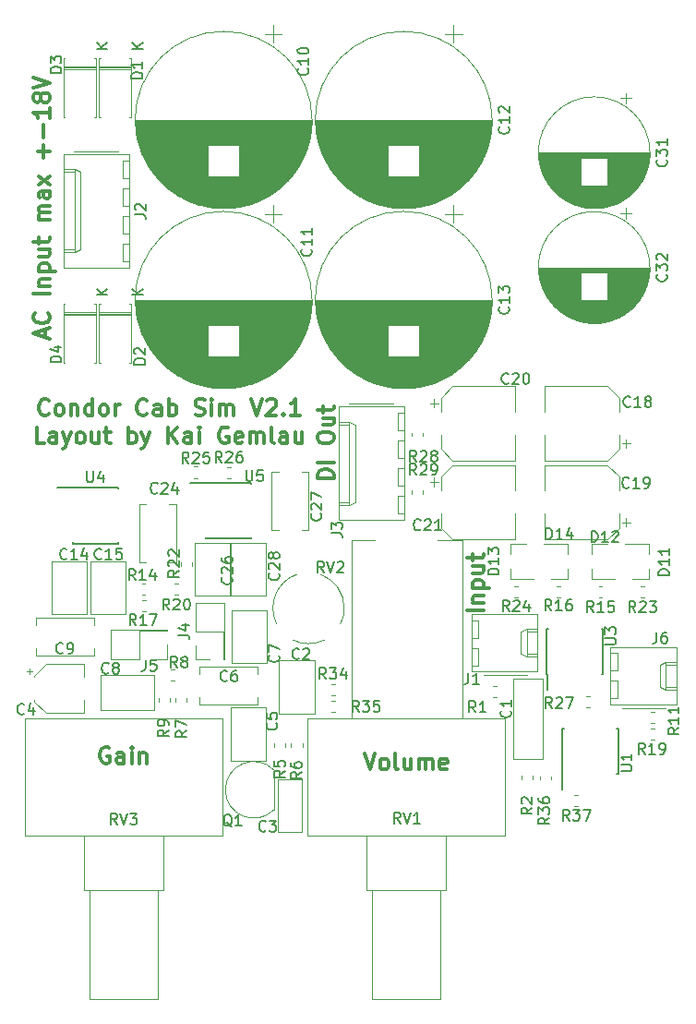
<source format=gto>
G04 #@! TF.GenerationSoftware,KiCad,Pcbnew,5.0.1-33cea8e~67~ubuntu18.04.1*
G04 #@! TF.CreationDate,2018-10-21T17:35:32+02:00*
G04 #@! TF.ProjectId,CondorCabSim,436F6E646F7243616253696D2E6B6963,rev?*
G04 #@! TF.SameCoordinates,Original*
G04 #@! TF.FileFunction,Legend,Top*
G04 #@! TF.FilePolarity,Positive*
%FSLAX46Y46*%
G04 Gerber Fmt 4.6, Leading zero omitted, Abs format (unit mm)*
G04 Created by KiCad (PCBNEW 5.0.1-33cea8e~67~ubuntu18.04.1) date Sun 21 Oct 2018 05:35:32 PM CEST*
%MOMM*%
%LPD*%
G01*
G04 APERTURE LIST*
%ADD10C,0.300000*%
%ADD11C,0.100000*%
%ADD12C,0.120000*%
%ADD13C,0.150000*%
G04 APERTURE END LIST*
D10*
X170160071Y-97587285D02*
X168660071Y-97587285D01*
X169160071Y-96873000D02*
X170160071Y-96873000D01*
X169302928Y-96873000D02*
X169231500Y-96801571D01*
X169160071Y-96658714D01*
X169160071Y-96444428D01*
X169231500Y-96301571D01*
X169374357Y-96230142D01*
X170160071Y-96230142D01*
X169160071Y-95515857D02*
X170660071Y-95515857D01*
X169231500Y-95515857D02*
X169160071Y-95373000D01*
X169160071Y-95087285D01*
X169231500Y-94944428D01*
X169302928Y-94873000D01*
X169445785Y-94801571D01*
X169874357Y-94801571D01*
X170017214Y-94873000D01*
X170088642Y-94944428D01*
X170160071Y-95087285D01*
X170160071Y-95373000D01*
X170088642Y-95515857D01*
X169160071Y-93515857D02*
X170160071Y-93515857D01*
X169160071Y-94158714D02*
X169945785Y-94158714D01*
X170088642Y-94087285D01*
X170160071Y-93944428D01*
X170160071Y-93730142D01*
X170088642Y-93587285D01*
X170017214Y-93515857D01*
X169160071Y-93015857D02*
X169160071Y-92444428D01*
X168660071Y-92801571D02*
X169945785Y-92801571D01*
X170088642Y-92730142D01*
X170160071Y-92587285D01*
X170160071Y-92444428D01*
X159238642Y-110684571D02*
X159738642Y-112184571D01*
X160238642Y-110684571D01*
X160952928Y-112184571D02*
X160810071Y-112113142D01*
X160738642Y-112041714D01*
X160667214Y-111898857D01*
X160667214Y-111470285D01*
X160738642Y-111327428D01*
X160810071Y-111256000D01*
X160952928Y-111184571D01*
X161167214Y-111184571D01*
X161310071Y-111256000D01*
X161381500Y-111327428D01*
X161452928Y-111470285D01*
X161452928Y-111898857D01*
X161381500Y-112041714D01*
X161310071Y-112113142D01*
X161167214Y-112184571D01*
X160952928Y-112184571D01*
X162310071Y-112184571D02*
X162167214Y-112113142D01*
X162095785Y-111970285D01*
X162095785Y-110684571D01*
X163524357Y-111184571D02*
X163524357Y-112184571D01*
X162881500Y-111184571D02*
X162881500Y-111970285D01*
X162952928Y-112113142D01*
X163095785Y-112184571D01*
X163310071Y-112184571D01*
X163452928Y-112113142D01*
X163524357Y-112041714D01*
X164238642Y-112184571D02*
X164238642Y-111184571D01*
X164238642Y-111327428D02*
X164310071Y-111256000D01*
X164452928Y-111184571D01*
X164667214Y-111184571D01*
X164810071Y-111256000D01*
X164881500Y-111398857D01*
X164881500Y-112184571D01*
X164881500Y-111398857D02*
X164952928Y-111256000D01*
X165095785Y-111184571D01*
X165310071Y-111184571D01*
X165452928Y-111256000D01*
X165524357Y-111398857D01*
X165524357Y-112184571D01*
X166810071Y-112113142D02*
X166667214Y-112184571D01*
X166381500Y-112184571D01*
X166238642Y-112113142D01*
X166167214Y-111970285D01*
X166167214Y-111398857D01*
X166238642Y-111256000D01*
X166381500Y-111184571D01*
X166667214Y-111184571D01*
X166810071Y-111256000D01*
X166881500Y-111398857D01*
X166881500Y-111541714D01*
X166167214Y-111684571D01*
X135838571Y-110184500D02*
X135695714Y-110113071D01*
X135481428Y-110113071D01*
X135267142Y-110184500D01*
X135124285Y-110327357D01*
X135052857Y-110470214D01*
X134981428Y-110755928D01*
X134981428Y-110970214D01*
X135052857Y-111255928D01*
X135124285Y-111398785D01*
X135267142Y-111541642D01*
X135481428Y-111613071D01*
X135624285Y-111613071D01*
X135838571Y-111541642D01*
X135910000Y-111470214D01*
X135910000Y-110970214D01*
X135624285Y-110970214D01*
X137195714Y-111613071D02*
X137195714Y-110827357D01*
X137124285Y-110684500D01*
X136981428Y-110613071D01*
X136695714Y-110613071D01*
X136552857Y-110684500D01*
X137195714Y-111541642D02*
X137052857Y-111613071D01*
X136695714Y-111613071D01*
X136552857Y-111541642D01*
X136481428Y-111398785D01*
X136481428Y-111255928D01*
X136552857Y-111113071D01*
X136695714Y-111041642D01*
X137052857Y-111041642D01*
X137195714Y-110970214D01*
X137910000Y-111613071D02*
X137910000Y-110613071D01*
X137910000Y-110113071D02*
X137838571Y-110184500D01*
X137910000Y-110255928D01*
X137981428Y-110184500D01*
X137910000Y-110113071D01*
X137910000Y-110255928D01*
X138624285Y-110613071D02*
X138624285Y-111613071D01*
X138624285Y-110755928D02*
X138695714Y-110684500D01*
X138838571Y-110613071D01*
X139052857Y-110613071D01*
X139195714Y-110684500D01*
X139267142Y-110827357D01*
X139267142Y-111613071D01*
X156444071Y-85510285D02*
X154944071Y-85510285D01*
X154944071Y-85153142D01*
X155015500Y-84938857D01*
X155158357Y-84796000D01*
X155301214Y-84724571D01*
X155586928Y-84653142D01*
X155801214Y-84653142D01*
X156086928Y-84724571D01*
X156229785Y-84796000D01*
X156372642Y-84938857D01*
X156444071Y-85153142D01*
X156444071Y-85510285D01*
X156444071Y-84010285D02*
X154944071Y-84010285D01*
X154944071Y-81867428D02*
X154944071Y-81581714D01*
X155015500Y-81438857D01*
X155158357Y-81296000D01*
X155444071Y-81224571D01*
X155944071Y-81224571D01*
X156229785Y-81296000D01*
X156372642Y-81438857D01*
X156444071Y-81581714D01*
X156444071Y-81867428D01*
X156372642Y-82010285D01*
X156229785Y-82153142D01*
X155944071Y-82224571D01*
X155444071Y-82224571D01*
X155158357Y-82153142D01*
X155015500Y-82010285D01*
X154944071Y-81867428D01*
X155444071Y-79938857D02*
X156444071Y-79938857D01*
X155444071Y-80581714D02*
X156229785Y-80581714D01*
X156372642Y-80510285D01*
X156444071Y-80367428D01*
X156444071Y-80153142D01*
X156372642Y-80010285D01*
X156301214Y-79938857D01*
X155444071Y-79438857D02*
X155444071Y-78867428D01*
X154944071Y-79224571D02*
X156229785Y-79224571D01*
X156372642Y-79153142D01*
X156444071Y-79010285D01*
X156444071Y-78867428D01*
X129980500Y-72563142D02*
X129980500Y-71848857D01*
X130409071Y-72705999D02*
X128909071Y-72205999D01*
X130409071Y-71705999D01*
X130266214Y-70348857D02*
X130337642Y-70420285D01*
X130409071Y-70634571D01*
X130409071Y-70777428D01*
X130337642Y-70991714D01*
X130194785Y-71134571D01*
X130051928Y-71205999D01*
X129766214Y-71277428D01*
X129551928Y-71277428D01*
X129266214Y-71205999D01*
X129123357Y-71134571D01*
X128980500Y-70991714D01*
X128909071Y-70777428D01*
X128909071Y-70634571D01*
X128980500Y-70420285D01*
X129051928Y-70348857D01*
X130409071Y-68563142D02*
X128909071Y-68563142D01*
X129409071Y-67848857D02*
X130409071Y-67848857D01*
X129551928Y-67848857D02*
X129480500Y-67777428D01*
X129409071Y-67634571D01*
X129409071Y-67420285D01*
X129480500Y-67277428D01*
X129623357Y-67205999D01*
X130409071Y-67205999D01*
X129409071Y-66491714D02*
X130909071Y-66491714D01*
X129480500Y-66491714D02*
X129409071Y-66348857D01*
X129409071Y-66063142D01*
X129480500Y-65920285D01*
X129551928Y-65848857D01*
X129694785Y-65777428D01*
X130123357Y-65777428D01*
X130266214Y-65848857D01*
X130337642Y-65920285D01*
X130409071Y-66063142D01*
X130409071Y-66348857D01*
X130337642Y-66491714D01*
X129409071Y-64491714D02*
X130409071Y-64491714D01*
X129409071Y-65134571D02*
X130194785Y-65134571D01*
X130337642Y-65063142D01*
X130409071Y-64920285D01*
X130409071Y-64705999D01*
X130337642Y-64563142D01*
X130266214Y-64491714D01*
X129409071Y-63991714D02*
X129409071Y-63420285D01*
X128909071Y-63777428D02*
X130194785Y-63777428D01*
X130337642Y-63705999D01*
X130409071Y-63563142D01*
X130409071Y-63420285D01*
X130409071Y-61777428D02*
X129409071Y-61777428D01*
X129551928Y-61777428D02*
X129480500Y-61706000D01*
X129409071Y-61563142D01*
X129409071Y-61348857D01*
X129480500Y-61206000D01*
X129623357Y-61134571D01*
X130409071Y-61134571D01*
X129623357Y-61134571D02*
X129480500Y-61063142D01*
X129409071Y-60920285D01*
X129409071Y-60706000D01*
X129480500Y-60563142D01*
X129623357Y-60491714D01*
X130409071Y-60491714D01*
X130409071Y-59134571D02*
X129623357Y-59134571D01*
X129480500Y-59206000D01*
X129409071Y-59348857D01*
X129409071Y-59634571D01*
X129480500Y-59777428D01*
X130337642Y-59134571D02*
X130409071Y-59277428D01*
X130409071Y-59634571D01*
X130337642Y-59777428D01*
X130194785Y-59848857D01*
X130051928Y-59848857D01*
X129909071Y-59777428D01*
X129837642Y-59634571D01*
X129837642Y-59277428D01*
X129766214Y-59134571D01*
X130409071Y-58563142D02*
X129409071Y-57777428D01*
X129409071Y-58563142D02*
X130409071Y-57777428D01*
X129837642Y-56063142D02*
X129837642Y-54920285D01*
X130409071Y-55491714D02*
X129266214Y-55491714D01*
X129837642Y-54206000D02*
X129837642Y-53063142D01*
X130409071Y-51563142D02*
X130409071Y-52420285D01*
X130409071Y-51991714D02*
X128909071Y-51991714D01*
X129123357Y-52134571D01*
X129266214Y-52277428D01*
X129337642Y-52420285D01*
X129551928Y-50706000D02*
X129480500Y-50848857D01*
X129409071Y-50920285D01*
X129266214Y-50991714D01*
X129194785Y-50991714D01*
X129051928Y-50920285D01*
X128980500Y-50848857D01*
X128909071Y-50706000D01*
X128909071Y-50420285D01*
X128980500Y-50277428D01*
X129051928Y-50206000D01*
X129194785Y-50134571D01*
X129266214Y-50134571D01*
X129409071Y-50206000D01*
X129480500Y-50277428D01*
X129551928Y-50420285D01*
X129551928Y-50706000D01*
X129623357Y-50848857D01*
X129694785Y-50920285D01*
X129837642Y-50991714D01*
X130123357Y-50991714D01*
X130266214Y-50920285D01*
X130337642Y-50848857D01*
X130409071Y-50706000D01*
X130409071Y-50420285D01*
X130337642Y-50277428D01*
X130266214Y-50206000D01*
X130123357Y-50134571D01*
X129837642Y-50134571D01*
X129694785Y-50206000D01*
X129623357Y-50277428D01*
X129551928Y-50420285D01*
X128909071Y-49706000D02*
X130409071Y-49206000D01*
X128909071Y-48706000D01*
X130315285Y-79588214D02*
X130243857Y-79659642D01*
X130029571Y-79731071D01*
X129886714Y-79731071D01*
X129672428Y-79659642D01*
X129529571Y-79516785D01*
X129458142Y-79373928D01*
X129386714Y-79088214D01*
X129386714Y-78873928D01*
X129458142Y-78588214D01*
X129529571Y-78445357D01*
X129672428Y-78302500D01*
X129886714Y-78231071D01*
X130029571Y-78231071D01*
X130243857Y-78302500D01*
X130315285Y-78373928D01*
X131172428Y-79731071D02*
X131029571Y-79659642D01*
X130958142Y-79588214D01*
X130886714Y-79445357D01*
X130886714Y-79016785D01*
X130958142Y-78873928D01*
X131029571Y-78802500D01*
X131172428Y-78731071D01*
X131386714Y-78731071D01*
X131529571Y-78802500D01*
X131601000Y-78873928D01*
X131672428Y-79016785D01*
X131672428Y-79445357D01*
X131601000Y-79588214D01*
X131529571Y-79659642D01*
X131386714Y-79731071D01*
X131172428Y-79731071D01*
X132315285Y-78731071D02*
X132315285Y-79731071D01*
X132315285Y-78873928D02*
X132386714Y-78802500D01*
X132529571Y-78731071D01*
X132743857Y-78731071D01*
X132886714Y-78802500D01*
X132958142Y-78945357D01*
X132958142Y-79731071D01*
X134315285Y-79731071D02*
X134315285Y-78231071D01*
X134315285Y-79659642D02*
X134172428Y-79731071D01*
X133886714Y-79731071D01*
X133743857Y-79659642D01*
X133672428Y-79588214D01*
X133601000Y-79445357D01*
X133601000Y-79016785D01*
X133672428Y-78873928D01*
X133743857Y-78802500D01*
X133886714Y-78731071D01*
X134172428Y-78731071D01*
X134315285Y-78802500D01*
X135243857Y-79731071D02*
X135101000Y-79659642D01*
X135029571Y-79588214D01*
X134958142Y-79445357D01*
X134958142Y-79016785D01*
X135029571Y-78873928D01*
X135101000Y-78802500D01*
X135243857Y-78731071D01*
X135458142Y-78731071D01*
X135601000Y-78802500D01*
X135672428Y-78873928D01*
X135743857Y-79016785D01*
X135743857Y-79445357D01*
X135672428Y-79588214D01*
X135601000Y-79659642D01*
X135458142Y-79731071D01*
X135243857Y-79731071D01*
X136386714Y-79731071D02*
X136386714Y-78731071D01*
X136386714Y-79016785D02*
X136458142Y-78873928D01*
X136529571Y-78802500D01*
X136672428Y-78731071D01*
X136815285Y-78731071D01*
X139315285Y-79588214D02*
X139243857Y-79659642D01*
X139029571Y-79731071D01*
X138886714Y-79731071D01*
X138672428Y-79659642D01*
X138529571Y-79516785D01*
X138458142Y-79373928D01*
X138386714Y-79088214D01*
X138386714Y-78873928D01*
X138458142Y-78588214D01*
X138529571Y-78445357D01*
X138672428Y-78302500D01*
X138886714Y-78231071D01*
X139029571Y-78231071D01*
X139243857Y-78302500D01*
X139315285Y-78373928D01*
X140601000Y-79731071D02*
X140601000Y-78945357D01*
X140529571Y-78802500D01*
X140386714Y-78731071D01*
X140101000Y-78731071D01*
X139958142Y-78802500D01*
X140601000Y-79659642D02*
X140458142Y-79731071D01*
X140101000Y-79731071D01*
X139958142Y-79659642D01*
X139886714Y-79516785D01*
X139886714Y-79373928D01*
X139958142Y-79231071D01*
X140101000Y-79159642D01*
X140458142Y-79159642D01*
X140601000Y-79088214D01*
X141315285Y-79731071D02*
X141315285Y-78231071D01*
X141315285Y-78802500D02*
X141458142Y-78731071D01*
X141743857Y-78731071D01*
X141886714Y-78802500D01*
X141958142Y-78873928D01*
X142029571Y-79016785D01*
X142029571Y-79445357D01*
X141958142Y-79588214D01*
X141886714Y-79659642D01*
X141743857Y-79731071D01*
X141458142Y-79731071D01*
X141315285Y-79659642D01*
X143743857Y-79659642D02*
X143958142Y-79731071D01*
X144315285Y-79731071D01*
X144458142Y-79659642D01*
X144529571Y-79588214D01*
X144601000Y-79445357D01*
X144601000Y-79302500D01*
X144529571Y-79159642D01*
X144458142Y-79088214D01*
X144315285Y-79016785D01*
X144029571Y-78945357D01*
X143886714Y-78873928D01*
X143815285Y-78802500D01*
X143743857Y-78659642D01*
X143743857Y-78516785D01*
X143815285Y-78373928D01*
X143886714Y-78302500D01*
X144029571Y-78231071D01*
X144386714Y-78231071D01*
X144601000Y-78302500D01*
X145243857Y-79731071D02*
X145243857Y-78731071D01*
X145243857Y-78231071D02*
X145172428Y-78302500D01*
X145243857Y-78373928D01*
X145315285Y-78302500D01*
X145243857Y-78231071D01*
X145243857Y-78373928D01*
X145958142Y-79731071D02*
X145958142Y-78731071D01*
X145958142Y-78873928D02*
X146029571Y-78802500D01*
X146172428Y-78731071D01*
X146386714Y-78731071D01*
X146529571Y-78802500D01*
X146601000Y-78945357D01*
X146601000Y-79731071D01*
X146601000Y-78945357D02*
X146672428Y-78802500D01*
X146815285Y-78731071D01*
X147029571Y-78731071D01*
X147172428Y-78802500D01*
X147243857Y-78945357D01*
X147243857Y-79731071D01*
X148886714Y-78231071D02*
X149386714Y-79731071D01*
X149886714Y-78231071D01*
X150315285Y-78373928D02*
X150386714Y-78302500D01*
X150529571Y-78231071D01*
X150886714Y-78231071D01*
X151029571Y-78302500D01*
X151101000Y-78373928D01*
X151172428Y-78516785D01*
X151172428Y-78659642D01*
X151101000Y-78873928D01*
X150243857Y-79731071D01*
X151172428Y-79731071D01*
X151815285Y-79588214D02*
X151886714Y-79659642D01*
X151815285Y-79731071D01*
X151743857Y-79659642D01*
X151815285Y-79588214D01*
X151815285Y-79731071D01*
X153315285Y-79731071D02*
X152458142Y-79731071D01*
X152886714Y-79731071D02*
X152886714Y-78231071D01*
X152743857Y-78445357D01*
X152601000Y-78588214D01*
X152458142Y-78659642D01*
X129886714Y-82281071D02*
X129172428Y-82281071D01*
X129172428Y-80781071D01*
X131029571Y-82281071D02*
X131029571Y-81495357D01*
X130958142Y-81352500D01*
X130815285Y-81281071D01*
X130529571Y-81281071D01*
X130386714Y-81352500D01*
X131029571Y-82209642D02*
X130886714Y-82281071D01*
X130529571Y-82281071D01*
X130386714Y-82209642D01*
X130315285Y-82066785D01*
X130315285Y-81923928D01*
X130386714Y-81781071D01*
X130529571Y-81709642D01*
X130886714Y-81709642D01*
X131029571Y-81638214D01*
X131601000Y-81281071D02*
X131958142Y-82281071D01*
X132315285Y-81281071D02*
X131958142Y-82281071D01*
X131815285Y-82638214D01*
X131743857Y-82709642D01*
X131601000Y-82781071D01*
X133101000Y-82281071D02*
X132958142Y-82209642D01*
X132886714Y-82138214D01*
X132815285Y-81995357D01*
X132815285Y-81566785D01*
X132886714Y-81423928D01*
X132958142Y-81352500D01*
X133101000Y-81281071D01*
X133315285Y-81281071D01*
X133458142Y-81352500D01*
X133529571Y-81423928D01*
X133601000Y-81566785D01*
X133601000Y-81995357D01*
X133529571Y-82138214D01*
X133458142Y-82209642D01*
X133315285Y-82281071D01*
X133101000Y-82281071D01*
X134886714Y-81281071D02*
X134886714Y-82281071D01*
X134243857Y-81281071D02*
X134243857Y-82066785D01*
X134315285Y-82209642D01*
X134458142Y-82281071D01*
X134672428Y-82281071D01*
X134815285Y-82209642D01*
X134886714Y-82138214D01*
X135386714Y-81281071D02*
X135958142Y-81281071D01*
X135601000Y-80781071D02*
X135601000Y-82066785D01*
X135672428Y-82209642D01*
X135815285Y-82281071D01*
X135958142Y-82281071D01*
X137601000Y-82281071D02*
X137601000Y-80781071D01*
X137601000Y-81352500D02*
X137743857Y-81281071D01*
X138029571Y-81281071D01*
X138172428Y-81352500D01*
X138243857Y-81423928D01*
X138315285Y-81566785D01*
X138315285Y-81995357D01*
X138243857Y-82138214D01*
X138172428Y-82209642D01*
X138029571Y-82281071D01*
X137743857Y-82281071D01*
X137601000Y-82209642D01*
X138815285Y-81281071D02*
X139172428Y-82281071D01*
X139529571Y-81281071D02*
X139172428Y-82281071D01*
X139029571Y-82638214D01*
X138958142Y-82709642D01*
X138815285Y-82781071D01*
X141243857Y-82281071D02*
X141243857Y-80781071D01*
X142101000Y-82281071D02*
X141458142Y-81423928D01*
X142101000Y-80781071D02*
X141243857Y-81638214D01*
X143386714Y-82281071D02*
X143386714Y-81495357D01*
X143315285Y-81352500D01*
X143172428Y-81281071D01*
X142886714Y-81281071D01*
X142743857Y-81352500D01*
X143386714Y-82209642D02*
X143243857Y-82281071D01*
X142886714Y-82281071D01*
X142743857Y-82209642D01*
X142672428Y-82066785D01*
X142672428Y-81923928D01*
X142743857Y-81781071D01*
X142886714Y-81709642D01*
X143243857Y-81709642D01*
X143386714Y-81638214D01*
X144101000Y-82281071D02*
X144101000Y-81281071D01*
X144101000Y-80781071D02*
X144029571Y-80852500D01*
X144101000Y-80923928D01*
X144172428Y-80852500D01*
X144101000Y-80781071D01*
X144101000Y-80923928D01*
X146743857Y-80852500D02*
X146601000Y-80781071D01*
X146386714Y-80781071D01*
X146172428Y-80852500D01*
X146029571Y-80995357D01*
X145958142Y-81138214D01*
X145886714Y-81423928D01*
X145886714Y-81638214D01*
X145958142Y-81923928D01*
X146029571Y-82066785D01*
X146172428Y-82209642D01*
X146386714Y-82281071D01*
X146529571Y-82281071D01*
X146743857Y-82209642D01*
X146815285Y-82138214D01*
X146815285Y-81638214D01*
X146529571Y-81638214D01*
X148029571Y-82209642D02*
X147886714Y-82281071D01*
X147601000Y-82281071D01*
X147458142Y-82209642D01*
X147386714Y-82066785D01*
X147386714Y-81495357D01*
X147458142Y-81352500D01*
X147601000Y-81281071D01*
X147886714Y-81281071D01*
X148029571Y-81352500D01*
X148101000Y-81495357D01*
X148101000Y-81638214D01*
X147386714Y-81781071D01*
X148743857Y-82281071D02*
X148743857Y-81281071D01*
X148743857Y-81423928D02*
X148815285Y-81352500D01*
X148958142Y-81281071D01*
X149172428Y-81281071D01*
X149315285Y-81352500D01*
X149386714Y-81495357D01*
X149386714Y-82281071D01*
X149386714Y-81495357D02*
X149458142Y-81352500D01*
X149601000Y-81281071D01*
X149815285Y-81281071D01*
X149958142Y-81352500D01*
X150029571Y-81495357D01*
X150029571Y-82281071D01*
X150958142Y-82281071D02*
X150815285Y-82209642D01*
X150743857Y-82066785D01*
X150743857Y-80781071D01*
X152172428Y-82281071D02*
X152172428Y-81495357D01*
X152101000Y-81352500D01*
X151958142Y-81281071D01*
X151672428Y-81281071D01*
X151529571Y-81352500D01*
X152172428Y-82209642D02*
X152029571Y-82281071D01*
X151672428Y-82281071D01*
X151529571Y-82209642D01*
X151458142Y-82066785D01*
X151458142Y-81923928D01*
X151529571Y-81781071D01*
X151672428Y-81709642D01*
X152029571Y-81709642D01*
X152172428Y-81638214D01*
X153529571Y-81281071D02*
X153529571Y-82281071D01*
X152886714Y-81281071D02*
X152886714Y-82066785D01*
X152958142Y-82209642D01*
X153101000Y-82281071D01*
X153315285Y-82281071D01*
X153458142Y-82209642D01*
X153529571Y-82138214D01*
D11*
G04 #@! TO.C,RV1*
X158060000Y-91180000D02*
X160240000Y-91180000D01*
X165990000Y-91180000D02*
X168270000Y-91180000D01*
X168270000Y-107480000D02*
X168270000Y-91200000D01*
X168270000Y-91200000D02*
X168270000Y-91180000D01*
X158050000Y-91180000D02*
X158050000Y-107480000D01*
D12*
X172150000Y-107480000D02*
X172150000Y-118220000D01*
X154010000Y-107480000D02*
X154010000Y-118220000D01*
X172150000Y-107480000D02*
X154010000Y-107480000D01*
X172150000Y-118220000D02*
X154010000Y-118220000D01*
X166700000Y-118220000D02*
X166700000Y-123220000D01*
X159460000Y-118220000D02*
X159460000Y-123220000D01*
X166700000Y-118220000D02*
X159460000Y-118220000D01*
X166700000Y-123220000D02*
X159460000Y-123220000D01*
X166200000Y-123220000D02*
X166200000Y-133220000D01*
X159959000Y-123220000D02*
X159959000Y-133220000D01*
X166200000Y-123220000D02*
X159959000Y-123220000D01*
X166200000Y-133220000D02*
X159959000Y-133220000D01*
G04 #@! TO.C,J2*
X137062700Y-65570000D02*
X137662700Y-65570000D01*
X137062700Y-63970000D02*
X137062700Y-65570000D01*
X137662700Y-63970000D02*
X137062700Y-63970000D01*
X137062700Y-63030000D02*
X137662700Y-63030000D01*
X137062700Y-61430000D02*
X137062700Y-63030000D01*
X137662700Y-61430000D02*
X137062700Y-61430000D01*
X137062700Y-60490000D02*
X137662700Y-60490000D01*
X137062700Y-58890000D02*
X137062700Y-60490000D01*
X137662700Y-58890000D02*
X137062700Y-58890000D01*
X137062700Y-57950000D02*
X137662700Y-57950000D01*
X137062700Y-56350000D02*
X137062700Y-57950000D01*
X137662700Y-56350000D02*
X137062700Y-56350000D01*
X131642700Y-64520000D02*
X132642700Y-64520000D01*
X131642700Y-57400000D02*
X132642700Y-57400000D01*
X133172700Y-64520000D02*
X132642700Y-64770000D01*
X133172700Y-57400000D02*
X133172700Y-64520000D01*
X132642700Y-57150000D02*
X133172700Y-57400000D01*
X132642700Y-64770000D02*
X131642700Y-64770000D01*
X132642700Y-57150000D02*
X132642700Y-64770000D01*
X131642700Y-57150000D02*
X132642700Y-57150000D01*
X136632700Y-55480000D02*
X132632700Y-55480000D01*
X137662700Y-66150000D02*
X137662700Y-55770000D01*
X131642700Y-66150000D02*
X137662700Y-66150000D01*
X131642700Y-55770000D02*
X131642700Y-66150000D01*
X137662700Y-55770000D02*
X131642700Y-55770000D01*
G04 #@! TO.C,C2*
X154655000Y-107027680D02*
X151415000Y-107027680D01*
X154655000Y-102187680D02*
X151415000Y-102187680D01*
X151415000Y-102187680D02*
X151415000Y-107027680D01*
X154655000Y-102187680D02*
X154655000Y-107027680D01*
G04 #@! TO.C,R8*
X141818579Y-103010240D02*
X141493021Y-103010240D01*
X141818579Y-104030240D02*
X141493021Y-104030240D01*
G04 #@! TO.C,Q1*
X150948000Y-115846000D02*
X150948000Y-112246000D01*
X150936478Y-115884478D02*
G75*
G02X146498000Y-114046000I-1838478J1838478D01*
G01*
X150936478Y-112207522D02*
G75*
G03X146498000Y-114046000I-1838478J-1838478D01*
G01*
G04 #@! TO.C,C5*
X150204920Y-111350120D02*
X146964920Y-111350120D01*
X150204920Y-106510120D02*
X146964920Y-106510120D01*
X146964920Y-106510120D02*
X146964920Y-111350120D01*
X150204920Y-106510120D02*
X150204920Y-111350120D01*
G04 #@! TO.C,C32*
X183694680Y-61164434D02*
X182694680Y-61164434D01*
X183194680Y-60664434D02*
X183194680Y-61664434D01*
X180918680Y-71225080D02*
X179720680Y-71225080D01*
X181181680Y-71185080D02*
X179457680Y-71185080D01*
X181381680Y-71145080D02*
X179257680Y-71145080D01*
X181549680Y-71105080D02*
X179089680Y-71105080D01*
X181697680Y-71065080D02*
X178941680Y-71065080D01*
X181829680Y-71025080D02*
X178809680Y-71025080D01*
X181949680Y-70985080D02*
X178689680Y-70985080D01*
X182061680Y-70945080D02*
X178577680Y-70945080D01*
X182165680Y-70905080D02*
X178473680Y-70905080D01*
X182263680Y-70865080D02*
X178375680Y-70865080D01*
X182356680Y-70825080D02*
X178282680Y-70825080D01*
X182444680Y-70785080D02*
X178194680Y-70785080D01*
X182528680Y-70745080D02*
X178110680Y-70745080D01*
X182608680Y-70705080D02*
X178030680Y-70705080D01*
X182684680Y-70665080D02*
X177954680Y-70665080D01*
X182758680Y-70625080D02*
X177880680Y-70625080D01*
X182829680Y-70585080D02*
X177809680Y-70585080D01*
X182898680Y-70545080D02*
X177740680Y-70545080D01*
X182964680Y-70505080D02*
X177674680Y-70505080D01*
X183028680Y-70465080D02*
X177610680Y-70465080D01*
X183089680Y-70425080D02*
X177549680Y-70425080D01*
X183149680Y-70385080D02*
X177489680Y-70385080D01*
X183208680Y-70345080D02*
X177430680Y-70345080D01*
X183264680Y-70305080D02*
X177374680Y-70305080D01*
X183319680Y-70265080D02*
X177319680Y-70265080D01*
X183373680Y-70225080D02*
X177265680Y-70225080D01*
X183425680Y-70185080D02*
X177213680Y-70185080D01*
X183475680Y-70145080D02*
X177163680Y-70145080D01*
X183525680Y-70105080D02*
X177113680Y-70105080D01*
X183573680Y-70065080D02*
X177065680Y-70065080D01*
X183620680Y-70025080D02*
X177018680Y-70025080D01*
X183666680Y-69985080D02*
X176972680Y-69985080D01*
X183711680Y-69945080D02*
X176927680Y-69945080D01*
X183755680Y-69905080D02*
X176883680Y-69905080D01*
X183797680Y-69865080D02*
X176841680Y-69865080D01*
X183839680Y-69825080D02*
X176799680Y-69825080D01*
X183880680Y-69785080D02*
X176758680Y-69785080D01*
X183920680Y-69745080D02*
X176718680Y-69745080D01*
X183959680Y-69705080D02*
X176679680Y-69705080D01*
X183998680Y-69665080D02*
X176640680Y-69665080D01*
X184035680Y-69625080D02*
X176603680Y-69625080D01*
X184072680Y-69585080D02*
X176566680Y-69585080D01*
X184108680Y-69545080D02*
X176530680Y-69545080D01*
X184143680Y-69505080D02*
X176495680Y-69505080D01*
X184177680Y-69465080D02*
X176461680Y-69465080D01*
X184211680Y-69425080D02*
X176427680Y-69425080D01*
X184244680Y-69385080D02*
X176394680Y-69385080D01*
X184276680Y-69345080D02*
X176362680Y-69345080D01*
X184308680Y-69305080D02*
X176330680Y-69305080D01*
X184339680Y-69265080D02*
X176299680Y-69265080D01*
X184369680Y-69225080D02*
X176269680Y-69225080D01*
X184399680Y-69185080D02*
X176239680Y-69185080D01*
X184429680Y-69145080D02*
X176209680Y-69145080D01*
X179078680Y-69105080D02*
X176181680Y-69105080D01*
X184457680Y-69105080D02*
X181560680Y-69105080D01*
X179078680Y-69065080D02*
X176153680Y-69065080D01*
X184485680Y-69065080D02*
X181560680Y-69065080D01*
X179078680Y-69025080D02*
X176125680Y-69025080D01*
X184513680Y-69025080D02*
X181560680Y-69025080D01*
X179078680Y-68985080D02*
X176098680Y-68985080D01*
X184540680Y-68985080D02*
X181560680Y-68985080D01*
X179078680Y-68945080D02*
X176072680Y-68945080D01*
X184566680Y-68945080D02*
X181560680Y-68945080D01*
X179078680Y-68905080D02*
X176046680Y-68905080D01*
X184592680Y-68905080D02*
X181560680Y-68905080D01*
X179078680Y-68865080D02*
X176021680Y-68865080D01*
X184617680Y-68865080D02*
X181560680Y-68865080D01*
X179078680Y-68825080D02*
X175996680Y-68825080D01*
X184642680Y-68825080D02*
X181560680Y-68825080D01*
X179078680Y-68785080D02*
X175972680Y-68785080D01*
X184666680Y-68785080D02*
X181560680Y-68785080D01*
X179078680Y-68745080D02*
X175948680Y-68745080D01*
X184690680Y-68745080D02*
X181560680Y-68745080D01*
X179078680Y-68705080D02*
X175924680Y-68705080D01*
X184714680Y-68705080D02*
X181560680Y-68705080D01*
X179078680Y-68665080D02*
X175902680Y-68665080D01*
X184736680Y-68665080D02*
X181560680Y-68665080D01*
X179078680Y-68625080D02*
X175879680Y-68625080D01*
X184759680Y-68625080D02*
X181560680Y-68625080D01*
X179078680Y-68585080D02*
X175857680Y-68585080D01*
X184781680Y-68585080D02*
X181560680Y-68585080D01*
X179078680Y-68545080D02*
X175836680Y-68545080D01*
X184802680Y-68545080D02*
X181560680Y-68545080D01*
X179078680Y-68505080D02*
X175815680Y-68505080D01*
X184823680Y-68505080D02*
X181560680Y-68505080D01*
X179078680Y-68465080D02*
X175794680Y-68465080D01*
X184844680Y-68465080D02*
X181560680Y-68465080D01*
X179078680Y-68425080D02*
X175774680Y-68425080D01*
X184864680Y-68425080D02*
X181560680Y-68425080D01*
X179078680Y-68385080D02*
X175755680Y-68385080D01*
X184883680Y-68385080D02*
X181560680Y-68385080D01*
X179078680Y-68345080D02*
X175735680Y-68345080D01*
X184903680Y-68345080D02*
X181560680Y-68345080D01*
X179078680Y-68305080D02*
X175716680Y-68305080D01*
X184922680Y-68305080D02*
X181560680Y-68305080D01*
X179078680Y-68265080D02*
X175698680Y-68265080D01*
X184940680Y-68265080D02*
X181560680Y-68265080D01*
X179078680Y-68225080D02*
X175680680Y-68225080D01*
X184958680Y-68225080D02*
X181560680Y-68225080D01*
X179078680Y-68185080D02*
X175662680Y-68185080D01*
X184976680Y-68185080D02*
X181560680Y-68185080D01*
X179078680Y-68145080D02*
X175645680Y-68145080D01*
X184993680Y-68145080D02*
X181560680Y-68145080D01*
X179078680Y-68105080D02*
X175629680Y-68105080D01*
X185009680Y-68105080D02*
X181560680Y-68105080D01*
X179078680Y-68065080D02*
X175612680Y-68065080D01*
X185026680Y-68065080D02*
X181560680Y-68065080D01*
X179078680Y-68025080D02*
X175596680Y-68025080D01*
X185042680Y-68025080D02*
X181560680Y-68025080D01*
X179078680Y-67985080D02*
X175581680Y-67985080D01*
X185057680Y-67985080D02*
X181560680Y-67985080D01*
X179078680Y-67945080D02*
X175565680Y-67945080D01*
X185073680Y-67945080D02*
X181560680Y-67945080D01*
X179078680Y-67905080D02*
X175551680Y-67905080D01*
X185087680Y-67905080D02*
X181560680Y-67905080D01*
X179078680Y-67865080D02*
X175536680Y-67865080D01*
X185102680Y-67865080D02*
X181560680Y-67865080D01*
X179078680Y-67825080D02*
X175522680Y-67825080D01*
X185116680Y-67825080D02*
X181560680Y-67825080D01*
X179078680Y-67785080D02*
X175508680Y-67785080D01*
X185130680Y-67785080D02*
X181560680Y-67785080D01*
X179078680Y-67745080D02*
X175495680Y-67745080D01*
X185143680Y-67745080D02*
X181560680Y-67745080D01*
X179078680Y-67705080D02*
X175482680Y-67705080D01*
X185156680Y-67705080D02*
X181560680Y-67705080D01*
X179078680Y-67665080D02*
X175469680Y-67665080D01*
X185169680Y-67665080D02*
X181560680Y-67665080D01*
X179078680Y-67625080D02*
X175457680Y-67625080D01*
X185181680Y-67625080D02*
X181560680Y-67625080D01*
X179078680Y-67585080D02*
X175445680Y-67585080D01*
X185193680Y-67585080D02*
X181560680Y-67585080D01*
X179078680Y-67545080D02*
X175434680Y-67545080D01*
X185204680Y-67545080D02*
X181560680Y-67545080D01*
X179078680Y-67505080D02*
X175422680Y-67505080D01*
X185216680Y-67505080D02*
X181560680Y-67505080D01*
X179078680Y-67465080D02*
X175412680Y-67465080D01*
X185226680Y-67465080D02*
X181560680Y-67465080D01*
X179078680Y-67425080D02*
X175401680Y-67425080D01*
X185237680Y-67425080D02*
X181560680Y-67425080D01*
X179078680Y-67385080D02*
X175391680Y-67385080D01*
X185247680Y-67385080D02*
X181560680Y-67385080D01*
X179078680Y-67345080D02*
X175381680Y-67345080D01*
X185257680Y-67345080D02*
X181560680Y-67345080D01*
X179078680Y-67305080D02*
X175372680Y-67305080D01*
X185266680Y-67305080D02*
X181560680Y-67305080D01*
X179078680Y-67265080D02*
X175363680Y-67265080D01*
X185275680Y-67265080D02*
X181560680Y-67265080D01*
X179078680Y-67225080D02*
X175354680Y-67225080D01*
X185284680Y-67225080D02*
X181560680Y-67225080D01*
X179078680Y-67185080D02*
X175345680Y-67185080D01*
X185293680Y-67185080D02*
X181560680Y-67185080D01*
X179078680Y-67145080D02*
X175337680Y-67145080D01*
X185301680Y-67145080D02*
X181560680Y-67145080D01*
X179078680Y-67105080D02*
X175329680Y-67105080D01*
X185309680Y-67105080D02*
X181560680Y-67105080D01*
X179078680Y-67065080D02*
X175322680Y-67065080D01*
X185316680Y-67065080D02*
X181560680Y-67065080D01*
X179078680Y-67025080D02*
X175315680Y-67025080D01*
X185323680Y-67025080D02*
X181560680Y-67025080D01*
X179078680Y-66985080D02*
X175308680Y-66985080D01*
X185330680Y-66985080D02*
X181560680Y-66985080D01*
X179078680Y-66945080D02*
X175301680Y-66945080D01*
X185337680Y-66945080D02*
X181560680Y-66945080D01*
X179078680Y-66905080D02*
X175295680Y-66905080D01*
X185343680Y-66905080D02*
X181560680Y-66905080D01*
X179078680Y-66865080D02*
X175289680Y-66865080D01*
X185349680Y-66865080D02*
X181560680Y-66865080D01*
X179078680Y-66824080D02*
X175284680Y-66824080D01*
X185354680Y-66824080D02*
X181560680Y-66824080D01*
X179078680Y-66784080D02*
X175279680Y-66784080D01*
X185359680Y-66784080D02*
X181560680Y-66784080D01*
X179078680Y-66744080D02*
X175274680Y-66744080D01*
X185364680Y-66744080D02*
X181560680Y-66744080D01*
X179078680Y-66704080D02*
X175269680Y-66704080D01*
X185369680Y-66704080D02*
X181560680Y-66704080D01*
X179078680Y-66664080D02*
X175265680Y-66664080D01*
X185373680Y-66664080D02*
X181560680Y-66664080D01*
X185377680Y-66624080D02*
X175261680Y-66624080D01*
X185381680Y-66584080D02*
X175257680Y-66584080D01*
X185384680Y-66544080D02*
X175254680Y-66544080D01*
X185387680Y-66504080D02*
X175251680Y-66504080D01*
X185389680Y-66464080D02*
X175249680Y-66464080D01*
X185392680Y-66424080D02*
X175246680Y-66424080D01*
X185394680Y-66384080D02*
X175244680Y-66384080D01*
X185396680Y-66344080D02*
X175242680Y-66344080D01*
X185397680Y-66304080D02*
X175241680Y-66304080D01*
X185398680Y-66264080D02*
X175240680Y-66264080D01*
X185399680Y-66224080D02*
X175239680Y-66224080D01*
X185399680Y-66184080D02*
X175239680Y-66184080D01*
X185399680Y-66144080D02*
X175239680Y-66144080D01*
X185439680Y-66144080D02*
G75*
G03X185439680Y-66144080I-5120000J0D01*
G01*
G04 #@! TO.C,C31*
X185439680Y-55614520D02*
G75*
G03X185439680Y-55614520I-5120000J0D01*
G01*
X185399680Y-55614520D02*
X175239680Y-55614520D01*
X185399680Y-55654520D02*
X175239680Y-55654520D01*
X185399680Y-55694520D02*
X175239680Y-55694520D01*
X185398680Y-55734520D02*
X175240680Y-55734520D01*
X185397680Y-55774520D02*
X175241680Y-55774520D01*
X185396680Y-55814520D02*
X175242680Y-55814520D01*
X185394680Y-55854520D02*
X175244680Y-55854520D01*
X185392680Y-55894520D02*
X175246680Y-55894520D01*
X185389680Y-55934520D02*
X175249680Y-55934520D01*
X185387680Y-55974520D02*
X175251680Y-55974520D01*
X185384680Y-56014520D02*
X175254680Y-56014520D01*
X185381680Y-56054520D02*
X175257680Y-56054520D01*
X185377680Y-56094520D02*
X175261680Y-56094520D01*
X185373680Y-56134520D02*
X181560680Y-56134520D01*
X179078680Y-56134520D02*
X175265680Y-56134520D01*
X185369680Y-56174520D02*
X181560680Y-56174520D01*
X179078680Y-56174520D02*
X175269680Y-56174520D01*
X185364680Y-56214520D02*
X181560680Y-56214520D01*
X179078680Y-56214520D02*
X175274680Y-56214520D01*
X185359680Y-56254520D02*
X181560680Y-56254520D01*
X179078680Y-56254520D02*
X175279680Y-56254520D01*
X185354680Y-56294520D02*
X181560680Y-56294520D01*
X179078680Y-56294520D02*
X175284680Y-56294520D01*
X185349680Y-56335520D02*
X181560680Y-56335520D01*
X179078680Y-56335520D02*
X175289680Y-56335520D01*
X185343680Y-56375520D02*
X181560680Y-56375520D01*
X179078680Y-56375520D02*
X175295680Y-56375520D01*
X185337680Y-56415520D02*
X181560680Y-56415520D01*
X179078680Y-56415520D02*
X175301680Y-56415520D01*
X185330680Y-56455520D02*
X181560680Y-56455520D01*
X179078680Y-56455520D02*
X175308680Y-56455520D01*
X185323680Y-56495520D02*
X181560680Y-56495520D01*
X179078680Y-56495520D02*
X175315680Y-56495520D01*
X185316680Y-56535520D02*
X181560680Y-56535520D01*
X179078680Y-56535520D02*
X175322680Y-56535520D01*
X185309680Y-56575520D02*
X181560680Y-56575520D01*
X179078680Y-56575520D02*
X175329680Y-56575520D01*
X185301680Y-56615520D02*
X181560680Y-56615520D01*
X179078680Y-56615520D02*
X175337680Y-56615520D01*
X185293680Y-56655520D02*
X181560680Y-56655520D01*
X179078680Y-56655520D02*
X175345680Y-56655520D01*
X185284680Y-56695520D02*
X181560680Y-56695520D01*
X179078680Y-56695520D02*
X175354680Y-56695520D01*
X185275680Y-56735520D02*
X181560680Y-56735520D01*
X179078680Y-56735520D02*
X175363680Y-56735520D01*
X185266680Y-56775520D02*
X181560680Y-56775520D01*
X179078680Y-56775520D02*
X175372680Y-56775520D01*
X185257680Y-56815520D02*
X181560680Y-56815520D01*
X179078680Y-56815520D02*
X175381680Y-56815520D01*
X185247680Y-56855520D02*
X181560680Y-56855520D01*
X179078680Y-56855520D02*
X175391680Y-56855520D01*
X185237680Y-56895520D02*
X181560680Y-56895520D01*
X179078680Y-56895520D02*
X175401680Y-56895520D01*
X185226680Y-56935520D02*
X181560680Y-56935520D01*
X179078680Y-56935520D02*
X175412680Y-56935520D01*
X185216680Y-56975520D02*
X181560680Y-56975520D01*
X179078680Y-56975520D02*
X175422680Y-56975520D01*
X185204680Y-57015520D02*
X181560680Y-57015520D01*
X179078680Y-57015520D02*
X175434680Y-57015520D01*
X185193680Y-57055520D02*
X181560680Y-57055520D01*
X179078680Y-57055520D02*
X175445680Y-57055520D01*
X185181680Y-57095520D02*
X181560680Y-57095520D01*
X179078680Y-57095520D02*
X175457680Y-57095520D01*
X185169680Y-57135520D02*
X181560680Y-57135520D01*
X179078680Y-57135520D02*
X175469680Y-57135520D01*
X185156680Y-57175520D02*
X181560680Y-57175520D01*
X179078680Y-57175520D02*
X175482680Y-57175520D01*
X185143680Y-57215520D02*
X181560680Y-57215520D01*
X179078680Y-57215520D02*
X175495680Y-57215520D01*
X185130680Y-57255520D02*
X181560680Y-57255520D01*
X179078680Y-57255520D02*
X175508680Y-57255520D01*
X185116680Y-57295520D02*
X181560680Y-57295520D01*
X179078680Y-57295520D02*
X175522680Y-57295520D01*
X185102680Y-57335520D02*
X181560680Y-57335520D01*
X179078680Y-57335520D02*
X175536680Y-57335520D01*
X185087680Y-57375520D02*
X181560680Y-57375520D01*
X179078680Y-57375520D02*
X175551680Y-57375520D01*
X185073680Y-57415520D02*
X181560680Y-57415520D01*
X179078680Y-57415520D02*
X175565680Y-57415520D01*
X185057680Y-57455520D02*
X181560680Y-57455520D01*
X179078680Y-57455520D02*
X175581680Y-57455520D01*
X185042680Y-57495520D02*
X181560680Y-57495520D01*
X179078680Y-57495520D02*
X175596680Y-57495520D01*
X185026680Y-57535520D02*
X181560680Y-57535520D01*
X179078680Y-57535520D02*
X175612680Y-57535520D01*
X185009680Y-57575520D02*
X181560680Y-57575520D01*
X179078680Y-57575520D02*
X175629680Y-57575520D01*
X184993680Y-57615520D02*
X181560680Y-57615520D01*
X179078680Y-57615520D02*
X175645680Y-57615520D01*
X184976680Y-57655520D02*
X181560680Y-57655520D01*
X179078680Y-57655520D02*
X175662680Y-57655520D01*
X184958680Y-57695520D02*
X181560680Y-57695520D01*
X179078680Y-57695520D02*
X175680680Y-57695520D01*
X184940680Y-57735520D02*
X181560680Y-57735520D01*
X179078680Y-57735520D02*
X175698680Y-57735520D01*
X184922680Y-57775520D02*
X181560680Y-57775520D01*
X179078680Y-57775520D02*
X175716680Y-57775520D01*
X184903680Y-57815520D02*
X181560680Y-57815520D01*
X179078680Y-57815520D02*
X175735680Y-57815520D01*
X184883680Y-57855520D02*
X181560680Y-57855520D01*
X179078680Y-57855520D02*
X175755680Y-57855520D01*
X184864680Y-57895520D02*
X181560680Y-57895520D01*
X179078680Y-57895520D02*
X175774680Y-57895520D01*
X184844680Y-57935520D02*
X181560680Y-57935520D01*
X179078680Y-57935520D02*
X175794680Y-57935520D01*
X184823680Y-57975520D02*
X181560680Y-57975520D01*
X179078680Y-57975520D02*
X175815680Y-57975520D01*
X184802680Y-58015520D02*
X181560680Y-58015520D01*
X179078680Y-58015520D02*
X175836680Y-58015520D01*
X184781680Y-58055520D02*
X181560680Y-58055520D01*
X179078680Y-58055520D02*
X175857680Y-58055520D01*
X184759680Y-58095520D02*
X181560680Y-58095520D01*
X179078680Y-58095520D02*
X175879680Y-58095520D01*
X184736680Y-58135520D02*
X181560680Y-58135520D01*
X179078680Y-58135520D02*
X175902680Y-58135520D01*
X184714680Y-58175520D02*
X181560680Y-58175520D01*
X179078680Y-58175520D02*
X175924680Y-58175520D01*
X184690680Y-58215520D02*
X181560680Y-58215520D01*
X179078680Y-58215520D02*
X175948680Y-58215520D01*
X184666680Y-58255520D02*
X181560680Y-58255520D01*
X179078680Y-58255520D02*
X175972680Y-58255520D01*
X184642680Y-58295520D02*
X181560680Y-58295520D01*
X179078680Y-58295520D02*
X175996680Y-58295520D01*
X184617680Y-58335520D02*
X181560680Y-58335520D01*
X179078680Y-58335520D02*
X176021680Y-58335520D01*
X184592680Y-58375520D02*
X181560680Y-58375520D01*
X179078680Y-58375520D02*
X176046680Y-58375520D01*
X184566680Y-58415520D02*
X181560680Y-58415520D01*
X179078680Y-58415520D02*
X176072680Y-58415520D01*
X184540680Y-58455520D02*
X181560680Y-58455520D01*
X179078680Y-58455520D02*
X176098680Y-58455520D01*
X184513680Y-58495520D02*
X181560680Y-58495520D01*
X179078680Y-58495520D02*
X176125680Y-58495520D01*
X184485680Y-58535520D02*
X181560680Y-58535520D01*
X179078680Y-58535520D02*
X176153680Y-58535520D01*
X184457680Y-58575520D02*
X181560680Y-58575520D01*
X179078680Y-58575520D02*
X176181680Y-58575520D01*
X184429680Y-58615520D02*
X176209680Y-58615520D01*
X184399680Y-58655520D02*
X176239680Y-58655520D01*
X184369680Y-58695520D02*
X176269680Y-58695520D01*
X184339680Y-58735520D02*
X176299680Y-58735520D01*
X184308680Y-58775520D02*
X176330680Y-58775520D01*
X184276680Y-58815520D02*
X176362680Y-58815520D01*
X184244680Y-58855520D02*
X176394680Y-58855520D01*
X184211680Y-58895520D02*
X176427680Y-58895520D01*
X184177680Y-58935520D02*
X176461680Y-58935520D01*
X184143680Y-58975520D02*
X176495680Y-58975520D01*
X184108680Y-59015520D02*
X176530680Y-59015520D01*
X184072680Y-59055520D02*
X176566680Y-59055520D01*
X184035680Y-59095520D02*
X176603680Y-59095520D01*
X183998680Y-59135520D02*
X176640680Y-59135520D01*
X183959680Y-59175520D02*
X176679680Y-59175520D01*
X183920680Y-59215520D02*
X176718680Y-59215520D01*
X183880680Y-59255520D02*
X176758680Y-59255520D01*
X183839680Y-59295520D02*
X176799680Y-59295520D01*
X183797680Y-59335520D02*
X176841680Y-59335520D01*
X183755680Y-59375520D02*
X176883680Y-59375520D01*
X183711680Y-59415520D02*
X176927680Y-59415520D01*
X183666680Y-59455520D02*
X176972680Y-59455520D01*
X183620680Y-59495520D02*
X177018680Y-59495520D01*
X183573680Y-59535520D02*
X177065680Y-59535520D01*
X183525680Y-59575520D02*
X177113680Y-59575520D01*
X183475680Y-59615520D02*
X177163680Y-59615520D01*
X183425680Y-59655520D02*
X177213680Y-59655520D01*
X183373680Y-59695520D02*
X177265680Y-59695520D01*
X183319680Y-59735520D02*
X177319680Y-59735520D01*
X183264680Y-59775520D02*
X177374680Y-59775520D01*
X183208680Y-59815520D02*
X177430680Y-59815520D01*
X183149680Y-59855520D02*
X177489680Y-59855520D01*
X183089680Y-59895520D02*
X177549680Y-59895520D01*
X183028680Y-59935520D02*
X177610680Y-59935520D01*
X182964680Y-59975520D02*
X177674680Y-59975520D01*
X182898680Y-60015520D02*
X177740680Y-60015520D01*
X182829680Y-60055520D02*
X177809680Y-60055520D01*
X182758680Y-60095520D02*
X177880680Y-60095520D01*
X182684680Y-60135520D02*
X177954680Y-60135520D01*
X182608680Y-60175520D02*
X178030680Y-60175520D01*
X182528680Y-60215520D02*
X178110680Y-60215520D01*
X182444680Y-60255520D02*
X178194680Y-60255520D01*
X182356680Y-60295520D02*
X178282680Y-60295520D01*
X182263680Y-60335520D02*
X178375680Y-60335520D01*
X182165680Y-60375520D02*
X178473680Y-60375520D01*
X182061680Y-60415520D02*
X178577680Y-60415520D01*
X181949680Y-60455520D02*
X178689680Y-60455520D01*
X181829680Y-60495520D02*
X178809680Y-60495520D01*
X181697680Y-60535520D02*
X178941680Y-60535520D01*
X181549680Y-60575520D02*
X179089680Y-60575520D01*
X181381680Y-60615520D02*
X179257680Y-60615520D01*
X181181680Y-60655520D02*
X179457680Y-60655520D01*
X180918680Y-60695520D02*
X179720680Y-60695520D01*
X183194680Y-50134874D02*
X183194680Y-51134874D01*
X183694680Y-50634874D02*
X182694680Y-50634874D01*
G04 #@! TO.C,C10*
X154449400Y-52614520D02*
G75*
G03X154449400Y-52614520I-8120000J0D01*
G01*
X154410400Y-52614520D02*
X138248400Y-52614520D01*
X154409400Y-52654520D02*
X138249400Y-52654520D01*
X154409400Y-52694520D02*
X138249400Y-52694520D01*
X154409400Y-52734520D02*
X138249400Y-52734520D01*
X154408400Y-52774520D02*
X138250400Y-52774520D01*
X154407400Y-52814520D02*
X138251400Y-52814520D01*
X154406400Y-52854520D02*
X138252400Y-52854520D01*
X154405400Y-52894520D02*
X138253400Y-52894520D01*
X154403400Y-52934520D02*
X138255400Y-52934520D01*
X154402400Y-52974520D02*
X138256400Y-52974520D01*
X154400400Y-53014520D02*
X138258400Y-53014520D01*
X154398400Y-53054520D02*
X138260400Y-53054520D01*
X154395400Y-53094520D02*
X138263400Y-53094520D01*
X154393400Y-53134520D02*
X138265400Y-53134520D01*
X154390400Y-53174520D02*
X138268400Y-53174520D01*
X154387400Y-53214520D02*
X138271400Y-53214520D01*
X154384400Y-53254520D02*
X138274400Y-53254520D01*
X154381400Y-53294520D02*
X138277400Y-53294520D01*
X154378400Y-53335520D02*
X138280400Y-53335520D01*
X154374400Y-53375520D02*
X138284400Y-53375520D01*
X154370400Y-53415520D02*
X138288400Y-53415520D01*
X154366400Y-53455520D02*
X138292400Y-53455520D01*
X154362400Y-53495520D02*
X138296400Y-53495520D01*
X154357400Y-53535520D02*
X138301400Y-53535520D01*
X154353400Y-53575520D02*
X138305400Y-53575520D01*
X154348400Y-53615520D02*
X138310400Y-53615520D01*
X154343400Y-53655520D02*
X138315400Y-53655520D01*
X154337400Y-53695520D02*
X138321400Y-53695520D01*
X154332400Y-53735520D02*
X138326400Y-53735520D01*
X154326400Y-53775520D02*
X138332400Y-53775520D01*
X154320400Y-53815520D02*
X138338400Y-53815520D01*
X154314400Y-53855520D02*
X138344400Y-53855520D01*
X154308400Y-53895520D02*
X138350400Y-53895520D01*
X154301400Y-53935520D02*
X138357400Y-53935520D01*
X154295400Y-53975520D02*
X138363400Y-53975520D01*
X154288400Y-54015520D02*
X138370400Y-54015520D01*
X154281400Y-54055520D02*
X138377400Y-54055520D01*
X154273400Y-54095520D02*
X138385400Y-54095520D01*
X154266400Y-54135520D02*
X138392400Y-54135520D01*
X154258400Y-54175520D02*
X138400400Y-54175520D01*
X154250400Y-54215520D02*
X138408400Y-54215520D01*
X154242400Y-54255520D02*
X138416400Y-54255520D01*
X154234400Y-54295520D02*
X138424400Y-54295520D01*
X154225400Y-54335520D02*
X138433400Y-54335520D01*
X154216400Y-54375520D02*
X138442400Y-54375520D01*
X154207400Y-54415520D02*
X138451400Y-54415520D01*
X154198400Y-54455520D02*
X138460400Y-54455520D01*
X154189400Y-54495520D02*
X138469400Y-54495520D01*
X154179400Y-54535520D02*
X138479400Y-54535520D01*
X154169400Y-54575520D02*
X138489400Y-54575520D01*
X154159400Y-54615520D02*
X138499400Y-54615520D01*
X154149400Y-54655520D02*
X138509400Y-54655520D01*
X154139400Y-54695520D02*
X138519400Y-54695520D01*
X154128400Y-54735520D02*
X138530400Y-54735520D01*
X154117400Y-54775520D02*
X138541400Y-54775520D01*
X154106400Y-54815520D02*
X138552400Y-54815520D01*
X154094400Y-54855520D02*
X138564400Y-54855520D01*
X154083400Y-54895520D02*
X138575400Y-54895520D01*
X154071400Y-54935520D02*
X147769400Y-54935520D01*
X144889400Y-54935520D02*
X138587400Y-54935520D01*
X154059400Y-54975520D02*
X147769400Y-54975520D01*
X144889400Y-54975520D02*
X138599400Y-54975520D01*
X154047400Y-55015520D02*
X147769400Y-55015520D01*
X144889400Y-55015520D02*
X138611400Y-55015520D01*
X154034400Y-55055520D02*
X147769400Y-55055520D01*
X144889400Y-55055520D02*
X138624400Y-55055520D01*
X154022400Y-55095520D02*
X147769400Y-55095520D01*
X144889400Y-55095520D02*
X138636400Y-55095520D01*
X154009400Y-55135520D02*
X147769400Y-55135520D01*
X144889400Y-55135520D02*
X138649400Y-55135520D01*
X153995400Y-55175520D02*
X147769400Y-55175520D01*
X144889400Y-55175520D02*
X138663400Y-55175520D01*
X153982400Y-55215520D02*
X147769400Y-55215520D01*
X144889400Y-55215520D02*
X138676400Y-55215520D01*
X153968400Y-55255520D02*
X147769400Y-55255520D01*
X144889400Y-55255520D02*
X138690400Y-55255520D01*
X153954400Y-55295520D02*
X147769400Y-55295520D01*
X144889400Y-55295520D02*
X138704400Y-55295520D01*
X153940400Y-55335520D02*
X147769400Y-55335520D01*
X144889400Y-55335520D02*
X138718400Y-55335520D01*
X153926400Y-55375520D02*
X147769400Y-55375520D01*
X144889400Y-55375520D02*
X138732400Y-55375520D01*
X153911400Y-55415520D02*
X147769400Y-55415520D01*
X144889400Y-55415520D02*
X138747400Y-55415520D01*
X153897400Y-55455520D02*
X147769400Y-55455520D01*
X144889400Y-55455520D02*
X138761400Y-55455520D01*
X153882400Y-55495520D02*
X147769400Y-55495520D01*
X144889400Y-55495520D02*
X138776400Y-55495520D01*
X153866400Y-55535520D02*
X147769400Y-55535520D01*
X144889400Y-55535520D02*
X138792400Y-55535520D01*
X153851400Y-55575520D02*
X147769400Y-55575520D01*
X144889400Y-55575520D02*
X138807400Y-55575520D01*
X153835400Y-55615520D02*
X147769400Y-55615520D01*
X144889400Y-55615520D02*
X138823400Y-55615520D01*
X153819400Y-55655520D02*
X147769400Y-55655520D01*
X144889400Y-55655520D02*
X138839400Y-55655520D01*
X153803400Y-55695520D02*
X147769400Y-55695520D01*
X144889400Y-55695520D02*
X138855400Y-55695520D01*
X153786400Y-55735520D02*
X147769400Y-55735520D01*
X144889400Y-55735520D02*
X138872400Y-55735520D01*
X153769400Y-55775520D02*
X147769400Y-55775520D01*
X144889400Y-55775520D02*
X138889400Y-55775520D01*
X153752400Y-55815520D02*
X147769400Y-55815520D01*
X144889400Y-55815520D02*
X138906400Y-55815520D01*
X153735400Y-55855520D02*
X147769400Y-55855520D01*
X144889400Y-55855520D02*
X138923400Y-55855520D01*
X153718400Y-55895520D02*
X147769400Y-55895520D01*
X144889400Y-55895520D02*
X138940400Y-55895520D01*
X153700400Y-55935520D02*
X147769400Y-55935520D01*
X144889400Y-55935520D02*
X138958400Y-55935520D01*
X153682400Y-55975520D02*
X147769400Y-55975520D01*
X144889400Y-55975520D02*
X138976400Y-55975520D01*
X153663400Y-56015520D02*
X147769400Y-56015520D01*
X144889400Y-56015520D02*
X138995400Y-56015520D01*
X153645400Y-56055520D02*
X147769400Y-56055520D01*
X144889400Y-56055520D02*
X139013400Y-56055520D01*
X153626400Y-56095520D02*
X147769400Y-56095520D01*
X144889400Y-56095520D02*
X139032400Y-56095520D01*
X153607400Y-56135520D02*
X147769400Y-56135520D01*
X144889400Y-56135520D02*
X139051400Y-56135520D01*
X153587400Y-56175520D02*
X147769400Y-56175520D01*
X144889400Y-56175520D02*
X139071400Y-56175520D01*
X153568400Y-56215520D02*
X147769400Y-56215520D01*
X144889400Y-56215520D02*
X139090400Y-56215520D01*
X153548400Y-56255520D02*
X147769400Y-56255520D01*
X144889400Y-56255520D02*
X139110400Y-56255520D01*
X153528400Y-56295520D02*
X147769400Y-56295520D01*
X144889400Y-56295520D02*
X139130400Y-56295520D01*
X153507400Y-56335520D02*
X147769400Y-56335520D01*
X144889400Y-56335520D02*
X139151400Y-56335520D01*
X153486400Y-56375520D02*
X147769400Y-56375520D01*
X144889400Y-56375520D02*
X139172400Y-56375520D01*
X153465400Y-56415520D02*
X147769400Y-56415520D01*
X144889400Y-56415520D02*
X139193400Y-56415520D01*
X153444400Y-56455520D02*
X147769400Y-56455520D01*
X144889400Y-56455520D02*
X139214400Y-56455520D01*
X153423400Y-56495520D02*
X147769400Y-56495520D01*
X144889400Y-56495520D02*
X139235400Y-56495520D01*
X153401400Y-56535520D02*
X147769400Y-56535520D01*
X144889400Y-56535520D02*
X139257400Y-56535520D01*
X153378400Y-56575520D02*
X147769400Y-56575520D01*
X144889400Y-56575520D02*
X139280400Y-56575520D01*
X153356400Y-56615520D02*
X147769400Y-56615520D01*
X144889400Y-56615520D02*
X139302400Y-56615520D01*
X153333400Y-56655520D02*
X147769400Y-56655520D01*
X144889400Y-56655520D02*
X139325400Y-56655520D01*
X153310400Y-56695520D02*
X147769400Y-56695520D01*
X144889400Y-56695520D02*
X139348400Y-56695520D01*
X153287400Y-56735520D02*
X147769400Y-56735520D01*
X144889400Y-56735520D02*
X139371400Y-56735520D01*
X153263400Y-56775520D02*
X147769400Y-56775520D01*
X144889400Y-56775520D02*
X139395400Y-56775520D01*
X153239400Y-56815520D02*
X147769400Y-56815520D01*
X144889400Y-56815520D02*
X139419400Y-56815520D01*
X153215400Y-56855520D02*
X147769400Y-56855520D01*
X144889400Y-56855520D02*
X139443400Y-56855520D01*
X153190400Y-56895520D02*
X147769400Y-56895520D01*
X144889400Y-56895520D02*
X139468400Y-56895520D01*
X153165400Y-56935520D02*
X147769400Y-56935520D01*
X144889400Y-56935520D02*
X139493400Y-56935520D01*
X153140400Y-56975520D02*
X147769400Y-56975520D01*
X144889400Y-56975520D02*
X139518400Y-56975520D01*
X153114400Y-57015520D02*
X147769400Y-57015520D01*
X144889400Y-57015520D02*
X139544400Y-57015520D01*
X153088400Y-57055520D02*
X147769400Y-57055520D01*
X144889400Y-57055520D02*
X139570400Y-57055520D01*
X153062400Y-57095520D02*
X147769400Y-57095520D01*
X144889400Y-57095520D02*
X139596400Y-57095520D01*
X153035400Y-57135520D02*
X147769400Y-57135520D01*
X144889400Y-57135520D02*
X139623400Y-57135520D01*
X153008400Y-57175520D02*
X147769400Y-57175520D01*
X144889400Y-57175520D02*
X139650400Y-57175520D01*
X152981400Y-57215520D02*
X147769400Y-57215520D01*
X144889400Y-57215520D02*
X139677400Y-57215520D01*
X152953400Y-57255520D02*
X147769400Y-57255520D01*
X144889400Y-57255520D02*
X139705400Y-57255520D01*
X152925400Y-57295520D02*
X147769400Y-57295520D01*
X144889400Y-57295520D02*
X139733400Y-57295520D01*
X152897400Y-57335520D02*
X147769400Y-57335520D01*
X144889400Y-57335520D02*
X139761400Y-57335520D01*
X152868400Y-57375520D02*
X147769400Y-57375520D01*
X144889400Y-57375520D02*
X139790400Y-57375520D01*
X152839400Y-57415520D02*
X147769400Y-57415520D01*
X144889400Y-57415520D02*
X139819400Y-57415520D01*
X152809400Y-57455520D02*
X147769400Y-57455520D01*
X144889400Y-57455520D02*
X139849400Y-57455520D01*
X152779400Y-57495520D02*
X147769400Y-57495520D01*
X144889400Y-57495520D02*
X139879400Y-57495520D01*
X152749400Y-57535520D02*
X147769400Y-57535520D01*
X144889400Y-57535520D02*
X139909400Y-57535520D01*
X152719400Y-57575520D02*
X147769400Y-57575520D01*
X144889400Y-57575520D02*
X139939400Y-57575520D01*
X152687400Y-57615520D02*
X147769400Y-57615520D01*
X144889400Y-57615520D02*
X139971400Y-57615520D01*
X152656400Y-57655520D02*
X147769400Y-57655520D01*
X144889400Y-57655520D02*
X140002400Y-57655520D01*
X152624400Y-57695520D02*
X147769400Y-57695520D01*
X144889400Y-57695520D02*
X140034400Y-57695520D01*
X152592400Y-57735520D02*
X147769400Y-57735520D01*
X144889400Y-57735520D02*
X140066400Y-57735520D01*
X152559400Y-57775520D02*
X147769400Y-57775520D01*
X144889400Y-57775520D02*
X140099400Y-57775520D01*
X152526400Y-57815520D02*
X140132400Y-57815520D01*
X152492400Y-57855520D02*
X140166400Y-57855520D01*
X152458400Y-57895520D02*
X140200400Y-57895520D01*
X152424400Y-57935520D02*
X140234400Y-57935520D01*
X152389400Y-57975520D02*
X140269400Y-57975520D01*
X152354400Y-58015520D02*
X140304400Y-58015520D01*
X152318400Y-58055520D02*
X140340400Y-58055520D01*
X152281400Y-58095520D02*
X140377400Y-58095520D01*
X152245400Y-58135520D02*
X140413400Y-58135520D01*
X152207400Y-58175520D02*
X140451400Y-58175520D01*
X152169400Y-58215520D02*
X140489400Y-58215520D01*
X152131400Y-58255520D02*
X140527400Y-58255520D01*
X152092400Y-58295520D02*
X140566400Y-58295520D01*
X152053400Y-58335520D02*
X140605400Y-58335520D01*
X152013400Y-58375520D02*
X140645400Y-58375520D01*
X151972400Y-58415520D02*
X140686400Y-58415520D01*
X151931400Y-58455520D02*
X140727400Y-58455520D01*
X151889400Y-58495520D02*
X140769400Y-58495520D01*
X151847400Y-58535520D02*
X140811400Y-58535520D01*
X151804400Y-58575520D02*
X140854400Y-58575520D01*
X151761400Y-58615520D02*
X140897400Y-58615520D01*
X151717400Y-58655520D02*
X140941400Y-58655520D01*
X151672400Y-58695520D02*
X140986400Y-58695520D01*
X151626400Y-58735520D02*
X141032400Y-58735520D01*
X151580400Y-58775520D02*
X141078400Y-58775520D01*
X151533400Y-58815520D02*
X141125400Y-58815520D01*
X151485400Y-58855520D02*
X141173400Y-58855520D01*
X151437400Y-58895520D02*
X141221400Y-58895520D01*
X151388400Y-58935520D02*
X141270400Y-58935520D01*
X151338400Y-58975520D02*
X141320400Y-58975520D01*
X151287400Y-59015520D02*
X141371400Y-59015520D01*
X151235400Y-59055520D02*
X141423400Y-59055520D01*
X151183400Y-59095520D02*
X141475400Y-59095520D01*
X151129400Y-59135520D02*
X141529400Y-59135520D01*
X151075400Y-59175520D02*
X141583400Y-59175520D01*
X151020400Y-59215520D02*
X141638400Y-59215520D01*
X150963400Y-59255520D02*
X141695400Y-59255520D01*
X150906400Y-59295520D02*
X141752400Y-59295520D01*
X150848400Y-59335520D02*
X141810400Y-59335520D01*
X150788400Y-59375520D02*
X141870400Y-59375520D01*
X150727400Y-59415520D02*
X141931400Y-59415520D01*
X150665400Y-59455520D02*
X141993400Y-59455520D01*
X150602400Y-59495520D02*
X142056400Y-59495520D01*
X150538400Y-59535520D02*
X142120400Y-59535520D01*
X150472400Y-59575520D02*
X142186400Y-59575520D01*
X150405400Y-59615520D02*
X142253400Y-59615520D01*
X150336400Y-59655520D02*
X142322400Y-59655520D01*
X150265400Y-59695520D02*
X142393400Y-59695520D01*
X150193400Y-59735520D02*
X142465400Y-59735520D01*
X150119400Y-59775520D02*
X142539400Y-59775520D01*
X150044400Y-59815520D02*
X142614400Y-59815520D01*
X149966400Y-59855520D02*
X142692400Y-59855520D01*
X149886400Y-59895520D02*
X142772400Y-59895520D01*
X149804400Y-59935520D02*
X142854400Y-59935520D01*
X149719400Y-59975520D02*
X142939400Y-59975520D01*
X149632400Y-60015520D02*
X143026400Y-60015520D01*
X149542400Y-60055520D02*
X143116400Y-60055520D01*
X149449400Y-60095520D02*
X143209400Y-60095520D01*
X149353400Y-60135520D02*
X143305400Y-60135520D01*
X149253400Y-60175520D02*
X143405400Y-60175520D01*
X149149400Y-60215520D02*
X143509400Y-60215520D01*
X149040400Y-60255520D02*
X143618400Y-60255520D01*
X148926400Y-60295520D02*
X143732400Y-60295520D01*
X148807400Y-60335520D02*
X143851400Y-60335520D01*
X148680400Y-60375520D02*
X143978400Y-60375520D01*
X148547400Y-60415520D02*
X144111400Y-60415520D01*
X148403400Y-60455520D02*
X144255400Y-60455520D01*
X148249400Y-60495520D02*
X144409400Y-60495520D01*
X148081400Y-60535520D02*
X144577400Y-60535520D01*
X147893400Y-60575520D02*
X144765400Y-60575520D01*
X147680400Y-60615520D02*
X144978400Y-60615520D01*
X147427400Y-60655520D02*
X145231400Y-60655520D01*
X147094400Y-60695520D02*
X145564400Y-60695520D01*
X150884400Y-43925029D02*
X150884400Y-45525029D01*
X151684400Y-44725029D02*
X150084400Y-44725029D01*
G04 #@! TO.C,C12*
X168204560Y-44725029D02*
X166604560Y-44725029D01*
X167404560Y-43925029D02*
X167404560Y-45525029D01*
X163614560Y-60695520D02*
X162084560Y-60695520D01*
X163947560Y-60655520D02*
X161751560Y-60655520D01*
X164200560Y-60615520D02*
X161498560Y-60615520D01*
X164413560Y-60575520D02*
X161285560Y-60575520D01*
X164601560Y-60535520D02*
X161097560Y-60535520D01*
X164769560Y-60495520D02*
X160929560Y-60495520D01*
X164923560Y-60455520D02*
X160775560Y-60455520D01*
X165067560Y-60415520D02*
X160631560Y-60415520D01*
X165200560Y-60375520D02*
X160498560Y-60375520D01*
X165327560Y-60335520D02*
X160371560Y-60335520D01*
X165446560Y-60295520D02*
X160252560Y-60295520D01*
X165560560Y-60255520D02*
X160138560Y-60255520D01*
X165669560Y-60215520D02*
X160029560Y-60215520D01*
X165773560Y-60175520D02*
X159925560Y-60175520D01*
X165873560Y-60135520D02*
X159825560Y-60135520D01*
X165969560Y-60095520D02*
X159729560Y-60095520D01*
X166062560Y-60055520D02*
X159636560Y-60055520D01*
X166152560Y-60015520D02*
X159546560Y-60015520D01*
X166239560Y-59975520D02*
X159459560Y-59975520D01*
X166324560Y-59935520D02*
X159374560Y-59935520D01*
X166406560Y-59895520D02*
X159292560Y-59895520D01*
X166486560Y-59855520D02*
X159212560Y-59855520D01*
X166564560Y-59815520D02*
X159134560Y-59815520D01*
X166639560Y-59775520D02*
X159059560Y-59775520D01*
X166713560Y-59735520D02*
X158985560Y-59735520D01*
X166785560Y-59695520D02*
X158913560Y-59695520D01*
X166856560Y-59655520D02*
X158842560Y-59655520D01*
X166925560Y-59615520D02*
X158773560Y-59615520D01*
X166992560Y-59575520D02*
X158706560Y-59575520D01*
X167058560Y-59535520D02*
X158640560Y-59535520D01*
X167122560Y-59495520D02*
X158576560Y-59495520D01*
X167185560Y-59455520D02*
X158513560Y-59455520D01*
X167247560Y-59415520D02*
X158451560Y-59415520D01*
X167308560Y-59375520D02*
X158390560Y-59375520D01*
X167368560Y-59335520D02*
X158330560Y-59335520D01*
X167426560Y-59295520D02*
X158272560Y-59295520D01*
X167483560Y-59255520D02*
X158215560Y-59255520D01*
X167540560Y-59215520D02*
X158158560Y-59215520D01*
X167595560Y-59175520D02*
X158103560Y-59175520D01*
X167649560Y-59135520D02*
X158049560Y-59135520D01*
X167703560Y-59095520D02*
X157995560Y-59095520D01*
X167755560Y-59055520D02*
X157943560Y-59055520D01*
X167807560Y-59015520D02*
X157891560Y-59015520D01*
X167858560Y-58975520D02*
X157840560Y-58975520D01*
X167908560Y-58935520D02*
X157790560Y-58935520D01*
X167957560Y-58895520D02*
X157741560Y-58895520D01*
X168005560Y-58855520D02*
X157693560Y-58855520D01*
X168053560Y-58815520D02*
X157645560Y-58815520D01*
X168100560Y-58775520D02*
X157598560Y-58775520D01*
X168146560Y-58735520D02*
X157552560Y-58735520D01*
X168192560Y-58695520D02*
X157506560Y-58695520D01*
X168237560Y-58655520D02*
X157461560Y-58655520D01*
X168281560Y-58615520D02*
X157417560Y-58615520D01*
X168324560Y-58575520D02*
X157374560Y-58575520D01*
X168367560Y-58535520D02*
X157331560Y-58535520D01*
X168409560Y-58495520D02*
X157289560Y-58495520D01*
X168451560Y-58455520D02*
X157247560Y-58455520D01*
X168492560Y-58415520D02*
X157206560Y-58415520D01*
X168533560Y-58375520D02*
X157165560Y-58375520D01*
X168573560Y-58335520D02*
X157125560Y-58335520D01*
X168612560Y-58295520D02*
X157086560Y-58295520D01*
X168651560Y-58255520D02*
X157047560Y-58255520D01*
X168689560Y-58215520D02*
X157009560Y-58215520D01*
X168727560Y-58175520D02*
X156971560Y-58175520D01*
X168765560Y-58135520D02*
X156933560Y-58135520D01*
X168801560Y-58095520D02*
X156897560Y-58095520D01*
X168838560Y-58055520D02*
X156860560Y-58055520D01*
X168874560Y-58015520D02*
X156824560Y-58015520D01*
X168909560Y-57975520D02*
X156789560Y-57975520D01*
X168944560Y-57935520D02*
X156754560Y-57935520D01*
X168978560Y-57895520D02*
X156720560Y-57895520D01*
X169012560Y-57855520D02*
X156686560Y-57855520D01*
X169046560Y-57815520D02*
X156652560Y-57815520D01*
X161409560Y-57775520D02*
X156619560Y-57775520D01*
X169079560Y-57775520D02*
X164289560Y-57775520D01*
X161409560Y-57735520D02*
X156586560Y-57735520D01*
X169112560Y-57735520D02*
X164289560Y-57735520D01*
X161409560Y-57695520D02*
X156554560Y-57695520D01*
X169144560Y-57695520D02*
X164289560Y-57695520D01*
X161409560Y-57655520D02*
X156522560Y-57655520D01*
X169176560Y-57655520D02*
X164289560Y-57655520D01*
X161409560Y-57615520D02*
X156491560Y-57615520D01*
X169207560Y-57615520D02*
X164289560Y-57615520D01*
X161409560Y-57575520D02*
X156459560Y-57575520D01*
X169239560Y-57575520D02*
X164289560Y-57575520D01*
X161409560Y-57535520D02*
X156429560Y-57535520D01*
X169269560Y-57535520D02*
X164289560Y-57535520D01*
X161409560Y-57495520D02*
X156399560Y-57495520D01*
X169299560Y-57495520D02*
X164289560Y-57495520D01*
X161409560Y-57455520D02*
X156369560Y-57455520D01*
X169329560Y-57455520D02*
X164289560Y-57455520D01*
X161409560Y-57415520D02*
X156339560Y-57415520D01*
X169359560Y-57415520D02*
X164289560Y-57415520D01*
X161409560Y-57375520D02*
X156310560Y-57375520D01*
X169388560Y-57375520D02*
X164289560Y-57375520D01*
X161409560Y-57335520D02*
X156281560Y-57335520D01*
X169417560Y-57335520D02*
X164289560Y-57335520D01*
X161409560Y-57295520D02*
X156253560Y-57295520D01*
X169445560Y-57295520D02*
X164289560Y-57295520D01*
X161409560Y-57255520D02*
X156225560Y-57255520D01*
X169473560Y-57255520D02*
X164289560Y-57255520D01*
X161409560Y-57215520D02*
X156197560Y-57215520D01*
X169501560Y-57215520D02*
X164289560Y-57215520D01*
X161409560Y-57175520D02*
X156170560Y-57175520D01*
X169528560Y-57175520D02*
X164289560Y-57175520D01*
X161409560Y-57135520D02*
X156143560Y-57135520D01*
X169555560Y-57135520D02*
X164289560Y-57135520D01*
X161409560Y-57095520D02*
X156116560Y-57095520D01*
X169582560Y-57095520D02*
X164289560Y-57095520D01*
X161409560Y-57055520D02*
X156090560Y-57055520D01*
X169608560Y-57055520D02*
X164289560Y-57055520D01*
X161409560Y-57015520D02*
X156064560Y-57015520D01*
X169634560Y-57015520D02*
X164289560Y-57015520D01*
X161409560Y-56975520D02*
X156038560Y-56975520D01*
X169660560Y-56975520D02*
X164289560Y-56975520D01*
X161409560Y-56935520D02*
X156013560Y-56935520D01*
X169685560Y-56935520D02*
X164289560Y-56935520D01*
X161409560Y-56895520D02*
X155988560Y-56895520D01*
X169710560Y-56895520D02*
X164289560Y-56895520D01*
X161409560Y-56855520D02*
X155963560Y-56855520D01*
X169735560Y-56855520D02*
X164289560Y-56855520D01*
X161409560Y-56815520D02*
X155939560Y-56815520D01*
X169759560Y-56815520D02*
X164289560Y-56815520D01*
X161409560Y-56775520D02*
X155915560Y-56775520D01*
X169783560Y-56775520D02*
X164289560Y-56775520D01*
X161409560Y-56735520D02*
X155891560Y-56735520D01*
X169807560Y-56735520D02*
X164289560Y-56735520D01*
X161409560Y-56695520D02*
X155868560Y-56695520D01*
X169830560Y-56695520D02*
X164289560Y-56695520D01*
X161409560Y-56655520D02*
X155845560Y-56655520D01*
X169853560Y-56655520D02*
X164289560Y-56655520D01*
X161409560Y-56615520D02*
X155822560Y-56615520D01*
X169876560Y-56615520D02*
X164289560Y-56615520D01*
X161409560Y-56575520D02*
X155800560Y-56575520D01*
X169898560Y-56575520D02*
X164289560Y-56575520D01*
X161409560Y-56535520D02*
X155777560Y-56535520D01*
X169921560Y-56535520D02*
X164289560Y-56535520D01*
X161409560Y-56495520D02*
X155755560Y-56495520D01*
X169943560Y-56495520D02*
X164289560Y-56495520D01*
X161409560Y-56455520D02*
X155734560Y-56455520D01*
X169964560Y-56455520D02*
X164289560Y-56455520D01*
X161409560Y-56415520D02*
X155713560Y-56415520D01*
X169985560Y-56415520D02*
X164289560Y-56415520D01*
X161409560Y-56375520D02*
X155692560Y-56375520D01*
X170006560Y-56375520D02*
X164289560Y-56375520D01*
X161409560Y-56335520D02*
X155671560Y-56335520D01*
X170027560Y-56335520D02*
X164289560Y-56335520D01*
X161409560Y-56295520D02*
X155650560Y-56295520D01*
X170048560Y-56295520D02*
X164289560Y-56295520D01*
X161409560Y-56255520D02*
X155630560Y-56255520D01*
X170068560Y-56255520D02*
X164289560Y-56255520D01*
X161409560Y-56215520D02*
X155610560Y-56215520D01*
X170088560Y-56215520D02*
X164289560Y-56215520D01*
X161409560Y-56175520D02*
X155591560Y-56175520D01*
X170107560Y-56175520D02*
X164289560Y-56175520D01*
X161409560Y-56135520D02*
X155571560Y-56135520D01*
X170127560Y-56135520D02*
X164289560Y-56135520D01*
X161409560Y-56095520D02*
X155552560Y-56095520D01*
X170146560Y-56095520D02*
X164289560Y-56095520D01*
X161409560Y-56055520D02*
X155533560Y-56055520D01*
X170165560Y-56055520D02*
X164289560Y-56055520D01*
X161409560Y-56015520D02*
X155515560Y-56015520D01*
X170183560Y-56015520D02*
X164289560Y-56015520D01*
X161409560Y-55975520D02*
X155496560Y-55975520D01*
X170202560Y-55975520D02*
X164289560Y-55975520D01*
X161409560Y-55935520D02*
X155478560Y-55935520D01*
X170220560Y-55935520D02*
X164289560Y-55935520D01*
X161409560Y-55895520D02*
X155460560Y-55895520D01*
X170238560Y-55895520D02*
X164289560Y-55895520D01*
X161409560Y-55855520D02*
X155443560Y-55855520D01*
X170255560Y-55855520D02*
X164289560Y-55855520D01*
X161409560Y-55815520D02*
X155426560Y-55815520D01*
X170272560Y-55815520D02*
X164289560Y-55815520D01*
X161409560Y-55775520D02*
X155409560Y-55775520D01*
X170289560Y-55775520D02*
X164289560Y-55775520D01*
X161409560Y-55735520D02*
X155392560Y-55735520D01*
X170306560Y-55735520D02*
X164289560Y-55735520D01*
X161409560Y-55695520D02*
X155375560Y-55695520D01*
X170323560Y-55695520D02*
X164289560Y-55695520D01*
X161409560Y-55655520D02*
X155359560Y-55655520D01*
X170339560Y-55655520D02*
X164289560Y-55655520D01*
X161409560Y-55615520D02*
X155343560Y-55615520D01*
X170355560Y-55615520D02*
X164289560Y-55615520D01*
X161409560Y-55575520D02*
X155327560Y-55575520D01*
X170371560Y-55575520D02*
X164289560Y-55575520D01*
X161409560Y-55535520D02*
X155312560Y-55535520D01*
X170386560Y-55535520D02*
X164289560Y-55535520D01*
X161409560Y-55495520D02*
X155296560Y-55495520D01*
X170402560Y-55495520D02*
X164289560Y-55495520D01*
X161409560Y-55455520D02*
X155281560Y-55455520D01*
X170417560Y-55455520D02*
X164289560Y-55455520D01*
X161409560Y-55415520D02*
X155267560Y-55415520D01*
X170431560Y-55415520D02*
X164289560Y-55415520D01*
X161409560Y-55375520D02*
X155252560Y-55375520D01*
X170446560Y-55375520D02*
X164289560Y-55375520D01*
X161409560Y-55335520D02*
X155238560Y-55335520D01*
X170460560Y-55335520D02*
X164289560Y-55335520D01*
X161409560Y-55295520D02*
X155224560Y-55295520D01*
X170474560Y-55295520D02*
X164289560Y-55295520D01*
X161409560Y-55255520D02*
X155210560Y-55255520D01*
X170488560Y-55255520D02*
X164289560Y-55255520D01*
X161409560Y-55215520D02*
X155196560Y-55215520D01*
X170502560Y-55215520D02*
X164289560Y-55215520D01*
X161409560Y-55175520D02*
X155183560Y-55175520D01*
X170515560Y-55175520D02*
X164289560Y-55175520D01*
X161409560Y-55135520D02*
X155169560Y-55135520D01*
X170529560Y-55135520D02*
X164289560Y-55135520D01*
X161409560Y-55095520D02*
X155156560Y-55095520D01*
X170542560Y-55095520D02*
X164289560Y-55095520D01*
X161409560Y-55055520D02*
X155144560Y-55055520D01*
X170554560Y-55055520D02*
X164289560Y-55055520D01*
X161409560Y-55015520D02*
X155131560Y-55015520D01*
X170567560Y-55015520D02*
X164289560Y-55015520D01*
X161409560Y-54975520D02*
X155119560Y-54975520D01*
X170579560Y-54975520D02*
X164289560Y-54975520D01*
X161409560Y-54935520D02*
X155107560Y-54935520D01*
X170591560Y-54935520D02*
X164289560Y-54935520D01*
X170603560Y-54895520D02*
X155095560Y-54895520D01*
X170614560Y-54855520D02*
X155084560Y-54855520D01*
X170626560Y-54815520D02*
X155072560Y-54815520D01*
X170637560Y-54775520D02*
X155061560Y-54775520D01*
X170648560Y-54735520D02*
X155050560Y-54735520D01*
X170659560Y-54695520D02*
X155039560Y-54695520D01*
X170669560Y-54655520D02*
X155029560Y-54655520D01*
X170679560Y-54615520D02*
X155019560Y-54615520D01*
X170689560Y-54575520D02*
X155009560Y-54575520D01*
X170699560Y-54535520D02*
X154999560Y-54535520D01*
X170709560Y-54495520D02*
X154989560Y-54495520D01*
X170718560Y-54455520D02*
X154980560Y-54455520D01*
X170727560Y-54415520D02*
X154971560Y-54415520D01*
X170736560Y-54375520D02*
X154962560Y-54375520D01*
X170745560Y-54335520D02*
X154953560Y-54335520D01*
X170754560Y-54295520D02*
X154944560Y-54295520D01*
X170762560Y-54255520D02*
X154936560Y-54255520D01*
X170770560Y-54215520D02*
X154928560Y-54215520D01*
X170778560Y-54175520D02*
X154920560Y-54175520D01*
X170786560Y-54135520D02*
X154912560Y-54135520D01*
X170793560Y-54095520D02*
X154905560Y-54095520D01*
X170801560Y-54055520D02*
X154897560Y-54055520D01*
X170808560Y-54015520D02*
X154890560Y-54015520D01*
X170815560Y-53975520D02*
X154883560Y-53975520D01*
X170821560Y-53935520D02*
X154877560Y-53935520D01*
X170828560Y-53895520D02*
X154870560Y-53895520D01*
X170834560Y-53855520D02*
X154864560Y-53855520D01*
X170840560Y-53815520D02*
X154858560Y-53815520D01*
X170846560Y-53775520D02*
X154852560Y-53775520D01*
X170852560Y-53735520D02*
X154846560Y-53735520D01*
X170857560Y-53695520D02*
X154841560Y-53695520D01*
X170863560Y-53655520D02*
X154835560Y-53655520D01*
X170868560Y-53615520D02*
X154830560Y-53615520D01*
X170873560Y-53575520D02*
X154825560Y-53575520D01*
X170877560Y-53535520D02*
X154821560Y-53535520D01*
X170882560Y-53495520D02*
X154816560Y-53495520D01*
X170886560Y-53455520D02*
X154812560Y-53455520D01*
X170890560Y-53415520D02*
X154808560Y-53415520D01*
X170894560Y-53375520D02*
X154804560Y-53375520D01*
X170898560Y-53335520D02*
X154800560Y-53335520D01*
X170901560Y-53294520D02*
X154797560Y-53294520D01*
X170904560Y-53254520D02*
X154794560Y-53254520D01*
X170907560Y-53214520D02*
X154791560Y-53214520D01*
X170910560Y-53174520D02*
X154788560Y-53174520D01*
X170913560Y-53134520D02*
X154785560Y-53134520D01*
X170915560Y-53094520D02*
X154783560Y-53094520D01*
X170918560Y-53054520D02*
X154780560Y-53054520D01*
X170920560Y-53014520D02*
X154778560Y-53014520D01*
X170922560Y-52974520D02*
X154776560Y-52974520D01*
X170923560Y-52934520D02*
X154775560Y-52934520D01*
X170925560Y-52894520D02*
X154773560Y-52894520D01*
X170926560Y-52854520D02*
X154772560Y-52854520D01*
X170927560Y-52814520D02*
X154771560Y-52814520D01*
X170928560Y-52774520D02*
X154770560Y-52774520D01*
X170929560Y-52734520D02*
X154769560Y-52734520D01*
X170929560Y-52694520D02*
X154769560Y-52694520D01*
X170929560Y-52654520D02*
X154769560Y-52654520D01*
X170930560Y-52614520D02*
X154768560Y-52614520D01*
X170969560Y-52614520D02*
G75*
G03X170969560Y-52614520I-8120000J0D01*
G01*
G04 #@! TO.C,D13*
X172627260Y-91505920D02*
X174087260Y-91505920D01*
X172627260Y-94665920D02*
X174787260Y-94665920D01*
X172627260Y-94665920D02*
X172627260Y-93735920D01*
X172627260Y-91505920D02*
X172627260Y-92435920D01*
G04 #@! TO.C,RV2*
X155193708Y-94280954D02*
G75*
G02X157399100Y-97372800I-1064608J-3091846D01*
G01*
X151215271Y-98856768D02*
G75*
G02X153065100Y-94280800I2913829J1483968D01*
G01*
X155614302Y-100286187D02*
G75*
G02X152645100Y-100286800I-1485202J2913387D01*
G01*
X157399175Y-97315937D02*
G75*
G02X157043100Y-98857800I-3270075J-56863D01*
G01*
G04 #@! TO.C,R11*
X185498521Y-107926600D02*
X185824079Y-107926600D01*
X185498521Y-106906600D02*
X185824079Y-106906600D01*
G04 #@! TO.C,C4*
X133518720Y-107014680D02*
X133518720Y-105814680D01*
X133518720Y-102494680D02*
X133518720Y-103694680D01*
X130063157Y-102494680D02*
X133518720Y-102494680D01*
X130063157Y-107014680D02*
X133518720Y-107014680D01*
X128998720Y-105950243D02*
X128998720Y-105814680D01*
X128998720Y-103559117D02*
X128998720Y-103694680D01*
X128998720Y-103559117D02*
X130063157Y-102494680D01*
X128998720Y-105950243D02*
X130063157Y-107014680D01*
X128258720Y-103194680D02*
X128758720Y-103194680D01*
X128508720Y-102944680D02*
X128508720Y-103444680D01*
G04 #@! TO.C,C1*
X172861300Y-111252800D02*
X172861300Y-103812800D01*
X175601300Y-111252800D02*
X175601300Y-103812800D01*
X172861300Y-111252800D02*
X175601300Y-111252800D01*
X172861300Y-103812800D02*
X175601300Y-103812800D01*
G04 #@! TO.C,C11*
X154449400Y-69119440D02*
G75*
G03X154449400Y-69119440I-8120000J0D01*
G01*
X154410400Y-69119440D02*
X138248400Y-69119440D01*
X154409400Y-69159440D02*
X138249400Y-69159440D01*
X154409400Y-69199440D02*
X138249400Y-69199440D01*
X154409400Y-69239440D02*
X138249400Y-69239440D01*
X154408400Y-69279440D02*
X138250400Y-69279440D01*
X154407400Y-69319440D02*
X138251400Y-69319440D01*
X154406400Y-69359440D02*
X138252400Y-69359440D01*
X154405400Y-69399440D02*
X138253400Y-69399440D01*
X154403400Y-69439440D02*
X138255400Y-69439440D01*
X154402400Y-69479440D02*
X138256400Y-69479440D01*
X154400400Y-69519440D02*
X138258400Y-69519440D01*
X154398400Y-69559440D02*
X138260400Y-69559440D01*
X154395400Y-69599440D02*
X138263400Y-69599440D01*
X154393400Y-69639440D02*
X138265400Y-69639440D01*
X154390400Y-69679440D02*
X138268400Y-69679440D01*
X154387400Y-69719440D02*
X138271400Y-69719440D01*
X154384400Y-69759440D02*
X138274400Y-69759440D01*
X154381400Y-69799440D02*
X138277400Y-69799440D01*
X154378400Y-69840440D02*
X138280400Y-69840440D01*
X154374400Y-69880440D02*
X138284400Y-69880440D01*
X154370400Y-69920440D02*
X138288400Y-69920440D01*
X154366400Y-69960440D02*
X138292400Y-69960440D01*
X154362400Y-70000440D02*
X138296400Y-70000440D01*
X154357400Y-70040440D02*
X138301400Y-70040440D01*
X154353400Y-70080440D02*
X138305400Y-70080440D01*
X154348400Y-70120440D02*
X138310400Y-70120440D01*
X154343400Y-70160440D02*
X138315400Y-70160440D01*
X154337400Y-70200440D02*
X138321400Y-70200440D01*
X154332400Y-70240440D02*
X138326400Y-70240440D01*
X154326400Y-70280440D02*
X138332400Y-70280440D01*
X154320400Y-70320440D02*
X138338400Y-70320440D01*
X154314400Y-70360440D02*
X138344400Y-70360440D01*
X154308400Y-70400440D02*
X138350400Y-70400440D01*
X154301400Y-70440440D02*
X138357400Y-70440440D01*
X154295400Y-70480440D02*
X138363400Y-70480440D01*
X154288400Y-70520440D02*
X138370400Y-70520440D01*
X154281400Y-70560440D02*
X138377400Y-70560440D01*
X154273400Y-70600440D02*
X138385400Y-70600440D01*
X154266400Y-70640440D02*
X138392400Y-70640440D01*
X154258400Y-70680440D02*
X138400400Y-70680440D01*
X154250400Y-70720440D02*
X138408400Y-70720440D01*
X154242400Y-70760440D02*
X138416400Y-70760440D01*
X154234400Y-70800440D02*
X138424400Y-70800440D01*
X154225400Y-70840440D02*
X138433400Y-70840440D01*
X154216400Y-70880440D02*
X138442400Y-70880440D01*
X154207400Y-70920440D02*
X138451400Y-70920440D01*
X154198400Y-70960440D02*
X138460400Y-70960440D01*
X154189400Y-71000440D02*
X138469400Y-71000440D01*
X154179400Y-71040440D02*
X138479400Y-71040440D01*
X154169400Y-71080440D02*
X138489400Y-71080440D01*
X154159400Y-71120440D02*
X138499400Y-71120440D01*
X154149400Y-71160440D02*
X138509400Y-71160440D01*
X154139400Y-71200440D02*
X138519400Y-71200440D01*
X154128400Y-71240440D02*
X138530400Y-71240440D01*
X154117400Y-71280440D02*
X138541400Y-71280440D01*
X154106400Y-71320440D02*
X138552400Y-71320440D01*
X154094400Y-71360440D02*
X138564400Y-71360440D01*
X154083400Y-71400440D02*
X138575400Y-71400440D01*
X154071400Y-71440440D02*
X147769400Y-71440440D01*
X144889400Y-71440440D02*
X138587400Y-71440440D01*
X154059400Y-71480440D02*
X147769400Y-71480440D01*
X144889400Y-71480440D02*
X138599400Y-71480440D01*
X154047400Y-71520440D02*
X147769400Y-71520440D01*
X144889400Y-71520440D02*
X138611400Y-71520440D01*
X154034400Y-71560440D02*
X147769400Y-71560440D01*
X144889400Y-71560440D02*
X138624400Y-71560440D01*
X154022400Y-71600440D02*
X147769400Y-71600440D01*
X144889400Y-71600440D02*
X138636400Y-71600440D01*
X154009400Y-71640440D02*
X147769400Y-71640440D01*
X144889400Y-71640440D02*
X138649400Y-71640440D01*
X153995400Y-71680440D02*
X147769400Y-71680440D01*
X144889400Y-71680440D02*
X138663400Y-71680440D01*
X153982400Y-71720440D02*
X147769400Y-71720440D01*
X144889400Y-71720440D02*
X138676400Y-71720440D01*
X153968400Y-71760440D02*
X147769400Y-71760440D01*
X144889400Y-71760440D02*
X138690400Y-71760440D01*
X153954400Y-71800440D02*
X147769400Y-71800440D01*
X144889400Y-71800440D02*
X138704400Y-71800440D01*
X153940400Y-71840440D02*
X147769400Y-71840440D01*
X144889400Y-71840440D02*
X138718400Y-71840440D01*
X153926400Y-71880440D02*
X147769400Y-71880440D01*
X144889400Y-71880440D02*
X138732400Y-71880440D01*
X153911400Y-71920440D02*
X147769400Y-71920440D01*
X144889400Y-71920440D02*
X138747400Y-71920440D01*
X153897400Y-71960440D02*
X147769400Y-71960440D01*
X144889400Y-71960440D02*
X138761400Y-71960440D01*
X153882400Y-72000440D02*
X147769400Y-72000440D01*
X144889400Y-72000440D02*
X138776400Y-72000440D01*
X153866400Y-72040440D02*
X147769400Y-72040440D01*
X144889400Y-72040440D02*
X138792400Y-72040440D01*
X153851400Y-72080440D02*
X147769400Y-72080440D01*
X144889400Y-72080440D02*
X138807400Y-72080440D01*
X153835400Y-72120440D02*
X147769400Y-72120440D01*
X144889400Y-72120440D02*
X138823400Y-72120440D01*
X153819400Y-72160440D02*
X147769400Y-72160440D01*
X144889400Y-72160440D02*
X138839400Y-72160440D01*
X153803400Y-72200440D02*
X147769400Y-72200440D01*
X144889400Y-72200440D02*
X138855400Y-72200440D01*
X153786400Y-72240440D02*
X147769400Y-72240440D01*
X144889400Y-72240440D02*
X138872400Y-72240440D01*
X153769400Y-72280440D02*
X147769400Y-72280440D01*
X144889400Y-72280440D02*
X138889400Y-72280440D01*
X153752400Y-72320440D02*
X147769400Y-72320440D01*
X144889400Y-72320440D02*
X138906400Y-72320440D01*
X153735400Y-72360440D02*
X147769400Y-72360440D01*
X144889400Y-72360440D02*
X138923400Y-72360440D01*
X153718400Y-72400440D02*
X147769400Y-72400440D01*
X144889400Y-72400440D02*
X138940400Y-72400440D01*
X153700400Y-72440440D02*
X147769400Y-72440440D01*
X144889400Y-72440440D02*
X138958400Y-72440440D01*
X153682400Y-72480440D02*
X147769400Y-72480440D01*
X144889400Y-72480440D02*
X138976400Y-72480440D01*
X153663400Y-72520440D02*
X147769400Y-72520440D01*
X144889400Y-72520440D02*
X138995400Y-72520440D01*
X153645400Y-72560440D02*
X147769400Y-72560440D01*
X144889400Y-72560440D02*
X139013400Y-72560440D01*
X153626400Y-72600440D02*
X147769400Y-72600440D01*
X144889400Y-72600440D02*
X139032400Y-72600440D01*
X153607400Y-72640440D02*
X147769400Y-72640440D01*
X144889400Y-72640440D02*
X139051400Y-72640440D01*
X153587400Y-72680440D02*
X147769400Y-72680440D01*
X144889400Y-72680440D02*
X139071400Y-72680440D01*
X153568400Y-72720440D02*
X147769400Y-72720440D01*
X144889400Y-72720440D02*
X139090400Y-72720440D01*
X153548400Y-72760440D02*
X147769400Y-72760440D01*
X144889400Y-72760440D02*
X139110400Y-72760440D01*
X153528400Y-72800440D02*
X147769400Y-72800440D01*
X144889400Y-72800440D02*
X139130400Y-72800440D01*
X153507400Y-72840440D02*
X147769400Y-72840440D01*
X144889400Y-72840440D02*
X139151400Y-72840440D01*
X153486400Y-72880440D02*
X147769400Y-72880440D01*
X144889400Y-72880440D02*
X139172400Y-72880440D01*
X153465400Y-72920440D02*
X147769400Y-72920440D01*
X144889400Y-72920440D02*
X139193400Y-72920440D01*
X153444400Y-72960440D02*
X147769400Y-72960440D01*
X144889400Y-72960440D02*
X139214400Y-72960440D01*
X153423400Y-73000440D02*
X147769400Y-73000440D01*
X144889400Y-73000440D02*
X139235400Y-73000440D01*
X153401400Y-73040440D02*
X147769400Y-73040440D01*
X144889400Y-73040440D02*
X139257400Y-73040440D01*
X153378400Y-73080440D02*
X147769400Y-73080440D01*
X144889400Y-73080440D02*
X139280400Y-73080440D01*
X153356400Y-73120440D02*
X147769400Y-73120440D01*
X144889400Y-73120440D02*
X139302400Y-73120440D01*
X153333400Y-73160440D02*
X147769400Y-73160440D01*
X144889400Y-73160440D02*
X139325400Y-73160440D01*
X153310400Y-73200440D02*
X147769400Y-73200440D01*
X144889400Y-73200440D02*
X139348400Y-73200440D01*
X153287400Y-73240440D02*
X147769400Y-73240440D01*
X144889400Y-73240440D02*
X139371400Y-73240440D01*
X153263400Y-73280440D02*
X147769400Y-73280440D01*
X144889400Y-73280440D02*
X139395400Y-73280440D01*
X153239400Y-73320440D02*
X147769400Y-73320440D01*
X144889400Y-73320440D02*
X139419400Y-73320440D01*
X153215400Y-73360440D02*
X147769400Y-73360440D01*
X144889400Y-73360440D02*
X139443400Y-73360440D01*
X153190400Y-73400440D02*
X147769400Y-73400440D01*
X144889400Y-73400440D02*
X139468400Y-73400440D01*
X153165400Y-73440440D02*
X147769400Y-73440440D01*
X144889400Y-73440440D02*
X139493400Y-73440440D01*
X153140400Y-73480440D02*
X147769400Y-73480440D01*
X144889400Y-73480440D02*
X139518400Y-73480440D01*
X153114400Y-73520440D02*
X147769400Y-73520440D01*
X144889400Y-73520440D02*
X139544400Y-73520440D01*
X153088400Y-73560440D02*
X147769400Y-73560440D01*
X144889400Y-73560440D02*
X139570400Y-73560440D01*
X153062400Y-73600440D02*
X147769400Y-73600440D01*
X144889400Y-73600440D02*
X139596400Y-73600440D01*
X153035400Y-73640440D02*
X147769400Y-73640440D01*
X144889400Y-73640440D02*
X139623400Y-73640440D01*
X153008400Y-73680440D02*
X147769400Y-73680440D01*
X144889400Y-73680440D02*
X139650400Y-73680440D01*
X152981400Y-73720440D02*
X147769400Y-73720440D01*
X144889400Y-73720440D02*
X139677400Y-73720440D01*
X152953400Y-73760440D02*
X147769400Y-73760440D01*
X144889400Y-73760440D02*
X139705400Y-73760440D01*
X152925400Y-73800440D02*
X147769400Y-73800440D01*
X144889400Y-73800440D02*
X139733400Y-73800440D01*
X152897400Y-73840440D02*
X147769400Y-73840440D01*
X144889400Y-73840440D02*
X139761400Y-73840440D01*
X152868400Y-73880440D02*
X147769400Y-73880440D01*
X144889400Y-73880440D02*
X139790400Y-73880440D01*
X152839400Y-73920440D02*
X147769400Y-73920440D01*
X144889400Y-73920440D02*
X139819400Y-73920440D01*
X152809400Y-73960440D02*
X147769400Y-73960440D01*
X144889400Y-73960440D02*
X139849400Y-73960440D01*
X152779400Y-74000440D02*
X147769400Y-74000440D01*
X144889400Y-74000440D02*
X139879400Y-74000440D01*
X152749400Y-74040440D02*
X147769400Y-74040440D01*
X144889400Y-74040440D02*
X139909400Y-74040440D01*
X152719400Y-74080440D02*
X147769400Y-74080440D01*
X144889400Y-74080440D02*
X139939400Y-74080440D01*
X152687400Y-74120440D02*
X147769400Y-74120440D01*
X144889400Y-74120440D02*
X139971400Y-74120440D01*
X152656400Y-74160440D02*
X147769400Y-74160440D01*
X144889400Y-74160440D02*
X140002400Y-74160440D01*
X152624400Y-74200440D02*
X147769400Y-74200440D01*
X144889400Y-74200440D02*
X140034400Y-74200440D01*
X152592400Y-74240440D02*
X147769400Y-74240440D01*
X144889400Y-74240440D02*
X140066400Y-74240440D01*
X152559400Y-74280440D02*
X147769400Y-74280440D01*
X144889400Y-74280440D02*
X140099400Y-74280440D01*
X152526400Y-74320440D02*
X140132400Y-74320440D01*
X152492400Y-74360440D02*
X140166400Y-74360440D01*
X152458400Y-74400440D02*
X140200400Y-74400440D01*
X152424400Y-74440440D02*
X140234400Y-74440440D01*
X152389400Y-74480440D02*
X140269400Y-74480440D01*
X152354400Y-74520440D02*
X140304400Y-74520440D01*
X152318400Y-74560440D02*
X140340400Y-74560440D01*
X152281400Y-74600440D02*
X140377400Y-74600440D01*
X152245400Y-74640440D02*
X140413400Y-74640440D01*
X152207400Y-74680440D02*
X140451400Y-74680440D01*
X152169400Y-74720440D02*
X140489400Y-74720440D01*
X152131400Y-74760440D02*
X140527400Y-74760440D01*
X152092400Y-74800440D02*
X140566400Y-74800440D01*
X152053400Y-74840440D02*
X140605400Y-74840440D01*
X152013400Y-74880440D02*
X140645400Y-74880440D01*
X151972400Y-74920440D02*
X140686400Y-74920440D01*
X151931400Y-74960440D02*
X140727400Y-74960440D01*
X151889400Y-75000440D02*
X140769400Y-75000440D01*
X151847400Y-75040440D02*
X140811400Y-75040440D01*
X151804400Y-75080440D02*
X140854400Y-75080440D01*
X151761400Y-75120440D02*
X140897400Y-75120440D01*
X151717400Y-75160440D02*
X140941400Y-75160440D01*
X151672400Y-75200440D02*
X140986400Y-75200440D01*
X151626400Y-75240440D02*
X141032400Y-75240440D01*
X151580400Y-75280440D02*
X141078400Y-75280440D01*
X151533400Y-75320440D02*
X141125400Y-75320440D01*
X151485400Y-75360440D02*
X141173400Y-75360440D01*
X151437400Y-75400440D02*
X141221400Y-75400440D01*
X151388400Y-75440440D02*
X141270400Y-75440440D01*
X151338400Y-75480440D02*
X141320400Y-75480440D01*
X151287400Y-75520440D02*
X141371400Y-75520440D01*
X151235400Y-75560440D02*
X141423400Y-75560440D01*
X151183400Y-75600440D02*
X141475400Y-75600440D01*
X151129400Y-75640440D02*
X141529400Y-75640440D01*
X151075400Y-75680440D02*
X141583400Y-75680440D01*
X151020400Y-75720440D02*
X141638400Y-75720440D01*
X150963400Y-75760440D02*
X141695400Y-75760440D01*
X150906400Y-75800440D02*
X141752400Y-75800440D01*
X150848400Y-75840440D02*
X141810400Y-75840440D01*
X150788400Y-75880440D02*
X141870400Y-75880440D01*
X150727400Y-75920440D02*
X141931400Y-75920440D01*
X150665400Y-75960440D02*
X141993400Y-75960440D01*
X150602400Y-76000440D02*
X142056400Y-76000440D01*
X150538400Y-76040440D02*
X142120400Y-76040440D01*
X150472400Y-76080440D02*
X142186400Y-76080440D01*
X150405400Y-76120440D02*
X142253400Y-76120440D01*
X150336400Y-76160440D02*
X142322400Y-76160440D01*
X150265400Y-76200440D02*
X142393400Y-76200440D01*
X150193400Y-76240440D02*
X142465400Y-76240440D01*
X150119400Y-76280440D02*
X142539400Y-76280440D01*
X150044400Y-76320440D02*
X142614400Y-76320440D01*
X149966400Y-76360440D02*
X142692400Y-76360440D01*
X149886400Y-76400440D02*
X142772400Y-76400440D01*
X149804400Y-76440440D02*
X142854400Y-76440440D01*
X149719400Y-76480440D02*
X142939400Y-76480440D01*
X149632400Y-76520440D02*
X143026400Y-76520440D01*
X149542400Y-76560440D02*
X143116400Y-76560440D01*
X149449400Y-76600440D02*
X143209400Y-76600440D01*
X149353400Y-76640440D02*
X143305400Y-76640440D01*
X149253400Y-76680440D02*
X143405400Y-76680440D01*
X149149400Y-76720440D02*
X143509400Y-76720440D01*
X149040400Y-76760440D02*
X143618400Y-76760440D01*
X148926400Y-76800440D02*
X143732400Y-76800440D01*
X148807400Y-76840440D02*
X143851400Y-76840440D01*
X148680400Y-76880440D02*
X143978400Y-76880440D01*
X148547400Y-76920440D02*
X144111400Y-76920440D01*
X148403400Y-76960440D02*
X144255400Y-76960440D01*
X148249400Y-77000440D02*
X144409400Y-77000440D01*
X148081400Y-77040440D02*
X144577400Y-77040440D01*
X147893400Y-77080440D02*
X144765400Y-77080440D01*
X147680400Y-77120440D02*
X144978400Y-77120440D01*
X147427400Y-77160440D02*
X145231400Y-77160440D01*
X147094400Y-77200440D02*
X145564400Y-77200440D01*
X150884400Y-60429949D02*
X150884400Y-62029949D01*
X151684400Y-61229949D02*
X150084400Y-61229949D01*
G04 #@! TO.C,C7*
X150291280Y-97569320D02*
X150291280Y-102409320D01*
X147051280Y-97569320D02*
X147051280Y-102409320D01*
X150291280Y-97569320D02*
X147051280Y-97569320D01*
X150291280Y-102409320D02*
X147051280Y-102409320D01*
G04 #@! TO.C,C8*
X139925120Y-103505520D02*
X139925120Y-106745520D01*
X135085120Y-103505520D02*
X135085120Y-106745520D01*
X135085120Y-106745520D02*
X139925120Y-106745520D01*
X135085120Y-103505520D02*
X139925120Y-103505520D01*
G04 #@! TO.C,C13*
X168204560Y-61229949D02*
X166604560Y-61229949D01*
X167404560Y-60429949D02*
X167404560Y-62029949D01*
X163614560Y-77200440D02*
X162084560Y-77200440D01*
X163947560Y-77160440D02*
X161751560Y-77160440D01*
X164200560Y-77120440D02*
X161498560Y-77120440D01*
X164413560Y-77080440D02*
X161285560Y-77080440D01*
X164601560Y-77040440D02*
X161097560Y-77040440D01*
X164769560Y-77000440D02*
X160929560Y-77000440D01*
X164923560Y-76960440D02*
X160775560Y-76960440D01*
X165067560Y-76920440D02*
X160631560Y-76920440D01*
X165200560Y-76880440D02*
X160498560Y-76880440D01*
X165327560Y-76840440D02*
X160371560Y-76840440D01*
X165446560Y-76800440D02*
X160252560Y-76800440D01*
X165560560Y-76760440D02*
X160138560Y-76760440D01*
X165669560Y-76720440D02*
X160029560Y-76720440D01*
X165773560Y-76680440D02*
X159925560Y-76680440D01*
X165873560Y-76640440D02*
X159825560Y-76640440D01*
X165969560Y-76600440D02*
X159729560Y-76600440D01*
X166062560Y-76560440D02*
X159636560Y-76560440D01*
X166152560Y-76520440D02*
X159546560Y-76520440D01*
X166239560Y-76480440D02*
X159459560Y-76480440D01*
X166324560Y-76440440D02*
X159374560Y-76440440D01*
X166406560Y-76400440D02*
X159292560Y-76400440D01*
X166486560Y-76360440D02*
X159212560Y-76360440D01*
X166564560Y-76320440D02*
X159134560Y-76320440D01*
X166639560Y-76280440D02*
X159059560Y-76280440D01*
X166713560Y-76240440D02*
X158985560Y-76240440D01*
X166785560Y-76200440D02*
X158913560Y-76200440D01*
X166856560Y-76160440D02*
X158842560Y-76160440D01*
X166925560Y-76120440D02*
X158773560Y-76120440D01*
X166992560Y-76080440D02*
X158706560Y-76080440D01*
X167058560Y-76040440D02*
X158640560Y-76040440D01*
X167122560Y-76000440D02*
X158576560Y-76000440D01*
X167185560Y-75960440D02*
X158513560Y-75960440D01*
X167247560Y-75920440D02*
X158451560Y-75920440D01*
X167308560Y-75880440D02*
X158390560Y-75880440D01*
X167368560Y-75840440D02*
X158330560Y-75840440D01*
X167426560Y-75800440D02*
X158272560Y-75800440D01*
X167483560Y-75760440D02*
X158215560Y-75760440D01*
X167540560Y-75720440D02*
X158158560Y-75720440D01*
X167595560Y-75680440D02*
X158103560Y-75680440D01*
X167649560Y-75640440D02*
X158049560Y-75640440D01*
X167703560Y-75600440D02*
X157995560Y-75600440D01*
X167755560Y-75560440D02*
X157943560Y-75560440D01*
X167807560Y-75520440D02*
X157891560Y-75520440D01*
X167858560Y-75480440D02*
X157840560Y-75480440D01*
X167908560Y-75440440D02*
X157790560Y-75440440D01*
X167957560Y-75400440D02*
X157741560Y-75400440D01*
X168005560Y-75360440D02*
X157693560Y-75360440D01*
X168053560Y-75320440D02*
X157645560Y-75320440D01*
X168100560Y-75280440D02*
X157598560Y-75280440D01*
X168146560Y-75240440D02*
X157552560Y-75240440D01*
X168192560Y-75200440D02*
X157506560Y-75200440D01*
X168237560Y-75160440D02*
X157461560Y-75160440D01*
X168281560Y-75120440D02*
X157417560Y-75120440D01*
X168324560Y-75080440D02*
X157374560Y-75080440D01*
X168367560Y-75040440D02*
X157331560Y-75040440D01*
X168409560Y-75000440D02*
X157289560Y-75000440D01*
X168451560Y-74960440D02*
X157247560Y-74960440D01*
X168492560Y-74920440D02*
X157206560Y-74920440D01*
X168533560Y-74880440D02*
X157165560Y-74880440D01*
X168573560Y-74840440D02*
X157125560Y-74840440D01*
X168612560Y-74800440D02*
X157086560Y-74800440D01*
X168651560Y-74760440D02*
X157047560Y-74760440D01*
X168689560Y-74720440D02*
X157009560Y-74720440D01*
X168727560Y-74680440D02*
X156971560Y-74680440D01*
X168765560Y-74640440D02*
X156933560Y-74640440D01*
X168801560Y-74600440D02*
X156897560Y-74600440D01*
X168838560Y-74560440D02*
X156860560Y-74560440D01*
X168874560Y-74520440D02*
X156824560Y-74520440D01*
X168909560Y-74480440D02*
X156789560Y-74480440D01*
X168944560Y-74440440D02*
X156754560Y-74440440D01*
X168978560Y-74400440D02*
X156720560Y-74400440D01*
X169012560Y-74360440D02*
X156686560Y-74360440D01*
X169046560Y-74320440D02*
X156652560Y-74320440D01*
X161409560Y-74280440D02*
X156619560Y-74280440D01*
X169079560Y-74280440D02*
X164289560Y-74280440D01*
X161409560Y-74240440D02*
X156586560Y-74240440D01*
X169112560Y-74240440D02*
X164289560Y-74240440D01*
X161409560Y-74200440D02*
X156554560Y-74200440D01*
X169144560Y-74200440D02*
X164289560Y-74200440D01*
X161409560Y-74160440D02*
X156522560Y-74160440D01*
X169176560Y-74160440D02*
X164289560Y-74160440D01*
X161409560Y-74120440D02*
X156491560Y-74120440D01*
X169207560Y-74120440D02*
X164289560Y-74120440D01*
X161409560Y-74080440D02*
X156459560Y-74080440D01*
X169239560Y-74080440D02*
X164289560Y-74080440D01*
X161409560Y-74040440D02*
X156429560Y-74040440D01*
X169269560Y-74040440D02*
X164289560Y-74040440D01*
X161409560Y-74000440D02*
X156399560Y-74000440D01*
X169299560Y-74000440D02*
X164289560Y-74000440D01*
X161409560Y-73960440D02*
X156369560Y-73960440D01*
X169329560Y-73960440D02*
X164289560Y-73960440D01*
X161409560Y-73920440D02*
X156339560Y-73920440D01*
X169359560Y-73920440D02*
X164289560Y-73920440D01*
X161409560Y-73880440D02*
X156310560Y-73880440D01*
X169388560Y-73880440D02*
X164289560Y-73880440D01*
X161409560Y-73840440D02*
X156281560Y-73840440D01*
X169417560Y-73840440D02*
X164289560Y-73840440D01*
X161409560Y-73800440D02*
X156253560Y-73800440D01*
X169445560Y-73800440D02*
X164289560Y-73800440D01*
X161409560Y-73760440D02*
X156225560Y-73760440D01*
X169473560Y-73760440D02*
X164289560Y-73760440D01*
X161409560Y-73720440D02*
X156197560Y-73720440D01*
X169501560Y-73720440D02*
X164289560Y-73720440D01*
X161409560Y-73680440D02*
X156170560Y-73680440D01*
X169528560Y-73680440D02*
X164289560Y-73680440D01*
X161409560Y-73640440D02*
X156143560Y-73640440D01*
X169555560Y-73640440D02*
X164289560Y-73640440D01*
X161409560Y-73600440D02*
X156116560Y-73600440D01*
X169582560Y-73600440D02*
X164289560Y-73600440D01*
X161409560Y-73560440D02*
X156090560Y-73560440D01*
X169608560Y-73560440D02*
X164289560Y-73560440D01*
X161409560Y-73520440D02*
X156064560Y-73520440D01*
X169634560Y-73520440D02*
X164289560Y-73520440D01*
X161409560Y-73480440D02*
X156038560Y-73480440D01*
X169660560Y-73480440D02*
X164289560Y-73480440D01*
X161409560Y-73440440D02*
X156013560Y-73440440D01*
X169685560Y-73440440D02*
X164289560Y-73440440D01*
X161409560Y-73400440D02*
X155988560Y-73400440D01*
X169710560Y-73400440D02*
X164289560Y-73400440D01*
X161409560Y-73360440D02*
X155963560Y-73360440D01*
X169735560Y-73360440D02*
X164289560Y-73360440D01*
X161409560Y-73320440D02*
X155939560Y-73320440D01*
X169759560Y-73320440D02*
X164289560Y-73320440D01*
X161409560Y-73280440D02*
X155915560Y-73280440D01*
X169783560Y-73280440D02*
X164289560Y-73280440D01*
X161409560Y-73240440D02*
X155891560Y-73240440D01*
X169807560Y-73240440D02*
X164289560Y-73240440D01*
X161409560Y-73200440D02*
X155868560Y-73200440D01*
X169830560Y-73200440D02*
X164289560Y-73200440D01*
X161409560Y-73160440D02*
X155845560Y-73160440D01*
X169853560Y-73160440D02*
X164289560Y-73160440D01*
X161409560Y-73120440D02*
X155822560Y-73120440D01*
X169876560Y-73120440D02*
X164289560Y-73120440D01*
X161409560Y-73080440D02*
X155800560Y-73080440D01*
X169898560Y-73080440D02*
X164289560Y-73080440D01*
X161409560Y-73040440D02*
X155777560Y-73040440D01*
X169921560Y-73040440D02*
X164289560Y-73040440D01*
X161409560Y-73000440D02*
X155755560Y-73000440D01*
X169943560Y-73000440D02*
X164289560Y-73000440D01*
X161409560Y-72960440D02*
X155734560Y-72960440D01*
X169964560Y-72960440D02*
X164289560Y-72960440D01*
X161409560Y-72920440D02*
X155713560Y-72920440D01*
X169985560Y-72920440D02*
X164289560Y-72920440D01*
X161409560Y-72880440D02*
X155692560Y-72880440D01*
X170006560Y-72880440D02*
X164289560Y-72880440D01*
X161409560Y-72840440D02*
X155671560Y-72840440D01*
X170027560Y-72840440D02*
X164289560Y-72840440D01*
X161409560Y-72800440D02*
X155650560Y-72800440D01*
X170048560Y-72800440D02*
X164289560Y-72800440D01*
X161409560Y-72760440D02*
X155630560Y-72760440D01*
X170068560Y-72760440D02*
X164289560Y-72760440D01*
X161409560Y-72720440D02*
X155610560Y-72720440D01*
X170088560Y-72720440D02*
X164289560Y-72720440D01*
X161409560Y-72680440D02*
X155591560Y-72680440D01*
X170107560Y-72680440D02*
X164289560Y-72680440D01*
X161409560Y-72640440D02*
X155571560Y-72640440D01*
X170127560Y-72640440D02*
X164289560Y-72640440D01*
X161409560Y-72600440D02*
X155552560Y-72600440D01*
X170146560Y-72600440D02*
X164289560Y-72600440D01*
X161409560Y-72560440D02*
X155533560Y-72560440D01*
X170165560Y-72560440D02*
X164289560Y-72560440D01*
X161409560Y-72520440D02*
X155515560Y-72520440D01*
X170183560Y-72520440D02*
X164289560Y-72520440D01*
X161409560Y-72480440D02*
X155496560Y-72480440D01*
X170202560Y-72480440D02*
X164289560Y-72480440D01*
X161409560Y-72440440D02*
X155478560Y-72440440D01*
X170220560Y-72440440D02*
X164289560Y-72440440D01*
X161409560Y-72400440D02*
X155460560Y-72400440D01*
X170238560Y-72400440D02*
X164289560Y-72400440D01*
X161409560Y-72360440D02*
X155443560Y-72360440D01*
X170255560Y-72360440D02*
X164289560Y-72360440D01*
X161409560Y-72320440D02*
X155426560Y-72320440D01*
X170272560Y-72320440D02*
X164289560Y-72320440D01*
X161409560Y-72280440D02*
X155409560Y-72280440D01*
X170289560Y-72280440D02*
X164289560Y-72280440D01*
X161409560Y-72240440D02*
X155392560Y-72240440D01*
X170306560Y-72240440D02*
X164289560Y-72240440D01*
X161409560Y-72200440D02*
X155375560Y-72200440D01*
X170323560Y-72200440D02*
X164289560Y-72200440D01*
X161409560Y-72160440D02*
X155359560Y-72160440D01*
X170339560Y-72160440D02*
X164289560Y-72160440D01*
X161409560Y-72120440D02*
X155343560Y-72120440D01*
X170355560Y-72120440D02*
X164289560Y-72120440D01*
X161409560Y-72080440D02*
X155327560Y-72080440D01*
X170371560Y-72080440D02*
X164289560Y-72080440D01*
X161409560Y-72040440D02*
X155312560Y-72040440D01*
X170386560Y-72040440D02*
X164289560Y-72040440D01*
X161409560Y-72000440D02*
X155296560Y-72000440D01*
X170402560Y-72000440D02*
X164289560Y-72000440D01*
X161409560Y-71960440D02*
X155281560Y-71960440D01*
X170417560Y-71960440D02*
X164289560Y-71960440D01*
X161409560Y-71920440D02*
X155267560Y-71920440D01*
X170431560Y-71920440D02*
X164289560Y-71920440D01*
X161409560Y-71880440D02*
X155252560Y-71880440D01*
X170446560Y-71880440D02*
X164289560Y-71880440D01*
X161409560Y-71840440D02*
X155238560Y-71840440D01*
X170460560Y-71840440D02*
X164289560Y-71840440D01*
X161409560Y-71800440D02*
X155224560Y-71800440D01*
X170474560Y-71800440D02*
X164289560Y-71800440D01*
X161409560Y-71760440D02*
X155210560Y-71760440D01*
X170488560Y-71760440D02*
X164289560Y-71760440D01*
X161409560Y-71720440D02*
X155196560Y-71720440D01*
X170502560Y-71720440D02*
X164289560Y-71720440D01*
X161409560Y-71680440D02*
X155183560Y-71680440D01*
X170515560Y-71680440D02*
X164289560Y-71680440D01*
X161409560Y-71640440D02*
X155169560Y-71640440D01*
X170529560Y-71640440D02*
X164289560Y-71640440D01*
X161409560Y-71600440D02*
X155156560Y-71600440D01*
X170542560Y-71600440D02*
X164289560Y-71600440D01*
X161409560Y-71560440D02*
X155144560Y-71560440D01*
X170554560Y-71560440D02*
X164289560Y-71560440D01*
X161409560Y-71520440D02*
X155131560Y-71520440D01*
X170567560Y-71520440D02*
X164289560Y-71520440D01*
X161409560Y-71480440D02*
X155119560Y-71480440D01*
X170579560Y-71480440D02*
X164289560Y-71480440D01*
X161409560Y-71440440D02*
X155107560Y-71440440D01*
X170591560Y-71440440D02*
X164289560Y-71440440D01*
X170603560Y-71400440D02*
X155095560Y-71400440D01*
X170614560Y-71360440D02*
X155084560Y-71360440D01*
X170626560Y-71320440D02*
X155072560Y-71320440D01*
X170637560Y-71280440D02*
X155061560Y-71280440D01*
X170648560Y-71240440D02*
X155050560Y-71240440D01*
X170659560Y-71200440D02*
X155039560Y-71200440D01*
X170669560Y-71160440D02*
X155029560Y-71160440D01*
X170679560Y-71120440D02*
X155019560Y-71120440D01*
X170689560Y-71080440D02*
X155009560Y-71080440D01*
X170699560Y-71040440D02*
X154999560Y-71040440D01*
X170709560Y-71000440D02*
X154989560Y-71000440D01*
X170718560Y-70960440D02*
X154980560Y-70960440D01*
X170727560Y-70920440D02*
X154971560Y-70920440D01*
X170736560Y-70880440D02*
X154962560Y-70880440D01*
X170745560Y-70840440D02*
X154953560Y-70840440D01*
X170754560Y-70800440D02*
X154944560Y-70800440D01*
X170762560Y-70760440D02*
X154936560Y-70760440D01*
X170770560Y-70720440D02*
X154928560Y-70720440D01*
X170778560Y-70680440D02*
X154920560Y-70680440D01*
X170786560Y-70640440D02*
X154912560Y-70640440D01*
X170793560Y-70600440D02*
X154905560Y-70600440D01*
X170801560Y-70560440D02*
X154897560Y-70560440D01*
X170808560Y-70520440D02*
X154890560Y-70520440D01*
X170815560Y-70480440D02*
X154883560Y-70480440D01*
X170821560Y-70440440D02*
X154877560Y-70440440D01*
X170828560Y-70400440D02*
X154870560Y-70400440D01*
X170834560Y-70360440D02*
X154864560Y-70360440D01*
X170840560Y-70320440D02*
X154858560Y-70320440D01*
X170846560Y-70280440D02*
X154852560Y-70280440D01*
X170852560Y-70240440D02*
X154846560Y-70240440D01*
X170857560Y-70200440D02*
X154841560Y-70200440D01*
X170863560Y-70160440D02*
X154835560Y-70160440D01*
X170868560Y-70120440D02*
X154830560Y-70120440D01*
X170873560Y-70080440D02*
X154825560Y-70080440D01*
X170877560Y-70040440D02*
X154821560Y-70040440D01*
X170882560Y-70000440D02*
X154816560Y-70000440D01*
X170886560Y-69960440D02*
X154812560Y-69960440D01*
X170890560Y-69920440D02*
X154808560Y-69920440D01*
X170894560Y-69880440D02*
X154804560Y-69880440D01*
X170898560Y-69840440D02*
X154800560Y-69840440D01*
X170901560Y-69799440D02*
X154797560Y-69799440D01*
X170904560Y-69759440D02*
X154794560Y-69759440D01*
X170907560Y-69719440D02*
X154791560Y-69719440D01*
X170910560Y-69679440D02*
X154788560Y-69679440D01*
X170913560Y-69639440D02*
X154785560Y-69639440D01*
X170915560Y-69599440D02*
X154783560Y-69599440D01*
X170918560Y-69559440D02*
X154780560Y-69559440D01*
X170920560Y-69519440D02*
X154778560Y-69519440D01*
X170922560Y-69479440D02*
X154776560Y-69479440D01*
X170923560Y-69439440D02*
X154775560Y-69439440D01*
X170925560Y-69399440D02*
X154773560Y-69399440D01*
X170926560Y-69359440D02*
X154772560Y-69359440D01*
X170927560Y-69319440D02*
X154771560Y-69319440D01*
X170928560Y-69279440D02*
X154770560Y-69279440D01*
X170929560Y-69239440D02*
X154769560Y-69239440D01*
X170929560Y-69199440D02*
X154769560Y-69199440D01*
X170929560Y-69159440D02*
X154769560Y-69159440D01*
X170930560Y-69119440D02*
X154768560Y-69119440D01*
X170969560Y-69119440D02*
G75*
G03X170969560Y-69119440I-8120000J0D01*
G01*
G04 #@! TO.C,C14*
X130571760Y-97923680D02*
X130571760Y-93083680D01*
X133811760Y-97923680D02*
X133811760Y-93083680D01*
X130571760Y-97923680D02*
X133811760Y-97923680D01*
X130571760Y-93083680D02*
X133811760Y-93083680D01*
G04 #@! TO.C,C15*
X134127760Y-93083680D02*
X137367760Y-93083680D01*
X134127760Y-97923680D02*
X137367760Y-97923680D01*
X137367760Y-97923680D02*
X137367760Y-93083680D01*
X134127760Y-97923680D02*
X134127760Y-93083680D01*
G04 #@! TO.C,C18*
X183250910Y-82667810D02*
X183250910Y-81880310D01*
X183644660Y-82274060D02*
X182857160Y-82274060D01*
X182617160Y-78080997D02*
X181552723Y-77016560D01*
X182617160Y-82772123D02*
X181552723Y-83836560D01*
X182617160Y-82772123D02*
X182617160Y-81486560D01*
X182617160Y-78080997D02*
X182617160Y-79366560D01*
X181552723Y-77016560D02*
X175797160Y-77016560D01*
X181552723Y-83836560D02*
X175797160Y-83836560D01*
X175797160Y-83836560D02*
X175797160Y-81486560D01*
X175797160Y-77016560D02*
X175797160Y-79366560D01*
G04 #@! TO.C,C19*
X183250910Y-89906810D02*
X183250910Y-89119310D01*
X183644660Y-89513060D02*
X182857160Y-89513060D01*
X182617160Y-85319997D02*
X181552723Y-84255560D01*
X182617160Y-90011123D02*
X181552723Y-91075560D01*
X182617160Y-90011123D02*
X182617160Y-88725560D01*
X182617160Y-85319997D02*
X182617160Y-86605560D01*
X181552723Y-84255560D02*
X175797160Y-84255560D01*
X181552723Y-91075560D02*
X175797160Y-91075560D01*
X175797160Y-91075560D02*
X175797160Y-88725560D01*
X175797160Y-84255560D02*
X175797160Y-86605560D01*
G04 #@! TO.C,C20*
X173107400Y-83836560D02*
X173107400Y-81486560D01*
X173107400Y-77016560D02*
X173107400Y-79366560D01*
X167351837Y-77016560D02*
X173107400Y-77016560D01*
X167351837Y-83836560D02*
X173107400Y-83836560D01*
X166287400Y-82772123D02*
X166287400Y-81486560D01*
X166287400Y-78080997D02*
X166287400Y-79366560D01*
X166287400Y-78080997D02*
X167351837Y-77016560D01*
X166287400Y-82772123D02*
X167351837Y-83836560D01*
X165259900Y-78579060D02*
X166047400Y-78579060D01*
X165653650Y-78185310D02*
X165653650Y-78972810D01*
G04 #@! TO.C,C21*
X173107400Y-91075560D02*
X173107400Y-88725560D01*
X173107400Y-84255560D02*
X173107400Y-86605560D01*
X167351837Y-84255560D02*
X173107400Y-84255560D01*
X167351837Y-91075560D02*
X173107400Y-91075560D01*
X166287400Y-90011123D02*
X166287400Y-88725560D01*
X166287400Y-85319997D02*
X166287400Y-86605560D01*
X166287400Y-85319997D02*
X167351837Y-84255560D01*
X166287400Y-90011123D02*
X167351837Y-91075560D01*
X165259900Y-85818060D02*
X166047400Y-85818060D01*
X165653650Y-85424310D02*
X165653650Y-86211810D01*
G04 #@! TO.C,C26*
X146908000Y-91400300D02*
X146908000Y-96240300D01*
X143668000Y-91400300D02*
X143668000Y-96240300D01*
X146908000Y-91400300D02*
X143668000Y-91400300D01*
X146908000Y-96240300D02*
X143668000Y-96240300D01*
G04 #@! TO.C,C28*
X150235400Y-91402200D02*
X150235400Y-96242200D01*
X146995400Y-91402200D02*
X146995400Y-96242200D01*
X150235400Y-91402200D02*
X146995400Y-91402200D01*
X150235400Y-96242200D02*
X146995400Y-96242200D01*
G04 #@! TO.C,D11*
X185304460Y-94665920D02*
X183844460Y-94665920D01*
X185304460Y-91505920D02*
X183144460Y-91505920D01*
X185304460Y-91505920D02*
X185304460Y-92435920D01*
X185304460Y-94665920D02*
X185304460Y-93735920D01*
G04 #@! TO.C,D12*
X180065392Y-91505920D02*
X180065392Y-92435920D01*
X180065392Y-94665920D02*
X180065392Y-93735920D01*
X180065392Y-94665920D02*
X182225392Y-94665920D01*
X180065392Y-91505920D02*
X181525392Y-91505920D01*
G04 #@! TO.C,D14*
X177866326Y-94665920D02*
X177866326Y-93735920D01*
X177866326Y-91505920D02*
X177866326Y-92435920D01*
X177866326Y-91505920D02*
X175706326Y-91505920D01*
X177866326Y-94665920D02*
X176406326Y-94665920D01*
G04 #@! TO.C,R1*
X171358679Y-105551700D02*
X171033121Y-105551700D01*
X171358679Y-104531700D02*
X171033121Y-104531700D01*
G04 #@! TO.C,R2*
X173683200Y-112778221D02*
X173683200Y-113103779D01*
X174703200Y-112778221D02*
X174703200Y-113103779D01*
G04 #@! TO.C,R5*
X151949880Y-110104039D02*
X151949880Y-109778481D01*
X150929880Y-110104039D02*
X150929880Y-109778481D01*
G04 #@! TO.C,R6*
X153555160Y-109788641D02*
X153555160Y-110114199D01*
X152535160Y-109788641D02*
X152535160Y-110114199D01*
G04 #@! TO.C,R7*
X142922720Y-105628221D02*
X142922720Y-105953779D01*
X141902720Y-105628221D02*
X141902720Y-105953779D01*
G04 #@! TO.C,R9*
X141403800Y-105623141D02*
X141403800Y-105948699D01*
X140383800Y-105623141D02*
X140383800Y-105948699D01*
G04 #@! TO.C,R14*
X139156659Y-95136240D02*
X138831101Y-95136240D01*
X139156659Y-96156240D02*
X138831101Y-96156240D01*
G04 #@! TO.C,R15*
X181061905Y-96369991D02*
X180736347Y-96369991D01*
X181061905Y-95349991D02*
X180736347Y-95349991D01*
G04 #@! TO.C,R16*
X176878014Y-96369991D02*
X177203572Y-96369991D01*
X176878014Y-95349991D02*
X177203572Y-95349991D01*
G04 #@! TO.C,R17*
X138846241Y-96639920D02*
X139171799Y-96639920D01*
X138846241Y-97659920D02*
X139171799Y-97659920D01*
G04 #@! TO.C,R19*
X185498521Y-108443300D02*
X185824079Y-108443300D01*
X185498521Y-109463300D02*
X185824079Y-109463300D01*
G04 #@! TO.C,R20*
X142158939Y-96156240D02*
X141833381Y-96156240D01*
X142158939Y-95136240D02*
X141833381Y-95136240D01*
G04 #@! TO.C,R22*
X142420880Y-93212701D02*
X142420880Y-93538259D01*
X143440880Y-93212701D02*
X143440880Y-93538259D01*
G04 #@! TO.C,R23*
X184920239Y-96369991D02*
X184594681Y-96369991D01*
X184920239Y-95349991D02*
X184594681Y-95349991D01*
G04 #@! TO.C,R24*
X173019681Y-96369991D02*
X173345239Y-96369991D01*
X173019681Y-95349991D02*
X173345239Y-95349991D01*
G04 #@! TO.C,R25*
X143931859Y-84417440D02*
X143606301Y-84417440D01*
X143931859Y-85437440D02*
X143606301Y-85437440D01*
G04 #@! TO.C,R26*
X146974779Y-85442520D02*
X146649221Y-85442520D01*
X146974779Y-84422520D02*
X146649221Y-84422520D01*
G04 #@! TO.C,R27*
X179618321Y-105484200D02*
X179943879Y-105484200D01*
X179618321Y-106504200D02*
X179943879Y-106504200D01*
G04 #@! TO.C,R28*
X163599400Y-81294921D02*
X163599400Y-81620479D01*
X164619400Y-81294921D02*
X164619400Y-81620479D01*
G04 #@! TO.C,R29*
X163599400Y-86903879D02*
X163599400Y-86578321D01*
X164619400Y-86903879D02*
X164619400Y-86578321D01*
G04 #@! TO.C,RV3*
X146230000Y-107480000D02*
X146230000Y-118220000D01*
X128090000Y-107480000D02*
X128090000Y-118220000D01*
X146230000Y-107480000D02*
X128090000Y-107480000D01*
X146230000Y-118220000D02*
X128090000Y-118220000D01*
X140780000Y-118220000D02*
X140780000Y-123220000D01*
X133540000Y-118220000D02*
X133540000Y-123220000D01*
X140780000Y-118220000D02*
X133540000Y-118220000D01*
X140780000Y-123220000D02*
X133540000Y-123220000D01*
X140280000Y-123220000D02*
X140280000Y-133220000D01*
X134039000Y-123220000D02*
X134039000Y-133220000D01*
X140280000Y-123220000D02*
X134039000Y-123220000D01*
X140280000Y-133220000D02*
X134039000Y-133220000D01*
G04 #@! TO.C,J4*
X143744640Y-102112120D02*
X143744640Y-100782120D01*
X145074640Y-102112120D02*
X143744640Y-102112120D01*
X143744640Y-99512120D02*
X143744640Y-96912120D01*
X146344640Y-99512120D02*
X143744640Y-99512120D01*
X146344640Y-102112120D02*
X146344640Y-99512120D01*
X143744640Y-96912120D02*
X146404640Y-96912120D01*
X146344640Y-102112120D02*
X146404640Y-102112120D01*
X146404640Y-102112120D02*
X146404640Y-96912120D01*
G04 #@! TO.C,J5*
X141167160Y-99370840D02*
X135967160Y-99370840D01*
X141167160Y-99430840D02*
X141167160Y-99370840D01*
X135967160Y-102030840D02*
X135967160Y-99370840D01*
X141167160Y-99430840D02*
X138567160Y-99430840D01*
X138567160Y-99430840D02*
X138567160Y-102030840D01*
X138567160Y-102030840D02*
X135967160Y-102030840D01*
X141167160Y-100700840D02*
X141167160Y-102030840D01*
X141167160Y-102030840D02*
X139837160Y-102030840D01*
D13*
G04 #@! TO.C,U4*
X132481500Y-86349600D02*
X131081500Y-86349600D01*
X132481500Y-91449600D02*
X136631500Y-91449600D01*
X132481500Y-86299600D02*
X136631500Y-86299600D01*
X132481500Y-91449600D02*
X132481500Y-91304600D01*
X136631500Y-91449600D02*
X136631500Y-91304600D01*
X136631500Y-86299600D02*
X136631500Y-86444600D01*
X132481500Y-86299600D02*
X132481500Y-86349600D01*
G04 #@! TO.C,U5*
X144688740Y-85865260D02*
X144688740Y-85915260D01*
X148838740Y-85865260D02*
X148838740Y-86010260D01*
X148838740Y-91015260D02*
X148838740Y-90870260D01*
X144688740Y-91015260D02*
X144688740Y-90870260D01*
X144688740Y-85865260D02*
X148838740Y-85865260D01*
X144688740Y-91015260D02*
X148838740Y-91015260D01*
X144688740Y-85915260D02*
X143288740Y-85915260D01*
G04 #@! TO.C,U1*
X177369769Y-112604234D02*
X177419769Y-112604234D01*
X177369769Y-108454234D02*
X177514769Y-108454234D01*
X182519769Y-108454234D02*
X182374769Y-108454234D01*
X182519769Y-112604234D02*
X182374769Y-112604234D01*
X177369769Y-112604234D02*
X177369769Y-108454234D01*
X182519769Y-112604234D02*
X182519769Y-108454234D01*
X177419769Y-112604234D02*
X177419769Y-114004234D01*
G04 #@! TO.C,U3*
X175987000Y-103438800D02*
X176037000Y-103438800D01*
X175987000Y-99288800D02*
X176132000Y-99288800D01*
X181137000Y-99288800D02*
X180992000Y-99288800D01*
X181137000Y-103438800D02*
X180992000Y-103438800D01*
X175987000Y-103438800D02*
X175987000Y-99288800D01*
X181137000Y-103438800D02*
X181137000Y-99288800D01*
X176037000Y-103438800D02*
X176037000Y-104838800D01*
D12*
G04 #@! TO.C,R34*
X156209781Y-104331040D02*
X156535339Y-104331040D01*
X156209781Y-105351040D02*
X156535339Y-105351040D01*
G04 #@! TO.C,R35*
X156535339Y-105910920D02*
X156209781Y-105910920D01*
X156535339Y-106930920D02*
X156209781Y-106930920D01*
G04 #@! TO.C,R36*
X176341500Y-112790921D02*
X176341500Y-113116479D01*
X175321500Y-112790921D02*
X175321500Y-113116479D01*
G04 #@! TO.C,R37*
X178488121Y-115559300D02*
X178813679Y-115559300D01*
X178488121Y-114539300D02*
X178813679Y-114539300D01*
G04 #@! TO.C,J1*
X169118500Y-103208600D02*
X175138500Y-103208600D01*
X175138500Y-103208600D02*
X175138500Y-97908600D01*
X175138500Y-97908600D02*
X169118500Y-97908600D01*
X169118500Y-97908600D02*
X169118500Y-103208600D01*
X170148500Y-103498600D02*
X174148500Y-103498600D01*
X175138500Y-101828600D02*
X174138500Y-101828600D01*
X174138500Y-101828600D02*
X174138500Y-99288600D01*
X174138500Y-99288600D02*
X175138500Y-99288600D01*
X174138500Y-101828600D02*
X173608500Y-101578600D01*
X173608500Y-101578600D02*
X173608500Y-99538600D01*
X173608500Y-99538600D02*
X174138500Y-99288600D01*
X175138500Y-101578600D02*
X174138500Y-101578600D01*
X175138500Y-99538600D02*
X174138500Y-99538600D01*
X169118500Y-102628600D02*
X169718500Y-102628600D01*
X169718500Y-102628600D02*
X169718500Y-101028600D01*
X169718500Y-101028600D02*
X169118500Y-101028600D01*
X169118500Y-100088600D02*
X169718500Y-100088600D01*
X169718500Y-100088600D02*
X169718500Y-98488600D01*
X169718500Y-98488600D02*
X169118500Y-98488600D01*
G04 #@! TO.C,J3*
X162882360Y-78909400D02*
X156862360Y-78909400D01*
X156862360Y-78909400D02*
X156862360Y-89289400D01*
X156862360Y-89289400D02*
X162882360Y-89289400D01*
X162882360Y-89289400D02*
X162882360Y-78909400D01*
X161852360Y-78619400D02*
X157852360Y-78619400D01*
X156862360Y-80289400D02*
X157862360Y-80289400D01*
X157862360Y-80289400D02*
X157862360Y-87909400D01*
X157862360Y-87909400D02*
X156862360Y-87909400D01*
X157862360Y-80289400D02*
X158392360Y-80539400D01*
X158392360Y-80539400D02*
X158392360Y-87659400D01*
X158392360Y-87659400D02*
X157862360Y-87909400D01*
X156862360Y-80539400D02*
X157862360Y-80539400D01*
X156862360Y-87659400D02*
X157862360Y-87659400D01*
X162882360Y-79489400D02*
X162282360Y-79489400D01*
X162282360Y-79489400D02*
X162282360Y-81089400D01*
X162282360Y-81089400D02*
X162882360Y-81089400D01*
X162882360Y-82029400D02*
X162282360Y-82029400D01*
X162282360Y-82029400D02*
X162282360Y-83629400D01*
X162282360Y-83629400D02*
X162882360Y-83629400D01*
X162882360Y-84569400D02*
X162282360Y-84569400D01*
X162282360Y-84569400D02*
X162282360Y-86169400D01*
X162282360Y-86169400D02*
X162882360Y-86169400D01*
X162882360Y-87109400D02*
X162282360Y-87109400D01*
X162282360Y-87109400D02*
X162282360Y-88709400D01*
X162282360Y-88709400D02*
X162882360Y-88709400D01*
G04 #@! TO.C,J6*
X182431200Y-101511200D02*
X181831200Y-101511200D01*
X182431200Y-103111200D02*
X182431200Y-101511200D01*
X181831200Y-103111200D02*
X182431200Y-103111200D01*
X182431200Y-104051200D02*
X181831200Y-104051200D01*
X182431200Y-105651200D02*
X182431200Y-104051200D01*
X181831200Y-105651200D02*
X182431200Y-105651200D01*
X187851200Y-102561200D02*
X186851200Y-102561200D01*
X187851200Y-104601200D02*
X186851200Y-104601200D01*
X186321200Y-102561200D02*
X186851200Y-102311200D01*
X186321200Y-104601200D02*
X186321200Y-102561200D01*
X186851200Y-104851200D02*
X186321200Y-104601200D01*
X186851200Y-102311200D02*
X187851200Y-102311200D01*
X186851200Y-104851200D02*
X186851200Y-102311200D01*
X187851200Y-104851200D02*
X186851200Y-104851200D01*
X182861200Y-106521200D02*
X186861200Y-106521200D01*
X181831200Y-100931200D02*
X181831200Y-106231200D01*
X187851200Y-100931200D02*
X181831200Y-100931200D01*
X187851200Y-106231200D02*
X187851200Y-100931200D01*
X181831200Y-106231200D02*
X187851200Y-106231200D01*
G04 #@! TO.C,C3*
X151305400Y-117908400D02*
X151305400Y-113068400D01*
X153545400Y-117908400D02*
X153545400Y-113068400D01*
X151305400Y-117908400D02*
X153545400Y-117908400D01*
X151305400Y-113068400D02*
X153545400Y-113068400D01*
G04 #@! TO.C,C6*
X149455960Y-105540440D02*
X149455960Y-106206440D01*
X149455960Y-102764440D02*
X149455960Y-103430440D01*
X144115960Y-105540440D02*
X144115960Y-106206440D01*
X144115960Y-102764440D02*
X144115960Y-103430440D01*
X144115960Y-106206440D02*
X149455960Y-106206440D01*
X144115960Y-102764440D02*
X149455960Y-102764440D01*
G04 #@! TO.C,C9*
X134449640Y-101741120D02*
X129109640Y-101741120D01*
X134449640Y-98299120D02*
X129109640Y-98299120D01*
X134449640Y-101741120D02*
X134449640Y-101075120D01*
X134449640Y-98965120D02*
X134449640Y-98299120D01*
X129109640Y-101741120D02*
X129109640Y-101075120D01*
X129109640Y-98965120D02*
X129109640Y-98299120D01*
G04 #@! TO.C,C24*
X139239360Y-93210200D02*
X138573360Y-93210200D01*
X142015360Y-93210200D02*
X141349360Y-93210200D01*
X139239360Y-87870200D02*
X138573360Y-87870200D01*
X142015360Y-87870200D02*
X141349360Y-87870200D01*
X138573360Y-87870200D02*
X138573360Y-93210200D01*
X142015360Y-87870200D02*
X142015360Y-93210200D01*
G04 #@! TO.C,C27*
X150694240Y-90244760D02*
X150694240Y-84904760D01*
X154136240Y-90244760D02*
X154136240Y-84904760D01*
X150694240Y-90244760D02*
X151360240Y-90244760D01*
X153470240Y-90244760D02*
X154136240Y-90244760D01*
X150694240Y-84904760D02*
X151360240Y-84904760D01*
X153470240Y-84904760D02*
X154136240Y-84904760D01*
G04 #@! TO.C,D1*
X137712600Y-46937000D02*
X137842600Y-46937000D01*
X137842600Y-46937000D02*
X137842600Y-52377000D01*
X137842600Y-52377000D02*
X137712600Y-52377000D01*
X135032600Y-46937000D02*
X134902600Y-46937000D01*
X134902600Y-46937000D02*
X134902600Y-52377000D01*
X134902600Y-52377000D02*
X135032600Y-52377000D01*
X137842600Y-47837000D02*
X134902600Y-47837000D01*
X137842600Y-47957000D02*
X134902600Y-47957000D01*
X137842600Y-47717000D02*
X134902600Y-47717000D01*
G04 #@! TO.C,D2*
X137712600Y-69489440D02*
X137842600Y-69489440D01*
X137842600Y-69489440D02*
X137842600Y-74929440D01*
X137842600Y-74929440D02*
X137712600Y-74929440D01*
X135032600Y-69489440D02*
X134902600Y-69489440D01*
X134902600Y-69489440D02*
X134902600Y-74929440D01*
X134902600Y-74929440D02*
X135032600Y-74929440D01*
X137842600Y-70389440D02*
X134902600Y-70389440D01*
X137842600Y-70509440D02*
X134902600Y-70509440D01*
X137842600Y-70269440D02*
X134902600Y-70269440D01*
G04 #@! TO.C,D3*
X134591400Y-47717000D02*
X131651400Y-47717000D01*
X134591400Y-47957000D02*
X131651400Y-47957000D01*
X134591400Y-47837000D02*
X131651400Y-47837000D01*
X131651400Y-52377000D02*
X131781400Y-52377000D01*
X131651400Y-46937000D02*
X131651400Y-52377000D01*
X131781400Y-46937000D02*
X131651400Y-46937000D01*
X134591400Y-52377000D02*
X134461400Y-52377000D01*
X134591400Y-46937000D02*
X134591400Y-52377000D01*
X134461400Y-46937000D02*
X134591400Y-46937000D01*
G04 #@! TO.C,D4*
X134591400Y-70272200D02*
X131651400Y-70272200D01*
X134591400Y-70512200D02*
X131651400Y-70512200D01*
X134591400Y-70392200D02*
X131651400Y-70392200D01*
X131651400Y-74932200D02*
X131781400Y-74932200D01*
X131651400Y-69492200D02*
X131651400Y-74932200D01*
X131781400Y-69492200D02*
X131651400Y-69492200D01*
X134591400Y-74932200D02*
X134461400Y-74932200D01*
X134591400Y-69492200D02*
X134591400Y-74932200D01*
X134461400Y-69492200D02*
X134591400Y-69492200D01*
G04 #@! TD*
G04 #@! TO.C,RV1*
D13*
X162536261Y-117101880D02*
X162202928Y-116625690D01*
X161964833Y-117101880D02*
X161964833Y-116101880D01*
X162345785Y-116101880D01*
X162441023Y-116149500D01*
X162488642Y-116197119D01*
X162536261Y-116292357D01*
X162536261Y-116435214D01*
X162488642Y-116530452D01*
X162441023Y-116578071D01*
X162345785Y-116625690D01*
X161964833Y-116625690D01*
X162821976Y-116101880D02*
X163155309Y-117101880D01*
X163488642Y-116101880D01*
X164345785Y-117101880D02*
X163774357Y-117101880D01*
X164060071Y-117101880D02*
X164060071Y-116101880D01*
X163964833Y-116244738D01*
X163869595Y-116339976D01*
X163774357Y-116387595D01*
G04 #@! TO.C,J2*
X138205080Y-61293333D02*
X138919366Y-61293333D01*
X139062223Y-61340952D01*
X139157461Y-61436190D01*
X139205080Y-61579047D01*
X139205080Y-61674285D01*
X138300319Y-60864761D02*
X138252700Y-60817142D01*
X138205080Y-60721904D01*
X138205080Y-60483809D01*
X138252700Y-60388571D01*
X138300319Y-60340952D01*
X138395557Y-60293333D01*
X138490795Y-60293333D01*
X138633652Y-60340952D01*
X139205080Y-60912380D01*
X139205080Y-60293333D01*
G04 #@! TO.C,C2*
X153249333Y-101957142D02*
X153201714Y-102004761D01*
X153058857Y-102052380D01*
X152963619Y-102052380D01*
X152820761Y-102004761D01*
X152725523Y-101909523D01*
X152677904Y-101814285D01*
X152630285Y-101623809D01*
X152630285Y-101480952D01*
X152677904Y-101290476D01*
X152725523Y-101195238D01*
X152820761Y-101100000D01*
X152963619Y-101052380D01*
X153058857Y-101052380D01*
X153201714Y-101100000D01*
X153249333Y-101147619D01*
X153630285Y-101147619D02*
X153677904Y-101100000D01*
X153773142Y-101052380D01*
X154011238Y-101052380D01*
X154106476Y-101100000D01*
X154154095Y-101147619D01*
X154201714Y-101242857D01*
X154201714Y-101338095D01*
X154154095Y-101480952D01*
X153582666Y-102052380D01*
X154201714Y-102052380D01*
G04 #@! TO.C,R8*
X142073333Y-102814380D02*
X141740000Y-102338190D01*
X141501904Y-102814380D02*
X141501904Y-101814380D01*
X141882857Y-101814380D01*
X141978095Y-101862000D01*
X142025714Y-101909619D01*
X142073333Y-102004857D01*
X142073333Y-102147714D01*
X142025714Y-102242952D01*
X141978095Y-102290571D01*
X141882857Y-102338190D01*
X141501904Y-102338190D01*
X142644761Y-102242952D02*
X142549523Y-102195333D01*
X142501904Y-102147714D01*
X142454285Y-102052476D01*
X142454285Y-102004857D01*
X142501904Y-101909619D01*
X142549523Y-101862000D01*
X142644761Y-101814380D01*
X142835238Y-101814380D01*
X142930476Y-101862000D01*
X142978095Y-101909619D01*
X143025714Y-102004857D01*
X143025714Y-102052476D01*
X142978095Y-102147714D01*
X142930476Y-102195333D01*
X142835238Y-102242952D01*
X142644761Y-102242952D01*
X142549523Y-102290571D01*
X142501904Y-102338190D01*
X142454285Y-102433428D01*
X142454285Y-102623904D01*
X142501904Y-102719142D01*
X142549523Y-102766761D01*
X142644761Y-102814380D01*
X142835238Y-102814380D01*
X142930476Y-102766761D01*
X142978095Y-102719142D01*
X143025714Y-102623904D01*
X143025714Y-102433428D01*
X142978095Y-102338190D01*
X142930476Y-102290571D01*
X142835238Y-102242952D01*
G04 #@! TO.C,Q1*
X147082521Y-117430799D02*
X146987283Y-117383180D01*
X146892045Y-117287941D01*
X146749188Y-117145084D01*
X146653950Y-117097465D01*
X146558712Y-117097465D01*
X146606331Y-117335560D02*
X146511093Y-117287941D01*
X146415855Y-117192703D01*
X146368236Y-117002227D01*
X146368236Y-116668894D01*
X146415855Y-116478418D01*
X146511093Y-116383180D01*
X146606331Y-116335560D01*
X146796807Y-116335560D01*
X146892045Y-116383180D01*
X146987283Y-116478418D01*
X147034902Y-116668894D01*
X147034902Y-117002227D01*
X146987283Y-117192703D01*
X146892045Y-117287941D01*
X146796807Y-117335560D01*
X146606331Y-117335560D01*
X147987283Y-117335560D02*
X147415855Y-117335560D01*
X147701569Y-117335560D02*
X147701569Y-116335560D01*
X147606331Y-116478418D01*
X147511093Y-116573656D01*
X147415855Y-116621275D01*
G04 #@! TO.C,C5*
X151169642Y-107926166D02*
X151217261Y-107973785D01*
X151264880Y-108116642D01*
X151264880Y-108211880D01*
X151217261Y-108354738D01*
X151122023Y-108449976D01*
X151026785Y-108497595D01*
X150836309Y-108545214D01*
X150693452Y-108545214D01*
X150502976Y-108497595D01*
X150407738Y-108449976D01*
X150312500Y-108354738D01*
X150264880Y-108211880D01*
X150264880Y-108116642D01*
X150312500Y-107973785D01*
X150360119Y-107926166D01*
X150264880Y-107021404D02*
X150264880Y-107497595D01*
X150741071Y-107545214D01*
X150693452Y-107497595D01*
X150645833Y-107402357D01*
X150645833Y-107164261D01*
X150693452Y-107069023D01*
X150741071Y-107021404D01*
X150836309Y-106973785D01*
X151074404Y-106973785D01*
X151169642Y-107021404D01*
X151217261Y-107069023D01*
X151264880Y-107164261D01*
X151264880Y-107402357D01*
X151217261Y-107497595D01*
X151169642Y-107545214D01*
G04 #@! TO.C,C32*
X186926822Y-66786937D02*
X186974441Y-66834556D01*
X187022060Y-66977413D01*
X187022060Y-67072651D01*
X186974441Y-67215508D01*
X186879203Y-67310746D01*
X186783965Y-67358365D01*
X186593489Y-67405984D01*
X186450632Y-67405984D01*
X186260156Y-67358365D01*
X186164918Y-67310746D01*
X186069680Y-67215508D01*
X186022060Y-67072651D01*
X186022060Y-66977413D01*
X186069680Y-66834556D01*
X186117299Y-66786937D01*
X186022060Y-66453603D02*
X186022060Y-65834556D01*
X186403013Y-66167889D01*
X186403013Y-66025032D01*
X186450632Y-65929794D01*
X186498251Y-65882175D01*
X186593489Y-65834556D01*
X186831584Y-65834556D01*
X186926822Y-65882175D01*
X186974441Y-65929794D01*
X187022060Y-66025032D01*
X187022060Y-66310746D01*
X186974441Y-66405984D01*
X186926822Y-66453603D01*
X186117299Y-65453603D02*
X186069680Y-65405984D01*
X186022060Y-65310746D01*
X186022060Y-65072651D01*
X186069680Y-64977413D01*
X186117299Y-64929794D01*
X186212537Y-64882175D01*
X186307775Y-64882175D01*
X186450632Y-64929794D01*
X187022060Y-65501222D01*
X187022060Y-64882175D01*
G04 #@! TO.C,C31*
X186926822Y-56257377D02*
X186974441Y-56304996D01*
X187022060Y-56447853D01*
X187022060Y-56543091D01*
X186974441Y-56685948D01*
X186879203Y-56781186D01*
X186783965Y-56828805D01*
X186593489Y-56876424D01*
X186450632Y-56876424D01*
X186260156Y-56828805D01*
X186164918Y-56781186D01*
X186069680Y-56685948D01*
X186022060Y-56543091D01*
X186022060Y-56447853D01*
X186069680Y-56304996D01*
X186117299Y-56257377D01*
X186022060Y-55924043D02*
X186022060Y-55304996D01*
X186403013Y-55638329D01*
X186403013Y-55495472D01*
X186450632Y-55400234D01*
X186498251Y-55352615D01*
X186593489Y-55304996D01*
X186831584Y-55304996D01*
X186926822Y-55352615D01*
X186974441Y-55400234D01*
X187022060Y-55495472D01*
X187022060Y-55781186D01*
X186974441Y-55876424D01*
X186926822Y-55924043D01*
X187022060Y-54352615D02*
X187022060Y-54924043D01*
X187022060Y-54638329D02*
X186022060Y-54638329D01*
X186164918Y-54733567D01*
X186260156Y-54828805D01*
X186307775Y-54924043D01*
G04 #@! TO.C,C10*
X154027142Y-47886857D02*
X154074761Y-47934476D01*
X154122380Y-48077333D01*
X154122380Y-48172571D01*
X154074761Y-48315428D01*
X153979523Y-48410666D01*
X153884285Y-48458285D01*
X153693809Y-48505904D01*
X153550952Y-48505904D01*
X153360476Y-48458285D01*
X153265238Y-48410666D01*
X153170000Y-48315428D01*
X153122380Y-48172571D01*
X153122380Y-48077333D01*
X153170000Y-47934476D01*
X153217619Y-47886857D01*
X154122380Y-46934476D02*
X154122380Y-47505904D01*
X154122380Y-47220190D02*
X153122380Y-47220190D01*
X153265238Y-47315428D01*
X153360476Y-47410666D01*
X153408095Y-47505904D01*
X153122380Y-46315428D02*
X153122380Y-46220190D01*
X153170000Y-46124952D01*
X153217619Y-46077333D01*
X153312857Y-46029714D01*
X153503333Y-45982095D01*
X153741428Y-45982095D01*
X153931904Y-46029714D01*
X154027142Y-46077333D01*
X154074761Y-46124952D01*
X154122380Y-46220190D01*
X154122380Y-46315428D01*
X154074761Y-46410666D01*
X154027142Y-46458285D01*
X153931904Y-46505904D01*
X153741428Y-46553523D01*
X153503333Y-46553523D01*
X153312857Y-46505904D01*
X153217619Y-46458285D01*
X153170000Y-46410666D01*
X153122380Y-46315428D01*
G04 #@! TO.C,C12*
X172456702Y-53257377D02*
X172504321Y-53304996D01*
X172551940Y-53447853D01*
X172551940Y-53543091D01*
X172504321Y-53685948D01*
X172409083Y-53781186D01*
X172313845Y-53828805D01*
X172123369Y-53876424D01*
X171980512Y-53876424D01*
X171790036Y-53828805D01*
X171694798Y-53781186D01*
X171599560Y-53685948D01*
X171551940Y-53543091D01*
X171551940Y-53447853D01*
X171599560Y-53304996D01*
X171647179Y-53257377D01*
X172551940Y-52304996D02*
X172551940Y-52876424D01*
X172551940Y-52590710D02*
X171551940Y-52590710D01*
X171694798Y-52685948D01*
X171790036Y-52781186D01*
X171837655Y-52876424D01*
X171647179Y-51924043D02*
X171599560Y-51876424D01*
X171551940Y-51781186D01*
X171551940Y-51543091D01*
X171599560Y-51447853D01*
X171647179Y-51400234D01*
X171742417Y-51352615D01*
X171837655Y-51352615D01*
X171980512Y-51400234D01*
X172551940Y-51971662D01*
X172551940Y-51352615D01*
G04 #@! TO.C,D13*
X171584880Y-94305285D02*
X170584880Y-94305285D01*
X170584880Y-94067190D01*
X170632500Y-93924333D01*
X170727738Y-93829095D01*
X170822976Y-93781476D01*
X171013452Y-93733857D01*
X171156309Y-93733857D01*
X171346785Y-93781476D01*
X171442023Y-93829095D01*
X171537261Y-93924333D01*
X171584880Y-94067190D01*
X171584880Y-94305285D01*
X171584880Y-92781476D02*
X171584880Y-93352904D01*
X171584880Y-93067190D02*
X170584880Y-93067190D01*
X170727738Y-93162428D01*
X170822976Y-93257666D01*
X170870595Y-93352904D01*
X170584880Y-92448142D02*
X170584880Y-91829095D01*
X170965833Y-92162428D01*
X170965833Y-92019571D01*
X171013452Y-91924333D01*
X171061071Y-91876714D01*
X171156309Y-91829095D01*
X171394404Y-91829095D01*
X171489642Y-91876714D01*
X171537261Y-91924333D01*
X171584880Y-92019571D01*
X171584880Y-92305285D01*
X171537261Y-92400523D01*
X171489642Y-92448142D01*
G04 #@! TO.C,RV2*
X155551261Y-94114880D02*
X155217928Y-93638690D01*
X154979833Y-94114880D02*
X154979833Y-93114880D01*
X155360785Y-93114880D01*
X155456023Y-93162500D01*
X155503642Y-93210119D01*
X155551261Y-93305357D01*
X155551261Y-93448214D01*
X155503642Y-93543452D01*
X155456023Y-93591071D01*
X155360785Y-93638690D01*
X154979833Y-93638690D01*
X155836976Y-93114880D02*
X156170309Y-94114880D01*
X156503642Y-93114880D01*
X156789357Y-93210119D02*
X156836976Y-93162500D01*
X156932214Y-93114880D01*
X157170309Y-93114880D01*
X157265547Y-93162500D01*
X157313166Y-93210119D01*
X157360785Y-93305357D01*
X157360785Y-93400595D01*
X157313166Y-93543452D01*
X156741738Y-94114880D01*
X157360785Y-94114880D01*
G04 #@! TO.C,R11*
X188094880Y-108338857D02*
X187618690Y-108672190D01*
X188094880Y-108910285D02*
X187094880Y-108910285D01*
X187094880Y-108529333D01*
X187142500Y-108434095D01*
X187190119Y-108386476D01*
X187285357Y-108338857D01*
X187428214Y-108338857D01*
X187523452Y-108386476D01*
X187571071Y-108434095D01*
X187618690Y-108529333D01*
X187618690Y-108910285D01*
X188094880Y-107386476D02*
X188094880Y-107957904D01*
X188094880Y-107672190D02*
X187094880Y-107672190D01*
X187237738Y-107767428D01*
X187332976Y-107862666D01*
X187380595Y-107957904D01*
X188094880Y-106434095D02*
X188094880Y-107005523D01*
X188094880Y-106719809D02*
X187094880Y-106719809D01*
X187237738Y-106815047D01*
X187332976Y-106910285D01*
X187380595Y-107005523D01*
G04 #@! TO.C,C4*
X128039833Y-107037142D02*
X127992214Y-107084761D01*
X127849357Y-107132380D01*
X127754119Y-107132380D01*
X127611261Y-107084761D01*
X127516023Y-106989523D01*
X127468404Y-106894285D01*
X127420785Y-106703809D01*
X127420785Y-106560952D01*
X127468404Y-106370476D01*
X127516023Y-106275238D01*
X127611261Y-106180000D01*
X127754119Y-106132380D01*
X127849357Y-106132380D01*
X127992214Y-106180000D01*
X128039833Y-106227619D01*
X128896976Y-106465714D02*
X128896976Y-107132380D01*
X128658880Y-106084761D02*
X128420785Y-106799047D01*
X129039833Y-106799047D01*
G04 #@! TO.C,C1*
X172632642Y-106783166D02*
X172680261Y-106830785D01*
X172727880Y-106973642D01*
X172727880Y-107068880D01*
X172680261Y-107211738D01*
X172585023Y-107306976D01*
X172489785Y-107354595D01*
X172299309Y-107402214D01*
X172156452Y-107402214D01*
X171965976Y-107354595D01*
X171870738Y-107306976D01*
X171775500Y-107211738D01*
X171727880Y-107068880D01*
X171727880Y-106973642D01*
X171775500Y-106830785D01*
X171823119Y-106783166D01*
X172727880Y-105830785D02*
X172727880Y-106402214D01*
X172727880Y-106116500D02*
X171727880Y-106116500D01*
X171870738Y-106211738D01*
X171965976Y-106306976D01*
X172013595Y-106402214D01*
G04 #@! TO.C,C11*
X154344642Y-64460357D02*
X154392261Y-64507976D01*
X154439880Y-64650833D01*
X154439880Y-64746071D01*
X154392261Y-64888928D01*
X154297023Y-64984166D01*
X154201785Y-65031785D01*
X154011309Y-65079404D01*
X153868452Y-65079404D01*
X153677976Y-65031785D01*
X153582738Y-64984166D01*
X153487500Y-64888928D01*
X153439880Y-64746071D01*
X153439880Y-64650833D01*
X153487500Y-64507976D01*
X153535119Y-64460357D01*
X154439880Y-63507976D02*
X154439880Y-64079404D01*
X154439880Y-63793690D02*
X153439880Y-63793690D01*
X153582738Y-63888928D01*
X153677976Y-63984166D01*
X153725595Y-64079404D01*
X154439880Y-62555595D02*
X154439880Y-63127023D01*
X154439880Y-62841309D02*
X153439880Y-62841309D01*
X153582738Y-62936547D01*
X153677976Y-63031785D01*
X153725595Y-63127023D01*
G04 #@! TO.C,C7*
X151360142Y-101703166D02*
X151407761Y-101750785D01*
X151455380Y-101893642D01*
X151455380Y-101988880D01*
X151407761Y-102131738D01*
X151312523Y-102226976D01*
X151217285Y-102274595D01*
X151026809Y-102322214D01*
X150883952Y-102322214D01*
X150693476Y-102274595D01*
X150598238Y-102226976D01*
X150503000Y-102131738D01*
X150455380Y-101988880D01*
X150455380Y-101893642D01*
X150503000Y-101750785D01*
X150550619Y-101703166D01*
X150455380Y-101369833D02*
X150455380Y-100703166D01*
X151455380Y-101131738D01*
G04 #@! TO.C,C8*
X135786833Y-103290642D02*
X135739214Y-103338261D01*
X135596357Y-103385880D01*
X135501119Y-103385880D01*
X135358261Y-103338261D01*
X135263023Y-103243023D01*
X135215404Y-103147785D01*
X135167785Y-102957309D01*
X135167785Y-102814452D01*
X135215404Y-102623976D01*
X135263023Y-102528738D01*
X135358261Y-102433500D01*
X135501119Y-102385880D01*
X135596357Y-102385880D01*
X135739214Y-102433500D01*
X135786833Y-102481119D01*
X136358261Y-102814452D02*
X136263023Y-102766833D01*
X136215404Y-102719214D01*
X136167785Y-102623976D01*
X136167785Y-102576357D01*
X136215404Y-102481119D01*
X136263023Y-102433500D01*
X136358261Y-102385880D01*
X136548738Y-102385880D01*
X136643976Y-102433500D01*
X136691595Y-102481119D01*
X136739214Y-102576357D01*
X136739214Y-102623976D01*
X136691595Y-102719214D01*
X136643976Y-102766833D01*
X136548738Y-102814452D01*
X136358261Y-102814452D01*
X136263023Y-102862071D01*
X136215404Y-102909690D01*
X136167785Y-103004928D01*
X136167785Y-103195404D01*
X136215404Y-103290642D01*
X136263023Y-103338261D01*
X136358261Y-103385880D01*
X136548738Y-103385880D01*
X136643976Y-103338261D01*
X136691595Y-103290642D01*
X136739214Y-103195404D01*
X136739214Y-103004928D01*
X136691595Y-102909690D01*
X136643976Y-102862071D01*
X136548738Y-102814452D01*
G04 #@! TO.C,C13*
X172456702Y-69762297D02*
X172504321Y-69809916D01*
X172551940Y-69952773D01*
X172551940Y-70048011D01*
X172504321Y-70190868D01*
X172409083Y-70286106D01*
X172313845Y-70333725D01*
X172123369Y-70381344D01*
X171980512Y-70381344D01*
X171790036Y-70333725D01*
X171694798Y-70286106D01*
X171599560Y-70190868D01*
X171551940Y-70048011D01*
X171551940Y-69952773D01*
X171599560Y-69809916D01*
X171647179Y-69762297D01*
X172551940Y-68809916D02*
X172551940Y-69381344D01*
X172551940Y-69095630D02*
X171551940Y-69095630D01*
X171694798Y-69190868D01*
X171790036Y-69286106D01*
X171837655Y-69381344D01*
X171551940Y-68476582D02*
X171551940Y-67857535D01*
X171932893Y-68190868D01*
X171932893Y-68048011D01*
X171980512Y-67952773D01*
X172028131Y-67905154D01*
X172123369Y-67857535D01*
X172361464Y-67857535D01*
X172456702Y-67905154D01*
X172504321Y-67952773D01*
X172551940Y-68048011D01*
X172551940Y-68333725D01*
X172504321Y-68428963D01*
X172456702Y-68476582D01*
G04 #@! TO.C,C14*
X131945142Y-92813142D02*
X131897523Y-92860761D01*
X131754666Y-92908380D01*
X131659428Y-92908380D01*
X131516571Y-92860761D01*
X131421333Y-92765523D01*
X131373714Y-92670285D01*
X131326095Y-92479809D01*
X131326095Y-92336952D01*
X131373714Y-92146476D01*
X131421333Y-92051238D01*
X131516571Y-91956000D01*
X131659428Y-91908380D01*
X131754666Y-91908380D01*
X131897523Y-91956000D01*
X131945142Y-92003619D01*
X132897523Y-92908380D02*
X132326095Y-92908380D01*
X132611809Y-92908380D02*
X132611809Y-91908380D01*
X132516571Y-92051238D01*
X132421333Y-92146476D01*
X132326095Y-92194095D01*
X133754666Y-92241714D02*
X133754666Y-92908380D01*
X133516571Y-91860761D02*
X133278476Y-92575047D01*
X133897523Y-92575047D01*
G04 #@! TO.C,C15*
X135120142Y-92813142D02*
X135072523Y-92860761D01*
X134929666Y-92908380D01*
X134834428Y-92908380D01*
X134691571Y-92860761D01*
X134596333Y-92765523D01*
X134548714Y-92670285D01*
X134501095Y-92479809D01*
X134501095Y-92336952D01*
X134548714Y-92146476D01*
X134596333Y-92051238D01*
X134691571Y-91956000D01*
X134834428Y-91908380D01*
X134929666Y-91908380D01*
X135072523Y-91956000D01*
X135120142Y-92003619D01*
X136072523Y-92908380D02*
X135501095Y-92908380D01*
X135786809Y-92908380D02*
X135786809Y-91908380D01*
X135691571Y-92051238D01*
X135596333Y-92146476D01*
X135501095Y-92194095D01*
X136977285Y-91908380D02*
X136501095Y-91908380D01*
X136453476Y-92384571D01*
X136501095Y-92336952D01*
X136596333Y-92289333D01*
X136834428Y-92289333D01*
X136929666Y-92336952D01*
X136977285Y-92384571D01*
X137024904Y-92479809D01*
X137024904Y-92717904D01*
X136977285Y-92813142D01*
X136929666Y-92860761D01*
X136834428Y-92908380D01*
X136596333Y-92908380D01*
X136501095Y-92860761D01*
X136453476Y-92813142D01*
G04 #@! TO.C,C18*
X183634142Y-78843142D02*
X183586523Y-78890761D01*
X183443666Y-78938380D01*
X183348428Y-78938380D01*
X183205571Y-78890761D01*
X183110333Y-78795523D01*
X183062714Y-78700285D01*
X183015095Y-78509809D01*
X183015095Y-78366952D01*
X183062714Y-78176476D01*
X183110333Y-78081238D01*
X183205571Y-77986000D01*
X183348428Y-77938380D01*
X183443666Y-77938380D01*
X183586523Y-77986000D01*
X183634142Y-78033619D01*
X184586523Y-78938380D02*
X184015095Y-78938380D01*
X184300809Y-78938380D02*
X184300809Y-77938380D01*
X184205571Y-78081238D01*
X184110333Y-78176476D01*
X184015095Y-78224095D01*
X185157952Y-78366952D02*
X185062714Y-78319333D01*
X185015095Y-78271714D01*
X184967476Y-78176476D01*
X184967476Y-78128857D01*
X185015095Y-78033619D01*
X185062714Y-77986000D01*
X185157952Y-77938380D01*
X185348428Y-77938380D01*
X185443666Y-77986000D01*
X185491285Y-78033619D01*
X185538904Y-78128857D01*
X185538904Y-78176476D01*
X185491285Y-78271714D01*
X185443666Y-78319333D01*
X185348428Y-78366952D01*
X185157952Y-78366952D01*
X185062714Y-78414571D01*
X185015095Y-78462190D01*
X184967476Y-78557428D01*
X184967476Y-78747904D01*
X185015095Y-78843142D01*
X185062714Y-78890761D01*
X185157952Y-78938380D01*
X185348428Y-78938380D01*
X185443666Y-78890761D01*
X185491285Y-78843142D01*
X185538904Y-78747904D01*
X185538904Y-78557428D01*
X185491285Y-78462190D01*
X185443666Y-78414571D01*
X185348428Y-78366952D01*
G04 #@! TO.C,C19*
X183507142Y-86272642D02*
X183459523Y-86320261D01*
X183316666Y-86367880D01*
X183221428Y-86367880D01*
X183078571Y-86320261D01*
X182983333Y-86225023D01*
X182935714Y-86129785D01*
X182888095Y-85939309D01*
X182888095Y-85796452D01*
X182935714Y-85605976D01*
X182983333Y-85510738D01*
X183078571Y-85415500D01*
X183221428Y-85367880D01*
X183316666Y-85367880D01*
X183459523Y-85415500D01*
X183507142Y-85463119D01*
X184459523Y-86367880D02*
X183888095Y-86367880D01*
X184173809Y-86367880D02*
X184173809Y-85367880D01*
X184078571Y-85510738D01*
X183983333Y-85605976D01*
X183888095Y-85653595D01*
X184935714Y-86367880D02*
X185126190Y-86367880D01*
X185221428Y-86320261D01*
X185269047Y-86272642D01*
X185364285Y-86129785D01*
X185411904Y-85939309D01*
X185411904Y-85558357D01*
X185364285Y-85463119D01*
X185316666Y-85415500D01*
X185221428Y-85367880D01*
X185030952Y-85367880D01*
X184935714Y-85415500D01*
X184888095Y-85463119D01*
X184840476Y-85558357D01*
X184840476Y-85796452D01*
X184888095Y-85891690D01*
X184935714Y-85939309D01*
X185030952Y-85986928D01*
X185221428Y-85986928D01*
X185316666Y-85939309D01*
X185364285Y-85891690D01*
X185411904Y-85796452D01*
G04 #@! TO.C,C20*
X172458142Y-76747642D02*
X172410523Y-76795261D01*
X172267666Y-76842880D01*
X172172428Y-76842880D01*
X172029571Y-76795261D01*
X171934333Y-76700023D01*
X171886714Y-76604785D01*
X171839095Y-76414309D01*
X171839095Y-76271452D01*
X171886714Y-76080976D01*
X171934333Y-75985738D01*
X172029571Y-75890500D01*
X172172428Y-75842880D01*
X172267666Y-75842880D01*
X172410523Y-75890500D01*
X172458142Y-75938119D01*
X172839095Y-75938119D02*
X172886714Y-75890500D01*
X172981952Y-75842880D01*
X173220047Y-75842880D01*
X173315285Y-75890500D01*
X173362904Y-75938119D01*
X173410523Y-76033357D01*
X173410523Y-76128595D01*
X173362904Y-76271452D01*
X172791476Y-76842880D01*
X173410523Y-76842880D01*
X174029571Y-75842880D02*
X174124809Y-75842880D01*
X174220047Y-75890500D01*
X174267666Y-75938119D01*
X174315285Y-76033357D01*
X174362904Y-76223833D01*
X174362904Y-76461928D01*
X174315285Y-76652404D01*
X174267666Y-76747642D01*
X174220047Y-76795261D01*
X174124809Y-76842880D01*
X174029571Y-76842880D01*
X173934333Y-76795261D01*
X173886714Y-76747642D01*
X173839095Y-76652404D01*
X173791476Y-76461928D01*
X173791476Y-76223833D01*
X173839095Y-76033357D01*
X173886714Y-75938119D01*
X173934333Y-75890500D01*
X174029571Y-75842880D01*
G04 #@! TO.C,C21*
X164393642Y-90146142D02*
X164346023Y-90193761D01*
X164203166Y-90241380D01*
X164107928Y-90241380D01*
X163965071Y-90193761D01*
X163869833Y-90098523D01*
X163822214Y-90003285D01*
X163774595Y-89812809D01*
X163774595Y-89669952D01*
X163822214Y-89479476D01*
X163869833Y-89384238D01*
X163965071Y-89289000D01*
X164107928Y-89241380D01*
X164203166Y-89241380D01*
X164346023Y-89289000D01*
X164393642Y-89336619D01*
X164774595Y-89336619D02*
X164822214Y-89289000D01*
X164917452Y-89241380D01*
X165155547Y-89241380D01*
X165250785Y-89289000D01*
X165298404Y-89336619D01*
X165346023Y-89431857D01*
X165346023Y-89527095D01*
X165298404Y-89669952D01*
X164726976Y-90241380D01*
X165346023Y-90241380D01*
X166298404Y-90241380D02*
X165726976Y-90241380D01*
X166012690Y-90241380D02*
X166012690Y-89241380D01*
X165917452Y-89384238D01*
X165822214Y-89479476D01*
X165726976Y-89527095D01*
G04 #@! TO.C,C26*
X147042142Y-94559357D02*
X147089761Y-94606976D01*
X147137380Y-94749833D01*
X147137380Y-94845071D01*
X147089761Y-94987928D01*
X146994523Y-95083166D01*
X146899285Y-95130785D01*
X146708809Y-95178404D01*
X146565952Y-95178404D01*
X146375476Y-95130785D01*
X146280238Y-95083166D01*
X146185000Y-94987928D01*
X146137380Y-94845071D01*
X146137380Y-94749833D01*
X146185000Y-94606976D01*
X146232619Y-94559357D01*
X146232619Y-94178404D02*
X146185000Y-94130785D01*
X146137380Y-94035547D01*
X146137380Y-93797452D01*
X146185000Y-93702214D01*
X146232619Y-93654595D01*
X146327857Y-93606976D01*
X146423095Y-93606976D01*
X146565952Y-93654595D01*
X147137380Y-94226023D01*
X147137380Y-93606976D01*
X146137380Y-92749833D02*
X146137380Y-92940309D01*
X146185000Y-93035547D01*
X146232619Y-93083166D01*
X146375476Y-93178404D01*
X146565952Y-93226023D01*
X146946904Y-93226023D01*
X147042142Y-93178404D01*
X147089761Y-93130785D01*
X147137380Y-93035547D01*
X147137380Y-92845071D01*
X147089761Y-92749833D01*
X147042142Y-92702214D01*
X146946904Y-92654595D01*
X146708809Y-92654595D01*
X146613571Y-92702214D01*
X146565952Y-92749833D01*
X146518333Y-92845071D01*
X146518333Y-93035547D01*
X146565952Y-93130785D01*
X146613571Y-93178404D01*
X146708809Y-93226023D01*
G04 #@! TO.C,C28*
X151360142Y-94178357D02*
X151407761Y-94225976D01*
X151455380Y-94368833D01*
X151455380Y-94464071D01*
X151407761Y-94606928D01*
X151312523Y-94702166D01*
X151217285Y-94749785D01*
X151026809Y-94797404D01*
X150883952Y-94797404D01*
X150693476Y-94749785D01*
X150598238Y-94702166D01*
X150503000Y-94606928D01*
X150455380Y-94464071D01*
X150455380Y-94368833D01*
X150503000Y-94225976D01*
X150550619Y-94178357D01*
X150550619Y-93797404D02*
X150503000Y-93749785D01*
X150455380Y-93654547D01*
X150455380Y-93416452D01*
X150503000Y-93321214D01*
X150550619Y-93273595D01*
X150645857Y-93225976D01*
X150741095Y-93225976D01*
X150883952Y-93273595D01*
X151455380Y-93845023D01*
X151455380Y-93225976D01*
X150883952Y-92654547D02*
X150836333Y-92749785D01*
X150788714Y-92797404D01*
X150693476Y-92845023D01*
X150645857Y-92845023D01*
X150550619Y-92797404D01*
X150503000Y-92749785D01*
X150455380Y-92654547D01*
X150455380Y-92464071D01*
X150503000Y-92368833D01*
X150550619Y-92321214D01*
X150645857Y-92273595D01*
X150693476Y-92273595D01*
X150788714Y-92321214D01*
X150836333Y-92368833D01*
X150883952Y-92464071D01*
X150883952Y-92654547D01*
X150931571Y-92749785D01*
X150979190Y-92797404D01*
X151074428Y-92845023D01*
X151264904Y-92845023D01*
X151360142Y-92797404D01*
X151407761Y-92749785D01*
X151455380Y-92654547D01*
X151455380Y-92464071D01*
X151407761Y-92368833D01*
X151360142Y-92321214D01*
X151264904Y-92273595D01*
X151074428Y-92273595D01*
X150979190Y-92321214D01*
X150931571Y-92368833D01*
X150883952Y-92464071D01*
G04 #@! TO.C,D11*
X187205880Y-94368785D02*
X186205880Y-94368785D01*
X186205880Y-94130690D01*
X186253500Y-93987833D01*
X186348738Y-93892595D01*
X186443976Y-93844976D01*
X186634452Y-93797357D01*
X186777309Y-93797357D01*
X186967785Y-93844976D01*
X187063023Y-93892595D01*
X187158261Y-93987833D01*
X187205880Y-94130690D01*
X187205880Y-94368785D01*
X187205880Y-92844976D02*
X187205880Y-93416404D01*
X187205880Y-93130690D02*
X186205880Y-93130690D01*
X186348738Y-93225928D01*
X186443976Y-93321166D01*
X186491595Y-93416404D01*
X187205880Y-91892595D02*
X187205880Y-92464023D01*
X187205880Y-92178309D02*
X186205880Y-92178309D01*
X186348738Y-92273547D01*
X186443976Y-92368785D01*
X186491595Y-92464023D01*
G04 #@! TO.C,D12*
X180078214Y-91320880D02*
X180078214Y-90320880D01*
X180316309Y-90320880D01*
X180459166Y-90368500D01*
X180554404Y-90463738D01*
X180602023Y-90558976D01*
X180649642Y-90749452D01*
X180649642Y-90892309D01*
X180602023Y-91082785D01*
X180554404Y-91178023D01*
X180459166Y-91273261D01*
X180316309Y-91320880D01*
X180078214Y-91320880D01*
X181602023Y-91320880D02*
X181030595Y-91320880D01*
X181316309Y-91320880D02*
X181316309Y-90320880D01*
X181221071Y-90463738D01*
X181125833Y-90558976D01*
X181030595Y-90606595D01*
X181982976Y-90416119D02*
X182030595Y-90368500D01*
X182125833Y-90320880D01*
X182363928Y-90320880D01*
X182459166Y-90368500D01*
X182506785Y-90416119D01*
X182554404Y-90511357D01*
X182554404Y-90606595D01*
X182506785Y-90749452D01*
X181935357Y-91320880D01*
X182554404Y-91320880D01*
G04 #@! TO.C,D14*
X175892040Y-91038300D02*
X175892040Y-90038300D01*
X176130135Y-90038300D01*
X176272992Y-90085920D01*
X176368230Y-90181158D01*
X176415849Y-90276396D01*
X176463468Y-90466872D01*
X176463468Y-90609729D01*
X176415849Y-90800205D01*
X176368230Y-90895443D01*
X176272992Y-90990681D01*
X176130135Y-91038300D01*
X175892040Y-91038300D01*
X177415849Y-91038300D02*
X176844421Y-91038300D01*
X177130135Y-91038300D02*
X177130135Y-90038300D01*
X177034897Y-90181158D01*
X176939659Y-90276396D01*
X176844421Y-90324015D01*
X178272992Y-90371634D02*
X178272992Y-91038300D01*
X178034897Y-89990681D02*
X177796802Y-90704967D01*
X178415849Y-90704967D01*
G04 #@! TO.C,R1*
X169441833Y-106924080D02*
X169108500Y-106447890D01*
X168870404Y-106924080D02*
X168870404Y-105924080D01*
X169251357Y-105924080D01*
X169346595Y-105971700D01*
X169394214Y-106019319D01*
X169441833Y-106114557D01*
X169441833Y-106257414D01*
X169394214Y-106352652D01*
X169346595Y-106400271D01*
X169251357Y-106447890D01*
X168870404Y-106447890D01*
X170394214Y-106924080D02*
X169822785Y-106924080D01*
X170108500Y-106924080D02*
X170108500Y-105924080D01*
X170013261Y-106066938D01*
X169918023Y-106162176D01*
X169822785Y-106209795D01*
G04 #@! TO.C,R2*
X174632880Y-115673166D02*
X174156690Y-116006500D01*
X174632880Y-116244595D02*
X173632880Y-116244595D01*
X173632880Y-115863642D01*
X173680500Y-115768404D01*
X173728119Y-115720785D01*
X173823357Y-115673166D01*
X173966214Y-115673166D01*
X174061452Y-115720785D01*
X174109071Y-115768404D01*
X174156690Y-115863642D01*
X174156690Y-116244595D01*
X173728119Y-115292214D02*
X173680500Y-115244595D01*
X173632880Y-115149357D01*
X173632880Y-114911261D01*
X173680500Y-114816023D01*
X173728119Y-114768404D01*
X173823357Y-114720785D01*
X173918595Y-114720785D01*
X174061452Y-114768404D01*
X174632880Y-115339833D01*
X174632880Y-114720785D01*
G04 #@! TO.C,R5*
X151963380Y-112307666D02*
X151487190Y-112641000D01*
X151963380Y-112879095D02*
X150963380Y-112879095D01*
X150963380Y-112498142D01*
X151011000Y-112402904D01*
X151058619Y-112355285D01*
X151153857Y-112307666D01*
X151296714Y-112307666D01*
X151391952Y-112355285D01*
X151439571Y-112402904D01*
X151487190Y-112498142D01*
X151487190Y-112879095D01*
X150963380Y-111402904D02*
X150963380Y-111879095D01*
X151439571Y-111926714D01*
X151391952Y-111879095D01*
X151344333Y-111783857D01*
X151344333Y-111545761D01*
X151391952Y-111450523D01*
X151439571Y-111402904D01*
X151534809Y-111355285D01*
X151772904Y-111355285D01*
X151868142Y-111402904D01*
X151915761Y-111450523D01*
X151963380Y-111545761D01*
X151963380Y-111783857D01*
X151915761Y-111879095D01*
X151868142Y-111926714D01*
G04 #@! TO.C,R6*
X153487380Y-112434666D02*
X153011190Y-112768000D01*
X153487380Y-113006095D02*
X152487380Y-113006095D01*
X152487380Y-112625142D01*
X152535000Y-112529904D01*
X152582619Y-112482285D01*
X152677857Y-112434666D01*
X152820714Y-112434666D01*
X152915952Y-112482285D01*
X152963571Y-112529904D01*
X153011190Y-112625142D01*
X153011190Y-113006095D01*
X152487380Y-111577523D02*
X152487380Y-111768000D01*
X152535000Y-111863238D01*
X152582619Y-111910857D01*
X152725476Y-112006095D01*
X152915952Y-112053714D01*
X153296904Y-112053714D01*
X153392142Y-112006095D01*
X153439761Y-111958476D01*
X153487380Y-111863238D01*
X153487380Y-111672761D01*
X153439761Y-111577523D01*
X153392142Y-111529904D01*
X153296904Y-111482285D01*
X153058809Y-111482285D01*
X152963571Y-111529904D01*
X152915952Y-111577523D01*
X152868333Y-111672761D01*
X152868333Y-111863238D01*
X152915952Y-111958476D01*
X152963571Y-112006095D01*
X153058809Y-112053714D01*
G04 #@! TO.C,R7*
X142946380Y-108624666D02*
X142470190Y-108958000D01*
X142946380Y-109196095D02*
X141946380Y-109196095D01*
X141946380Y-108815142D01*
X141994000Y-108719904D01*
X142041619Y-108672285D01*
X142136857Y-108624666D01*
X142279714Y-108624666D01*
X142374952Y-108672285D01*
X142422571Y-108719904D01*
X142470190Y-108815142D01*
X142470190Y-109196095D01*
X141946380Y-108291333D02*
X141946380Y-107624666D01*
X142946380Y-108053238D01*
G04 #@! TO.C,R9*
X141295380Y-108561166D02*
X140819190Y-108894500D01*
X141295380Y-109132595D02*
X140295380Y-109132595D01*
X140295380Y-108751642D01*
X140343000Y-108656404D01*
X140390619Y-108608785D01*
X140485857Y-108561166D01*
X140628714Y-108561166D01*
X140723952Y-108608785D01*
X140771571Y-108656404D01*
X140819190Y-108751642D01*
X140819190Y-109132595D01*
X141295380Y-108084976D02*
X141295380Y-107894500D01*
X141247761Y-107799261D01*
X141200142Y-107751642D01*
X141057285Y-107656404D01*
X140866809Y-107608785D01*
X140485857Y-107608785D01*
X140390619Y-107656404D01*
X140343000Y-107704023D01*
X140295380Y-107799261D01*
X140295380Y-107989738D01*
X140343000Y-108084976D01*
X140390619Y-108132595D01*
X140485857Y-108180214D01*
X140723952Y-108180214D01*
X140819190Y-108132595D01*
X140866809Y-108084976D01*
X140914428Y-107989738D01*
X140914428Y-107799261D01*
X140866809Y-107704023D01*
X140819190Y-107656404D01*
X140723952Y-107608785D01*
G04 #@! TO.C,R14*
X138231642Y-94813380D02*
X137898309Y-94337190D01*
X137660214Y-94813380D02*
X137660214Y-93813380D01*
X138041166Y-93813380D01*
X138136404Y-93861000D01*
X138184023Y-93908619D01*
X138231642Y-94003857D01*
X138231642Y-94146714D01*
X138184023Y-94241952D01*
X138136404Y-94289571D01*
X138041166Y-94337190D01*
X137660214Y-94337190D01*
X139184023Y-94813380D02*
X138612595Y-94813380D01*
X138898309Y-94813380D02*
X138898309Y-93813380D01*
X138803071Y-93956238D01*
X138707833Y-94051476D01*
X138612595Y-94099095D01*
X140041166Y-94146714D02*
X140041166Y-94813380D01*
X139803071Y-93765761D02*
X139564976Y-94480047D01*
X140184023Y-94480047D01*
G04 #@! TO.C,R15*
X180256268Y-97742371D02*
X179922935Y-97266181D01*
X179684840Y-97742371D02*
X179684840Y-96742371D01*
X180065792Y-96742371D01*
X180161030Y-96789991D01*
X180208649Y-96837610D01*
X180256268Y-96932848D01*
X180256268Y-97075705D01*
X180208649Y-97170943D01*
X180161030Y-97218562D01*
X180065792Y-97266181D01*
X179684840Y-97266181D01*
X181208649Y-97742371D02*
X180637221Y-97742371D01*
X180922935Y-97742371D02*
X180922935Y-96742371D01*
X180827697Y-96885229D01*
X180732459Y-96980467D01*
X180637221Y-97028086D01*
X182113411Y-96742371D02*
X181637221Y-96742371D01*
X181589602Y-97218562D01*
X181637221Y-97170943D01*
X181732459Y-97123324D01*
X181970554Y-97123324D01*
X182065792Y-97170943D01*
X182113411Y-97218562D01*
X182161030Y-97313800D01*
X182161030Y-97551895D01*
X182113411Y-97647133D01*
X182065792Y-97694752D01*
X181970554Y-97742371D01*
X181732459Y-97742371D01*
X181637221Y-97694752D01*
X181589602Y-97647133D01*
G04 #@! TO.C,R16*
X176395142Y-97607380D02*
X176061809Y-97131190D01*
X175823714Y-97607380D02*
X175823714Y-96607380D01*
X176204666Y-96607380D01*
X176299904Y-96655000D01*
X176347523Y-96702619D01*
X176395142Y-96797857D01*
X176395142Y-96940714D01*
X176347523Y-97035952D01*
X176299904Y-97083571D01*
X176204666Y-97131190D01*
X175823714Y-97131190D01*
X177347523Y-97607380D02*
X176776095Y-97607380D01*
X177061809Y-97607380D02*
X177061809Y-96607380D01*
X176966571Y-96750238D01*
X176871333Y-96845476D01*
X176776095Y-96893095D01*
X178204666Y-96607380D02*
X178014190Y-96607380D01*
X177918952Y-96655000D01*
X177871333Y-96702619D01*
X177776095Y-96845476D01*
X177728476Y-97035952D01*
X177728476Y-97416904D01*
X177776095Y-97512142D01*
X177823714Y-97559761D01*
X177918952Y-97607380D01*
X178109428Y-97607380D01*
X178204666Y-97559761D01*
X178252285Y-97512142D01*
X178299904Y-97416904D01*
X178299904Y-97178809D01*
X178252285Y-97083571D01*
X178204666Y-97035952D01*
X178109428Y-96988333D01*
X177918952Y-96988333D01*
X177823714Y-97035952D01*
X177776095Y-97083571D01*
X177728476Y-97178809D01*
G04 #@! TO.C,R17*
X138295142Y-98940880D02*
X137961809Y-98464690D01*
X137723714Y-98940880D02*
X137723714Y-97940880D01*
X138104666Y-97940880D01*
X138199904Y-97988500D01*
X138247523Y-98036119D01*
X138295142Y-98131357D01*
X138295142Y-98274214D01*
X138247523Y-98369452D01*
X138199904Y-98417071D01*
X138104666Y-98464690D01*
X137723714Y-98464690D01*
X139247523Y-98940880D02*
X138676095Y-98940880D01*
X138961809Y-98940880D02*
X138961809Y-97940880D01*
X138866571Y-98083738D01*
X138771333Y-98178976D01*
X138676095Y-98226595D01*
X139580857Y-97940880D02*
X140247523Y-97940880D01*
X139818952Y-98940880D01*
G04 #@! TO.C,R19*
X184967642Y-110751880D02*
X184634309Y-110275690D01*
X184396214Y-110751880D02*
X184396214Y-109751880D01*
X184777166Y-109751880D01*
X184872404Y-109799500D01*
X184920023Y-109847119D01*
X184967642Y-109942357D01*
X184967642Y-110085214D01*
X184920023Y-110180452D01*
X184872404Y-110228071D01*
X184777166Y-110275690D01*
X184396214Y-110275690D01*
X185920023Y-110751880D02*
X185348595Y-110751880D01*
X185634309Y-110751880D02*
X185634309Y-109751880D01*
X185539071Y-109894738D01*
X185443833Y-109989976D01*
X185348595Y-110037595D01*
X186396214Y-110751880D02*
X186586690Y-110751880D01*
X186681928Y-110704261D01*
X186729547Y-110656642D01*
X186824785Y-110513785D01*
X186872404Y-110323309D01*
X186872404Y-109942357D01*
X186824785Y-109847119D01*
X186777166Y-109799500D01*
X186681928Y-109751880D01*
X186491452Y-109751880D01*
X186396214Y-109799500D01*
X186348595Y-109847119D01*
X186300976Y-109942357D01*
X186300976Y-110180452D01*
X186348595Y-110275690D01*
X186396214Y-110323309D01*
X186491452Y-110370928D01*
X186681928Y-110370928D01*
X186777166Y-110323309D01*
X186824785Y-110275690D01*
X186872404Y-110180452D01*
G04 #@! TO.C,R20*
X141353302Y-97528620D02*
X141019969Y-97052430D01*
X140781874Y-97528620D02*
X140781874Y-96528620D01*
X141162826Y-96528620D01*
X141258064Y-96576240D01*
X141305683Y-96623859D01*
X141353302Y-96719097D01*
X141353302Y-96861954D01*
X141305683Y-96957192D01*
X141258064Y-97004811D01*
X141162826Y-97052430D01*
X140781874Y-97052430D01*
X141734255Y-96623859D02*
X141781874Y-96576240D01*
X141877112Y-96528620D01*
X142115207Y-96528620D01*
X142210445Y-96576240D01*
X142258064Y-96623859D01*
X142305683Y-96719097D01*
X142305683Y-96814335D01*
X142258064Y-96957192D01*
X141686636Y-97528620D01*
X142305683Y-97528620D01*
X142924731Y-96528620D02*
X143019969Y-96528620D01*
X143115207Y-96576240D01*
X143162826Y-96623859D01*
X143210445Y-96719097D01*
X143258064Y-96909573D01*
X143258064Y-97147668D01*
X143210445Y-97338144D01*
X143162826Y-97433382D01*
X143115207Y-97481001D01*
X143019969Y-97528620D01*
X142924731Y-97528620D01*
X142829493Y-97481001D01*
X142781874Y-97433382D01*
X142734255Y-97338144D01*
X142686636Y-97147668D01*
X142686636Y-96909573D01*
X142734255Y-96719097D01*
X142781874Y-96623859D01*
X142829493Y-96576240D01*
X142924731Y-96528620D01*
G04 #@! TO.C,R22*
X142247880Y-93924357D02*
X141771690Y-94257690D01*
X142247880Y-94495785D02*
X141247880Y-94495785D01*
X141247880Y-94114833D01*
X141295500Y-94019595D01*
X141343119Y-93971976D01*
X141438357Y-93924357D01*
X141581214Y-93924357D01*
X141676452Y-93971976D01*
X141724071Y-94019595D01*
X141771690Y-94114833D01*
X141771690Y-94495785D01*
X141343119Y-93543404D02*
X141295500Y-93495785D01*
X141247880Y-93400547D01*
X141247880Y-93162452D01*
X141295500Y-93067214D01*
X141343119Y-93019595D01*
X141438357Y-92971976D01*
X141533595Y-92971976D01*
X141676452Y-93019595D01*
X142247880Y-93591023D01*
X142247880Y-92971976D01*
X141343119Y-92591023D02*
X141295500Y-92543404D01*
X141247880Y-92448166D01*
X141247880Y-92210071D01*
X141295500Y-92114833D01*
X141343119Y-92067214D01*
X141438357Y-92019595D01*
X141533595Y-92019595D01*
X141676452Y-92067214D01*
X142247880Y-92638642D01*
X142247880Y-92019595D01*
G04 #@! TO.C,R23*
X184114602Y-97742371D02*
X183781269Y-97266181D01*
X183543174Y-97742371D02*
X183543174Y-96742371D01*
X183924126Y-96742371D01*
X184019364Y-96789991D01*
X184066983Y-96837610D01*
X184114602Y-96932848D01*
X184114602Y-97075705D01*
X184066983Y-97170943D01*
X184019364Y-97218562D01*
X183924126Y-97266181D01*
X183543174Y-97266181D01*
X184495555Y-96837610D02*
X184543174Y-96789991D01*
X184638412Y-96742371D01*
X184876507Y-96742371D01*
X184971745Y-96789991D01*
X185019364Y-96837610D01*
X185066983Y-96932848D01*
X185066983Y-97028086D01*
X185019364Y-97170943D01*
X184447936Y-97742371D01*
X185066983Y-97742371D01*
X185400317Y-96742371D02*
X186019364Y-96742371D01*
X185686031Y-97123324D01*
X185828888Y-97123324D01*
X185924126Y-97170943D01*
X185971745Y-97218562D01*
X186019364Y-97313800D01*
X186019364Y-97551895D01*
X185971745Y-97647133D01*
X185924126Y-97694752D01*
X185828888Y-97742371D01*
X185543174Y-97742371D01*
X185447936Y-97694752D01*
X185400317Y-97647133D01*
G04 #@! TO.C,R24*
X172521642Y-97670880D02*
X172188309Y-97194690D01*
X171950214Y-97670880D02*
X171950214Y-96670880D01*
X172331166Y-96670880D01*
X172426404Y-96718500D01*
X172474023Y-96766119D01*
X172521642Y-96861357D01*
X172521642Y-97004214D01*
X172474023Y-97099452D01*
X172426404Y-97147071D01*
X172331166Y-97194690D01*
X171950214Y-97194690D01*
X172902595Y-96766119D02*
X172950214Y-96718500D01*
X173045452Y-96670880D01*
X173283547Y-96670880D01*
X173378785Y-96718500D01*
X173426404Y-96766119D01*
X173474023Y-96861357D01*
X173474023Y-96956595D01*
X173426404Y-97099452D01*
X172854976Y-97670880D01*
X173474023Y-97670880D01*
X174331166Y-97004214D02*
X174331166Y-97670880D01*
X174093071Y-96623261D02*
X173854976Y-97337547D01*
X174474023Y-97337547D01*
G04 #@! TO.C,R25*
X143121142Y-84081880D02*
X142787809Y-83605690D01*
X142549714Y-84081880D02*
X142549714Y-83081880D01*
X142930666Y-83081880D01*
X143025904Y-83129500D01*
X143073523Y-83177119D01*
X143121142Y-83272357D01*
X143121142Y-83415214D01*
X143073523Y-83510452D01*
X143025904Y-83558071D01*
X142930666Y-83605690D01*
X142549714Y-83605690D01*
X143502095Y-83177119D02*
X143549714Y-83129500D01*
X143644952Y-83081880D01*
X143883047Y-83081880D01*
X143978285Y-83129500D01*
X144025904Y-83177119D01*
X144073523Y-83272357D01*
X144073523Y-83367595D01*
X144025904Y-83510452D01*
X143454476Y-84081880D01*
X144073523Y-84081880D01*
X144978285Y-83081880D02*
X144502095Y-83081880D01*
X144454476Y-83558071D01*
X144502095Y-83510452D01*
X144597333Y-83462833D01*
X144835428Y-83462833D01*
X144930666Y-83510452D01*
X144978285Y-83558071D01*
X145025904Y-83653309D01*
X145025904Y-83891404D01*
X144978285Y-83986642D01*
X144930666Y-84034261D01*
X144835428Y-84081880D01*
X144597333Y-84081880D01*
X144502095Y-84034261D01*
X144454476Y-83986642D01*
G04 #@! TO.C,R26*
X146169142Y-84018380D02*
X145835809Y-83542190D01*
X145597714Y-84018380D02*
X145597714Y-83018380D01*
X145978666Y-83018380D01*
X146073904Y-83066000D01*
X146121523Y-83113619D01*
X146169142Y-83208857D01*
X146169142Y-83351714D01*
X146121523Y-83446952D01*
X146073904Y-83494571D01*
X145978666Y-83542190D01*
X145597714Y-83542190D01*
X146550095Y-83113619D02*
X146597714Y-83066000D01*
X146692952Y-83018380D01*
X146931047Y-83018380D01*
X147026285Y-83066000D01*
X147073904Y-83113619D01*
X147121523Y-83208857D01*
X147121523Y-83304095D01*
X147073904Y-83446952D01*
X146502476Y-84018380D01*
X147121523Y-84018380D01*
X147978666Y-83018380D02*
X147788190Y-83018380D01*
X147692952Y-83066000D01*
X147645333Y-83113619D01*
X147550095Y-83256476D01*
X147502476Y-83446952D01*
X147502476Y-83827904D01*
X147550095Y-83923142D01*
X147597714Y-83970761D01*
X147692952Y-84018380D01*
X147883428Y-84018380D01*
X147978666Y-83970761D01*
X148026285Y-83923142D01*
X148073904Y-83827904D01*
X148073904Y-83589809D01*
X148026285Y-83494571D01*
X147978666Y-83446952D01*
X147883428Y-83399333D01*
X147692952Y-83399333D01*
X147597714Y-83446952D01*
X147550095Y-83494571D01*
X147502476Y-83589809D01*
G04 #@! TO.C,R27*
X176458642Y-106560880D02*
X176125309Y-106084690D01*
X175887214Y-106560880D02*
X175887214Y-105560880D01*
X176268166Y-105560880D01*
X176363404Y-105608500D01*
X176411023Y-105656119D01*
X176458642Y-105751357D01*
X176458642Y-105894214D01*
X176411023Y-105989452D01*
X176363404Y-106037071D01*
X176268166Y-106084690D01*
X175887214Y-106084690D01*
X176839595Y-105656119D02*
X176887214Y-105608500D01*
X176982452Y-105560880D01*
X177220547Y-105560880D01*
X177315785Y-105608500D01*
X177363404Y-105656119D01*
X177411023Y-105751357D01*
X177411023Y-105846595D01*
X177363404Y-105989452D01*
X176791976Y-106560880D01*
X177411023Y-106560880D01*
X177744357Y-105560880D02*
X178411023Y-105560880D01*
X177982452Y-106560880D01*
G04 #@! TO.C,R28*
X164012642Y-83954880D02*
X163679309Y-83478690D01*
X163441214Y-83954880D02*
X163441214Y-82954880D01*
X163822166Y-82954880D01*
X163917404Y-83002500D01*
X163965023Y-83050119D01*
X164012642Y-83145357D01*
X164012642Y-83288214D01*
X163965023Y-83383452D01*
X163917404Y-83431071D01*
X163822166Y-83478690D01*
X163441214Y-83478690D01*
X164393595Y-83050119D02*
X164441214Y-83002500D01*
X164536452Y-82954880D01*
X164774547Y-82954880D01*
X164869785Y-83002500D01*
X164917404Y-83050119D01*
X164965023Y-83145357D01*
X164965023Y-83240595D01*
X164917404Y-83383452D01*
X164345976Y-83954880D01*
X164965023Y-83954880D01*
X165536452Y-83383452D02*
X165441214Y-83335833D01*
X165393595Y-83288214D01*
X165345976Y-83192976D01*
X165345976Y-83145357D01*
X165393595Y-83050119D01*
X165441214Y-83002500D01*
X165536452Y-82954880D01*
X165726928Y-82954880D01*
X165822166Y-83002500D01*
X165869785Y-83050119D01*
X165917404Y-83145357D01*
X165917404Y-83192976D01*
X165869785Y-83288214D01*
X165822166Y-83335833D01*
X165726928Y-83383452D01*
X165536452Y-83383452D01*
X165441214Y-83431071D01*
X165393595Y-83478690D01*
X165345976Y-83573928D01*
X165345976Y-83764404D01*
X165393595Y-83859642D01*
X165441214Y-83907261D01*
X165536452Y-83954880D01*
X165726928Y-83954880D01*
X165822166Y-83907261D01*
X165869785Y-83859642D01*
X165917404Y-83764404D01*
X165917404Y-83573928D01*
X165869785Y-83478690D01*
X165822166Y-83431071D01*
X165726928Y-83383452D01*
G04 #@! TO.C,R29*
X164012642Y-85161380D02*
X163679309Y-84685190D01*
X163441214Y-85161380D02*
X163441214Y-84161380D01*
X163822166Y-84161380D01*
X163917404Y-84209000D01*
X163965023Y-84256619D01*
X164012642Y-84351857D01*
X164012642Y-84494714D01*
X163965023Y-84589952D01*
X163917404Y-84637571D01*
X163822166Y-84685190D01*
X163441214Y-84685190D01*
X164393595Y-84256619D02*
X164441214Y-84209000D01*
X164536452Y-84161380D01*
X164774547Y-84161380D01*
X164869785Y-84209000D01*
X164917404Y-84256619D01*
X164965023Y-84351857D01*
X164965023Y-84447095D01*
X164917404Y-84589952D01*
X164345976Y-85161380D01*
X164965023Y-85161380D01*
X165441214Y-85161380D02*
X165631690Y-85161380D01*
X165726928Y-85113761D01*
X165774547Y-85066142D01*
X165869785Y-84923285D01*
X165917404Y-84732809D01*
X165917404Y-84351857D01*
X165869785Y-84256619D01*
X165822166Y-84209000D01*
X165726928Y-84161380D01*
X165536452Y-84161380D01*
X165441214Y-84209000D01*
X165393595Y-84256619D01*
X165345976Y-84351857D01*
X165345976Y-84589952D01*
X165393595Y-84685190D01*
X165441214Y-84732809D01*
X165536452Y-84780428D01*
X165726928Y-84780428D01*
X165822166Y-84732809D01*
X165869785Y-84685190D01*
X165917404Y-84589952D01*
G04 #@! TO.C,RV3*
X136564761Y-117228880D02*
X136231428Y-116752690D01*
X135993333Y-117228880D02*
X135993333Y-116228880D01*
X136374285Y-116228880D01*
X136469523Y-116276500D01*
X136517142Y-116324119D01*
X136564761Y-116419357D01*
X136564761Y-116562214D01*
X136517142Y-116657452D01*
X136469523Y-116705071D01*
X136374285Y-116752690D01*
X135993333Y-116752690D01*
X136850476Y-116228880D02*
X137183809Y-117228880D01*
X137517142Y-116228880D01*
X137755238Y-116228880D02*
X138374285Y-116228880D01*
X138040952Y-116609833D01*
X138183809Y-116609833D01*
X138279047Y-116657452D01*
X138326666Y-116705071D01*
X138374285Y-116800309D01*
X138374285Y-117038404D01*
X138326666Y-117133642D01*
X138279047Y-117181261D01*
X138183809Y-117228880D01*
X137898095Y-117228880D01*
X137802857Y-117181261D01*
X137755238Y-117133642D01*
G04 #@! TO.C,J4*
X142197020Y-99845453D02*
X142911306Y-99845453D01*
X143054163Y-99893072D01*
X143149401Y-99988310D01*
X143197020Y-100131167D01*
X143197020Y-100226405D01*
X142530354Y-98940691D02*
X143197020Y-98940691D01*
X142149401Y-99178786D02*
X142863687Y-99416881D01*
X142863687Y-98797834D01*
G04 #@! TO.C,J5*
X139176166Y-102131880D02*
X139176166Y-102846166D01*
X139128547Y-102989023D01*
X139033309Y-103084261D01*
X138890452Y-103131880D01*
X138795214Y-103131880D01*
X140128547Y-102131880D02*
X139652357Y-102131880D01*
X139604738Y-102608071D01*
X139652357Y-102560452D01*
X139747595Y-102512833D01*
X139985690Y-102512833D01*
X140080928Y-102560452D01*
X140128547Y-102608071D01*
X140176166Y-102703309D01*
X140176166Y-102941404D01*
X140128547Y-103036642D01*
X140080928Y-103084261D01*
X139985690Y-103131880D01*
X139747595Y-103131880D01*
X139652357Y-103084261D01*
X139604738Y-103036642D01*
G04 #@! TO.C,U4*
X133794595Y-84826980D02*
X133794595Y-85636504D01*
X133842214Y-85731742D01*
X133889833Y-85779361D01*
X133985071Y-85826980D01*
X134175547Y-85826980D01*
X134270785Y-85779361D01*
X134318404Y-85731742D01*
X134366023Y-85636504D01*
X134366023Y-84826980D01*
X135270785Y-85160314D02*
X135270785Y-85826980D01*
X135032690Y-84779361D02*
X134794595Y-85493647D01*
X135413642Y-85493647D01*
G04 #@! TO.C,U5*
X148399595Y-84732880D02*
X148399595Y-85542404D01*
X148447214Y-85637642D01*
X148494833Y-85685261D01*
X148590071Y-85732880D01*
X148780547Y-85732880D01*
X148875785Y-85685261D01*
X148923404Y-85637642D01*
X148971023Y-85542404D01*
X148971023Y-84732880D01*
X149923404Y-84732880D02*
X149447214Y-84732880D01*
X149399595Y-85209071D01*
X149447214Y-85161452D01*
X149542452Y-85113833D01*
X149780547Y-85113833D01*
X149875785Y-85161452D01*
X149923404Y-85209071D01*
X149971023Y-85304309D01*
X149971023Y-85542404D01*
X149923404Y-85637642D01*
X149875785Y-85685261D01*
X149780547Y-85732880D01*
X149542452Y-85732880D01*
X149447214Y-85685261D01*
X149399595Y-85637642D01*
G04 #@! TO.C,U1*
X182776880Y-112331404D02*
X183586404Y-112331404D01*
X183681642Y-112283785D01*
X183729261Y-112236166D01*
X183776880Y-112140928D01*
X183776880Y-111950452D01*
X183729261Y-111855214D01*
X183681642Y-111807595D01*
X183586404Y-111759976D01*
X182776880Y-111759976D01*
X183776880Y-110759976D02*
X183776880Y-111331404D01*
X183776880Y-111045690D02*
X182776880Y-111045690D01*
X182919738Y-111140928D01*
X183014976Y-111236166D01*
X183062595Y-111331404D01*
G04 #@! TO.C,U3*
X181316380Y-100710904D02*
X182125904Y-100710904D01*
X182221142Y-100663285D01*
X182268761Y-100615666D01*
X182316380Y-100520428D01*
X182316380Y-100329952D01*
X182268761Y-100234714D01*
X182221142Y-100187095D01*
X182125904Y-100139476D01*
X181316380Y-100139476D01*
X181316380Y-99758523D02*
X181316380Y-99139476D01*
X181697333Y-99472809D01*
X181697333Y-99329952D01*
X181744952Y-99234714D01*
X181792571Y-99187095D01*
X181887809Y-99139476D01*
X182125904Y-99139476D01*
X182221142Y-99187095D01*
X182268761Y-99234714D01*
X182316380Y-99329952D01*
X182316380Y-99615666D01*
X182268761Y-99710904D01*
X182221142Y-99758523D01*
G04 #@! TO.C,R34*
X155729702Y-103863420D02*
X155396369Y-103387230D01*
X155158274Y-103863420D02*
X155158274Y-102863420D01*
X155539226Y-102863420D01*
X155634464Y-102911040D01*
X155682083Y-102958659D01*
X155729702Y-103053897D01*
X155729702Y-103196754D01*
X155682083Y-103291992D01*
X155634464Y-103339611D01*
X155539226Y-103387230D01*
X155158274Y-103387230D01*
X156063036Y-102863420D02*
X156682083Y-102863420D01*
X156348750Y-103244373D01*
X156491607Y-103244373D01*
X156586845Y-103291992D01*
X156634464Y-103339611D01*
X156682083Y-103434849D01*
X156682083Y-103672944D01*
X156634464Y-103768182D01*
X156586845Y-103815801D01*
X156491607Y-103863420D01*
X156205893Y-103863420D01*
X156110655Y-103815801D01*
X156063036Y-103768182D01*
X157539226Y-103196754D02*
X157539226Y-103863420D01*
X157301131Y-102815801D02*
X157063036Y-103530087D01*
X157682083Y-103530087D01*
G04 #@! TO.C,R35*
X158742142Y-106878380D02*
X158408809Y-106402190D01*
X158170714Y-106878380D02*
X158170714Y-105878380D01*
X158551666Y-105878380D01*
X158646904Y-105926000D01*
X158694523Y-105973619D01*
X158742142Y-106068857D01*
X158742142Y-106211714D01*
X158694523Y-106306952D01*
X158646904Y-106354571D01*
X158551666Y-106402190D01*
X158170714Y-106402190D01*
X159075476Y-105878380D02*
X159694523Y-105878380D01*
X159361190Y-106259333D01*
X159504047Y-106259333D01*
X159599285Y-106306952D01*
X159646904Y-106354571D01*
X159694523Y-106449809D01*
X159694523Y-106687904D01*
X159646904Y-106783142D01*
X159599285Y-106830761D01*
X159504047Y-106878380D01*
X159218333Y-106878380D01*
X159123095Y-106830761D01*
X159075476Y-106783142D01*
X160599285Y-105878380D02*
X160123095Y-105878380D01*
X160075476Y-106354571D01*
X160123095Y-106306952D01*
X160218333Y-106259333D01*
X160456428Y-106259333D01*
X160551666Y-106306952D01*
X160599285Y-106354571D01*
X160646904Y-106449809D01*
X160646904Y-106687904D01*
X160599285Y-106783142D01*
X160551666Y-106830761D01*
X160456428Y-106878380D01*
X160218333Y-106878380D01*
X160123095Y-106830761D01*
X160075476Y-106783142D01*
G04 #@! TO.C,R36*
X176220380Y-116593857D02*
X175744190Y-116927190D01*
X176220380Y-117165285D02*
X175220380Y-117165285D01*
X175220380Y-116784333D01*
X175268000Y-116689095D01*
X175315619Y-116641476D01*
X175410857Y-116593857D01*
X175553714Y-116593857D01*
X175648952Y-116641476D01*
X175696571Y-116689095D01*
X175744190Y-116784333D01*
X175744190Y-117165285D01*
X175220380Y-116260523D02*
X175220380Y-115641476D01*
X175601333Y-115974809D01*
X175601333Y-115831952D01*
X175648952Y-115736714D01*
X175696571Y-115689095D01*
X175791809Y-115641476D01*
X176029904Y-115641476D01*
X176125142Y-115689095D01*
X176172761Y-115736714D01*
X176220380Y-115831952D01*
X176220380Y-116117666D01*
X176172761Y-116212904D01*
X176125142Y-116260523D01*
X175220380Y-114784333D02*
X175220380Y-114974809D01*
X175268000Y-115070047D01*
X175315619Y-115117666D01*
X175458476Y-115212904D01*
X175648952Y-115260523D01*
X176029904Y-115260523D01*
X176125142Y-115212904D01*
X176172761Y-115165285D01*
X176220380Y-115070047D01*
X176220380Y-114879571D01*
X176172761Y-114784333D01*
X176125142Y-114736714D01*
X176029904Y-114689095D01*
X175791809Y-114689095D01*
X175696571Y-114736714D01*
X175648952Y-114784333D01*
X175601333Y-114879571D01*
X175601333Y-115070047D01*
X175648952Y-115165285D01*
X175696571Y-115212904D01*
X175791809Y-115260523D01*
G04 #@! TO.C,R37*
X178046142Y-116847880D02*
X177712809Y-116371690D01*
X177474714Y-116847880D02*
X177474714Y-115847880D01*
X177855666Y-115847880D01*
X177950904Y-115895500D01*
X177998523Y-115943119D01*
X178046142Y-116038357D01*
X178046142Y-116181214D01*
X177998523Y-116276452D01*
X177950904Y-116324071D01*
X177855666Y-116371690D01*
X177474714Y-116371690D01*
X178379476Y-115847880D02*
X178998523Y-115847880D01*
X178665190Y-116228833D01*
X178808047Y-116228833D01*
X178903285Y-116276452D01*
X178950904Y-116324071D01*
X178998523Y-116419309D01*
X178998523Y-116657404D01*
X178950904Y-116752642D01*
X178903285Y-116800261D01*
X178808047Y-116847880D01*
X178522333Y-116847880D01*
X178427095Y-116800261D01*
X178379476Y-116752642D01*
X179331857Y-115847880D02*
X179998523Y-115847880D01*
X179569952Y-116847880D01*
G04 #@! TO.C,J1*
X168767166Y-103338380D02*
X168767166Y-104052666D01*
X168719547Y-104195523D01*
X168624309Y-104290761D01*
X168481452Y-104338380D01*
X168386214Y-104338380D01*
X169767166Y-104338380D02*
X169195738Y-104338380D01*
X169481452Y-104338380D02*
X169481452Y-103338380D01*
X169386214Y-103481238D01*
X169290976Y-103576476D01*
X169195738Y-103624095D01*
G04 #@! TO.C,J3*
X156233880Y-90503333D02*
X156948166Y-90503333D01*
X157091023Y-90550952D01*
X157186261Y-90646190D01*
X157233880Y-90789047D01*
X157233880Y-90884285D01*
X156233880Y-90122380D02*
X156233880Y-89503333D01*
X156614833Y-89836666D01*
X156614833Y-89693809D01*
X156662452Y-89598571D01*
X156710071Y-89550952D01*
X156805309Y-89503333D01*
X157043404Y-89503333D01*
X157138642Y-89550952D01*
X157186261Y-89598571D01*
X157233880Y-89693809D01*
X157233880Y-89979523D01*
X157186261Y-90074761D01*
X157138642Y-90122380D01*
G04 #@! TO.C,J6*
X186039166Y-99591880D02*
X186039166Y-100306166D01*
X185991547Y-100449023D01*
X185896309Y-100544261D01*
X185753452Y-100591880D01*
X185658214Y-100591880D01*
X186943928Y-99591880D02*
X186753452Y-99591880D01*
X186658214Y-99639500D01*
X186610595Y-99687119D01*
X186515357Y-99829976D01*
X186467738Y-100020452D01*
X186467738Y-100401404D01*
X186515357Y-100496642D01*
X186562976Y-100544261D01*
X186658214Y-100591880D01*
X186848690Y-100591880D01*
X186943928Y-100544261D01*
X186991547Y-100496642D01*
X187039166Y-100401404D01*
X187039166Y-100163309D01*
X186991547Y-100068071D01*
X186943928Y-100020452D01*
X186848690Y-99972833D01*
X186658214Y-99972833D01*
X186562976Y-100020452D01*
X186515357Y-100068071D01*
X186467738Y-100163309D01*
G04 #@! TO.C,C3*
X150201333Y-117768642D02*
X150153714Y-117816261D01*
X150010857Y-117863880D01*
X149915619Y-117863880D01*
X149772761Y-117816261D01*
X149677523Y-117721023D01*
X149629904Y-117625785D01*
X149582285Y-117435309D01*
X149582285Y-117292452D01*
X149629904Y-117101976D01*
X149677523Y-117006738D01*
X149772761Y-116911500D01*
X149915619Y-116863880D01*
X150010857Y-116863880D01*
X150153714Y-116911500D01*
X150201333Y-116959119D01*
X150534666Y-116863880D02*
X151153714Y-116863880D01*
X150820380Y-117244833D01*
X150963238Y-117244833D01*
X151058476Y-117292452D01*
X151106095Y-117340071D01*
X151153714Y-117435309D01*
X151153714Y-117673404D01*
X151106095Y-117768642D01*
X151058476Y-117816261D01*
X150963238Y-117863880D01*
X150677523Y-117863880D01*
X150582285Y-117816261D01*
X150534666Y-117768642D01*
G04 #@! TO.C,C6*
X146645333Y-103989142D02*
X146597714Y-104036761D01*
X146454857Y-104084380D01*
X146359619Y-104084380D01*
X146216761Y-104036761D01*
X146121523Y-103941523D01*
X146073904Y-103846285D01*
X146026285Y-103655809D01*
X146026285Y-103512952D01*
X146073904Y-103322476D01*
X146121523Y-103227238D01*
X146216761Y-103132000D01*
X146359619Y-103084380D01*
X146454857Y-103084380D01*
X146597714Y-103132000D01*
X146645333Y-103179619D01*
X147502476Y-103084380D02*
X147312000Y-103084380D01*
X147216761Y-103132000D01*
X147169142Y-103179619D01*
X147073904Y-103322476D01*
X147026285Y-103512952D01*
X147026285Y-103893904D01*
X147073904Y-103989142D01*
X147121523Y-104036761D01*
X147216761Y-104084380D01*
X147407238Y-104084380D01*
X147502476Y-104036761D01*
X147550095Y-103989142D01*
X147597714Y-103893904D01*
X147597714Y-103655809D01*
X147550095Y-103560571D01*
X147502476Y-103512952D01*
X147407238Y-103465333D01*
X147216761Y-103465333D01*
X147121523Y-103512952D01*
X147073904Y-103560571D01*
X147026285Y-103655809D01*
G04 #@! TO.C,C9*
X131595833Y-101449142D02*
X131548214Y-101496761D01*
X131405357Y-101544380D01*
X131310119Y-101544380D01*
X131167261Y-101496761D01*
X131072023Y-101401523D01*
X131024404Y-101306285D01*
X130976785Y-101115809D01*
X130976785Y-100972952D01*
X131024404Y-100782476D01*
X131072023Y-100687238D01*
X131167261Y-100592000D01*
X131310119Y-100544380D01*
X131405357Y-100544380D01*
X131548214Y-100592000D01*
X131595833Y-100639619D01*
X132072023Y-101544380D02*
X132262500Y-101544380D01*
X132357738Y-101496761D01*
X132405357Y-101449142D01*
X132500595Y-101306285D01*
X132548214Y-101115809D01*
X132548214Y-100734857D01*
X132500595Y-100639619D01*
X132452976Y-100592000D01*
X132357738Y-100544380D01*
X132167261Y-100544380D01*
X132072023Y-100592000D01*
X132024404Y-100639619D01*
X131976785Y-100734857D01*
X131976785Y-100972952D01*
X132024404Y-101068190D01*
X132072023Y-101115809D01*
X132167261Y-101163428D01*
X132357738Y-101163428D01*
X132452976Y-101115809D01*
X132500595Y-101068190D01*
X132548214Y-100972952D01*
G04 #@! TO.C,C24*
X140263642Y-86780642D02*
X140216023Y-86828261D01*
X140073166Y-86875880D01*
X139977928Y-86875880D01*
X139835071Y-86828261D01*
X139739833Y-86733023D01*
X139692214Y-86637785D01*
X139644595Y-86447309D01*
X139644595Y-86304452D01*
X139692214Y-86113976D01*
X139739833Y-86018738D01*
X139835071Y-85923500D01*
X139977928Y-85875880D01*
X140073166Y-85875880D01*
X140216023Y-85923500D01*
X140263642Y-85971119D01*
X140644595Y-85971119D02*
X140692214Y-85923500D01*
X140787452Y-85875880D01*
X141025547Y-85875880D01*
X141120785Y-85923500D01*
X141168404Y-85971119D01*
X141216023Y-86066357D01*
X141216023Y-86161595D01*
X141168404Y-86304452D01*
X140596976Y-86875880D01*
X141216023Y-86875880D01*
X142073166Y-86209214D02*
X142073166Y-86875880D01*
X141835071Y-85828261D02*
X141596976Y-86542547D01*
X142216023Y-86542547D01*
G04 #@! TO.C,C27*
X155233642Y-88717357D02*
X155281261Y-88764976D01*
X155328880Y-88907833D01*
X155328880Y-89003071D01*
X155281261Y-89145928D01*
X155186023Y-89241166D01*
X155090785Y-89288785D01*
X154900309Y-89336404D01*
X154757452Y-89336404D01*
X154566976Y-89288785D01*
X154471738Y-89241166D01*
X154376500Y-89145928D01*
X154328880Y-89003071D01*
X154328880Y-88907833D01*
X154376500Y-88764976D01*
X154424119Y-88717357D01*
X154424119Y-88336404D02*
X154376500Y-88288785D01*
X154328880Y-88193547D01*
X154328880Y-87955452D01*
X154376500Y-87860214D01*
X154424119Y-87812595D01*
X154519357Y-87764976D01*
X154614595Y-87764976D01*
X154757452Y-87812595D01*
X155328880Y-88384023D01*
X155328880Y-87764976D01*
X154328880Y-87431642D02*
X154328880Y-86764976D01*
X155328880Y-87193547D01*
G04 #@! TO.C,D1*
X138882380Y-48807595D02*
X137882380Y-48807595D01*
X137882380Y-48569500D01*
X137930000Y-48426642D01*
X138025238Y-48331404D01*
X138120476Y-48283785D01*
X138310952Y-48236166D01*
X138453809Y-48236166D01*
X138644285Y-48283785D01*
X138739523Y-48331404D01*
X138834761Y-48426642D01*
X138882380Y-48569500D01*
X138882380Y-48807595D01*
X138882380Y-47283785D02*
X138882380Y-47855214D01*
X138882380Y-47569500D02*
X137882380Y-47569500D01*
X138025238Y-47664738D01*
X138120476Y-47759976D01*
X138168095Y-47855214D01*
X138924980Y-46108904D02*
X137924980Y-46108904D01*
X138924980Y-45537476D02*
X138353552Y-45966047D01*
X137924980Y-45537476D02*
X138496409Y-46108904D01*
G04 #@! TO.C,D2*
X139136380Y-75033095D02*
X138136380Y-75033095D01*
X138136380Y-74795000D01*
X138184000Y-74652142D01*
X138279238Y-74556904D01*
X138374476Y-74509285D01*
X138564952Y-74461666D01*
X138707809Y-74461666D01*
X138898285Y-74509285D01*
X138993523Y-74556904D01*
X139088761Y-74652142D01*
X139136380Y-74795000D01*
X139136380Y-75033095D01*
X138231619Y-74080714D02*
X138184000Y-74033095D01*
X138136380Y-73937857D01*
X138136380Y-73699761D01*
X138184000Y-73604523D01*
X138231619Y-73556904D01*
X138326857Y-73509285D01*
X138422095Y-73509285D01*
X138564952Y-73556904D01*
X139136380Y-74128333D01*
X139136380Y-73509285D01*
X138924980Y-68661344D02*
X137924980Y-68661344D01*
X138924980Y-68089916D02*
X138353552Y-68518487D01*
X137924980Y-68089916D02*
X138496409Y-68661344D01*
G04 #@! TO.C,D3*
X131452880Y-48299595D02*
X130452880Y-48299595D01*
X130452880Y-48061500D01*
X130500500Y-47918642D01*
X130595738Y-47823404D01*
X130690976Y-47775785D01*
X130881452Y-47728166D01*
X131024309Y-47728166D01*
X131214785Y-47775785D01*
X131310023Y-47823404D01*
X131405261Y-47918642D01*
X131452880Y-48061500D01*
X131452880Y-48299595D01*
X130452880Y-47394833D02*
X130452880Y-46775785D01*
X130833833Y-47109119D01*
X130833833Y-46966261D01*
X130881452Y-46871023D01*
X130929071Y-46823404D01*
X131024309Y-46775785D01*
X131262404Y-46775785D01*
X131357642Y-46823404D01*
X131405261Y-46871023D01*
X131452880Y-46966261D01*
X131452880Y-47251976D01*
X131405261Y-47347214D01*
X131357642Y-47394833D01*
X135673780Y-46108904D02*
X134673780Y-46108904D01*
X135673780Y-45537476D02*
X135102352Y-45966047D01*
X134673780Y-45537476D02*
X135245209Y-46108904D01*
G04 #@! TO.C,D4*
X131452880Y-74842595D02*
X130452880Y-74842595D01*
X130452880Y-74604500D01*
X130500500Y-74461642D01*
X130595738Y-74366404D01*
X130690976Y-74318785D01*
X130881452Y-74271166D01*
X131024309Y-74271166D01*
X131214785Y-74318785D01*
X131310023Y-74366404D01*
X131405261Y-74461642D01*
X131452880Y-74604500D01*
X131452880Y-74842595D01*
X130786214Y-73414023D02*
X131452880Y-73414023D01*
X130405261Y-73652119D02*
X131119547Y-73890214D01*
X131119547Y-73271166D01*
X135673780Y-68664104D02*
X134673780Y-68664104D01*
X135673780Y-68092676D02*
X135102352Y-68521247D01*
X134673780Y-68092676D02*
X135245209Y-68664104D01*
G04 #@! TD*
M02*

</source>
